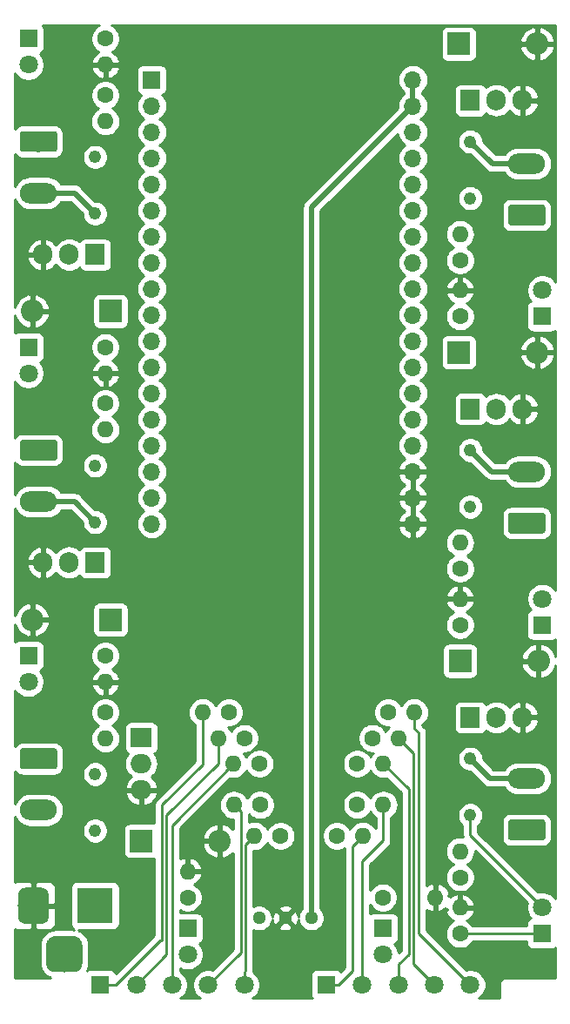
<source format=gbr>
G04 #@! TF.GenerationSoftware,KiCad,Pcbnew,(5.1.4)-1*
G04 #@! TF.CreationDate,2020-02-24T00:27:31+00:00*
G04 #@! TF.ProjectId,SPS-BellDriver,5350532d-4265-46c6-9c44-72697665722e,1*
G04 #@! TF.SameCoordinates,Original*
G04 #@! TF.FileFunction,Copper,L2,Bot*
G04 #@! TF.FilePolarity,Positive*
%FSLAX46Y46*%
G04 Gerber Fmt 4.6, Leading zero omitted, Abs format (unit mm)*
G04 Created by KiCad (PCBNEW (5.1.4)-1) date 2020-02-24 00:27:31*
%MOMM*%
%LPD*%
G04 APERTURE LIST*
%ADD10O,1.600000X1.600000*%
%ADD11C,1.600000*%
%ADD12O,1.700000X1.700000*%
%ADD13R,1.700000X1.700000*%
%ADD14O,2.200000X2.200000*%
%ADD15R,2.200000X2.200000*%
%ADD16C,1.800000*%
%ADD17R,1.800000X1.800000*%
%ADD18C,1.280000*%
%ADD19C,1.217000*%
%ADD20O,1.905000X2.000000*%
%ADD21R,1.905000X2.000000*%
%ADD22O,2.000000X1.905000*%
%ADD23R,2.000000X1.905000*%
%ADD24C,0.100000*%
%ADD25C,3.500000*%
%ADD26C,3.000000*%
%ADD27R,3.500000X3.500000*%
%ADD28O,3.600000X2.000000*%
%ADD29C,2.000000*%
%ADD30C,0.500000*%
%ADD31C,0.250000*%
%ADD32C,0.254000*%
G04 APERTURE END LIST*
D10*
X70580000Y-111000000D03*
D11*
X65500000Y-111000000D03*
D12*
X68400000Y-31500000D03*
X68400000Y-69600000D03*
X68400000Y-59440000D03*
X68400000Y-74680000D03*
X68400000Y-67060000D03*
X68400000Y-64520000D03*
X68400000Y-61980000D03*
X68400000Y-56900000D03*
X68400000Y-72140000D03*
X68400000Y-46740000D03*
X68400000Y-44200000D03*
X68400000Y-39120000D03*
X68400000Y-36580000D03*
X68400000Y-54360000D03*
X68400000Y-51820000D03*
X68400000Y-49280000D03*
X68400000Y-34040000D03*
X68400000Y-41660000D03*
X43000000Y-74680000D03*
X43000000Y-72140000D03*
X43000000Y-69600000D03*
X43000000Y-67060000D03*
X43000000Y-64520000D03*
X43000000Y-61980000D03*
X43000000Y-59440000D03*
X43000000Y-56900000D03*
X43000000Y-54360000D03*
X43000000Y-51820000D03*
X43000000Y-49280000D03*
X43000000Y-46740000D03*
X43000000Y-44200000D03*
X43000000Y-41660000D03*
X43000000Y-39120000D03*
X43000000Y-36580000D03*
X43000000Y-34040000D03*
D13*
X43000000Y-31500000D03*
D14*
X31380000Y-54000000D03*
D15*
X39000000Y-54000000D03*
D14*
X31380000Y-84000000D03*
D15*
X39000000Y-84000000D03*
D14*
X49620000Y-105500000D03*
D15*
X42000000Y-105500000D03*
D14*
X80500000Y-28000000D03*
D15*
X72880000Y-28000000D03*
D14*
X80500000Y-58000000D03*
D15*
X72880000Y-58000000D03*
D14*
X80620000Y-88000000D03*
D15*
X73000000Y-88000000D03*
D16*
X65500000Y-116540000D03*
D17*
X65500000Y-114000000D03*
D16*
X31000000Y-60040000D03*
D17*
X31000000Y-57500000D03*
D16*
X81000000Y-51960000D03*
D17*
X81000000Y-54500000D03*
D16*
X81000000Y-111960000D03*
D17*
X81000000Y-114500000D03*
D16*
X46500000Y-116540000D03*
D17*
X46500000Y-114000000D03*
D18*
X58540000Y-113000000D03*
X56000000Y-113000000D03*
X53460000Y-113000000D03*
D19*
X37500000Y-39000000D03*
X37500000Y-44500000D03*
X37500000Y-69000000D03*
X37500000Y-74500000D03*
X37500000Y-99000000D03*
X37500000Y-104500000D03*
X74000000Y-43000000D03*
X74000000Y-37500000D03*
X74000000Y-73000000D03*
X74000000Y-67500000D03*
X74000000Y-103000000D03*
X74000000Y-97500000D03*
D10*
X38500000Y-35540000D03*
D11*
X38500000Y-33000000D03*
D10*
X38500000Y-30040000D03*
D11*
X38500000Y-27500000D03*
D10*
X53000000Y-105000000D03*
D11*
X55540000Y-105000000D03*
D10*
X51000000Y-102000000D03*
D11*
X53540000Y-102000000D03*
D10*
X38500000Y-65500000D03*
D11*
X38500000Y-62960000D03*
D10*
X38500000Y-60040000D03*
D11*
X38500000Y-57500000D03*
D10*
X50960000Y-98000000D03*
D11*
X53500000Y-98000000D03*
D10*
X49460000Y-95500000D03*
D11*
X52000000Y-95500000D03*
D10*
X47960000Y-93000000D03*
D11*
X50500000Y-93000000D03*
D10*
X38500000Y-95540000D03*
D11*
X38500000Y-93000000D03*
D10*
X38500000Y-90040000D03*
D11*
X38500000Y-87500000D03*
D10*
X68540000Y-93000000D03*
D11*
X66000000Y-93000000D03*
D10*
X73000000Y-46500000D03*
D11*
X73000000Y-49040000D03*
D10*
X73000000Y-51960000D03*
D11*
X73000000Y-54500000D03*
D10*
X67040000Y-95500000D03*
D11*
X64500000Y-95500000D03*
D10*
X65540000Y-98000000D03*
D11*
X63000000Y-98000000D03*
D10*
X73000000Y-76500000D03*
D11*
X73000000Y-79040000D03*
D10*
X65540000Y-102000000D03*
D11*
X63000000Y-102000000D03*
D10*
X73000000Y-81960000D03*
D11*
X73000000Y-84500000D03*
D10*
X63540000Y-105000000D03*
D11*
X61000000Y-105000000D03*
X73000000Y-109040000D03*
D10*
X73000000Y-106500000D03*
X73000000Y-112000000D03*
D11*
X73000000Y-114540000D03*
D10*
X46500000Y-108460000D03*
D11*
X46500000Y-111000000D03*
D20*
X79080000Y-33500000D03*
X76540000Y-33500000D03*
D21*
X74000000Y-33500000D03*
D20*
X79080000Y-93500000D03*
X76540000Y-93500000D03*
D21*
X74000000Y-93500000D03*
D20*
X32420000Y-78420000D03*
X34960000Y-78420000D03*
D21*
X37500000Y-78420000D03*
D22*
X42000000Y-100540000D03*
X42000000Y-98000000D03*
D23*
X42000000Y-95460000D03*
D20*
X32420000Y-48500000D03*
X34960000Y-48500000D03*
D21*
X37500000Y-48500000D03*
D20*
X79080000Y-63500000D03*
X76540000Y-63500000D03*
D21*
X74000000Y-63500000D03*
D16*
X74000000Y-119500000D03*
X70500000Y-119500000D03*
X67000000Y-119500000D03*
X63500000Y-119500000D03*
D17*
X60000000Y-119500000D03*
D16*
X52000000Y-119500000D03*
X48500000Y-119500000D03*
X45000000Y-119500000D03*
X41500000Y-119500000D03*
D17*
X38000000Y-119500000D03*
D16*
X31000000Y-30040000D03*
D17*
X31000000Y-27500000D03*
D16*
X31000000Y-90040000D03*
D17*
X31000000Y-87500000D03*
D16*
X81000000Y-81960000D03*
D17*
X81000000Y-84500000D03*
D24*
G36*
X35460765Y-114754213D02*
G01*
X35545704Y-114766813D01*
X35628999Y-114787677D01*
X35709848Y-114816605D01*
X35787472Y-114853319D01*
X35861124Y-114897464D01*
X35930094Y-114948616D01*
X35993718Y-115006282D01*
X36051384Y-115069906D01*
X36102536Y-115138876D01*
X36146681Y-115212528D01*
X36183395Y-115290152D01*
X36212323Y-115371001D01*
X36233187Y-115454296D01*
X36245787Y-115539235D01*
X36250000Y-115625000D01*
X36250000Y-117375000D01*
X36245787Y-117460765D01*
X36233187Y-117545704D01*
X36212323Y-117628999D01*
X36183395Y-117709848D01*
X36146681Y-117787472D01*
X36102536Y-117861124D01*
X36051384Y-117930094D01*
X35993718Y-117993718D01*
X35930094Y-118051384D01*
X35861124Y-118102536D01*
X35787472Y-118146681D01*
X35709848Y-118183395D01*
X35628999Y-118212323D01*
X35545704Y-118233187D01*
X35460765Y-118245787D01*
X35375000Y-118250000D01*
X33625000Y-118250000D01*
X33539235Y-118245787D01*
X33454296Y-118233187D01*
X33371001Y-118212323D01*
X33290152Y-118183395D01*
X33212528Y-118146681D01*
X33138876Y-118102536D01*
X33069906Y-118051384D01*
X33006282Y-117993718D01*
X32948616Y-117930094D01*
X32897464Y-117861124D01*
X32853319Y-117787472D01*
X32816605Y-117709848D01*
X32787677Y-117628999D01*
X32766813Y-117545704D01*
X32754213Y-117460765D01*
X32750000Y-117375000D01*
X32750000Y-115625000D01*
X32754213Y-115539235D01*
X32766813Y-115454296D01*
X32787677Y-115371001D01*
X32816605Y-115290152D01*
X32853319Y-115212528D01*
X32897464Y-115138876D01*
X32948616Y-115069906D01*
X33006282Y-115006282D01*
X33069906Y-114948616D01*
X33138876Y-114897464D01*
X33212528Y-114853319D01*
X33290152Y-114816605D01*
X33371001Y-114787677D01*
X33454296Y-114766813D01*
X33539235Y-114754213D01*
X33625000Y-114750000D01*
X35375000Y-114750000D01*
X35460765Y-114754213D01*
X35460765Y-114754213D01*
G37*
D25*
X34500000Y-116500000D03*
D24*
G36*
X32323513Y-110053611D02*
G01*
X32396318Y-110064411D01*
X32467714Y-110082295D01*
X32537013Y-110107090D01*
X32603548Y-110138559D01*
X32666678Y-110176398D01*
X32725795Y-110220242D01*
X32780330Y-110269670D01*
X32829758Y-110324205D01*
X32873602Y-110383322D01*
X32911441Y-110446452D01*
X32942910Y-110512987D01*
X32967705Y-110582286D01*
X32985589Y-110653682D01*
X32996389Y-110726487D01*
X33000000Y-110800000D01*
X33000000Y-112800000D01*
X32996389Y-112873513D01*
X32985589Y-112946318D01*
X32967705Y-113017714D01*
X32942910Y-113087013D01*
X32911441Y-113153548D01*
X32873602Y-113216678D01*
X32829758Y-113275795D01*
X32780330Y-113330330D01*
X32725795Y-113379758D01*
X32666678Y-113423602D01*
X32603548Y-113461441D01*
X32537013Y-113492910D01*
X32467714Y-113517705D01*
X32396318Y-113535589D01*
X32323513Y-113546389D01*
X32250000Y-113550000D01*
X30750000Y-113550000D01*
X30676487Y-113546389D01*
X30603682Y-113535589D01*
X30532286Y-113517705D01*
X30462987Y-113492910D01*
X30396452Y-113461441D01*
X30333322Y-113423602D01*
X30274205Y-113379758D01*
X30219670Y-113330330D01*
X30170242Y-113275795D01*
X30126398Y-113216678D01*
X30088559Y-113153548D01*
X30057090Y-113087013D01*
X30032295Y-113017714D01*
X30014411Y-112946318D01*
X30003611Y-112873513D01*
X30000000Y-112800000D01*
X30000000Y-110800000D01*
X30003611Y-110726487D01*
X30014411Y-110653682D01*
X30032295Y-110582286D01*
X30057090Y-110512987D01*
X30088559Y-110446452D01*
X30126398Y-110383322D01*
X30170242Y-110324205D01*
X30219670Y-110269670D01*
X30274205Y-110220242D01*
X30333322Y-110176398D01*
X30396452Y-110138559D01*
X30462987Y-110107090D01*
X30532286Y-110082295D01*
X30603682Y-110064411D01*
X30676487Y-110053611D01*
X30750000Y-110050000D01*
X32250000Y-110050000D01*
X32323513Y-110053611D01*
X32323513Y-110053611D01*
G37*
D26*
X31500000Y-111800000D03*
D27*
X37500000Y-111800000D03*
D28*
X32000000Y-42500000D03*
D24*
G36*
X33574504Y-36501204D02*
G01*
X33598773Y-36504804D01*
X33622571Y-36510765D01*
X33645671Y-36519030D01*
X33667849Y-36529520D01*
X33688893Y-36542133D01*
X33708598Y-36556747D01*
X33726777Y-36573223D01*
X33743253Y-36591402D01*
X33757867Y-36611107D01*
X33770480Y-36632151D01*
X33780970Y-36654329D01*
X33789235Y-36677429D01*
X33795196Y-36701227D01*
X33798796Y-36725496D01*
X33800000Y-36750000D01*
X33800000Y-38250000D01*
X33798796Y-38274504D01*
X33795196Y-38298773D01*
X33789235Y-38322571D01*
X33780970Y-38345671D01*
X33770480Y-38367849D01*
X33757867Y-38388893D01*
X33743253Y-38408598D01*
X33726777Y-38426777D01*
X33708598Y-38443253D01*
X33688893Y-38457867D01*
X33667849Y-38470480D01*
X33645671Y-38480970D01*
X33622571Y-38489235D01*
X33598773Y-38495196D01*
X33574504Y-38498796D01*
X33550000Y-38500000D01*
X30450000Y-38500000D01*
X30425496Y-38498796D01*
X30401227Y-38495196D01*
X30377429Y-38489235D01*
X30354329Y-38480970D01*
X30332151Y-38470480D01*
X30311107Y-38457867D01*
X30291402Y-38443253D01*
X30273223Y-38426777D01*
X30256747Y-38408598D01*
X30242133Y-38388893D01*
X30229520Y-38367849D01*
X30219030Y-38345671D01*
X30210765Y-38322571D01*
X30204804Y-38298773D01*
X30201204Y-38274504D01*
X30200000Y-38250000D01*
X30200000Y-36750000D01*
X30201204Y-36725496D01*
X30204804Y-36701227D01*
X30210765Y-36677429D01*
X30219030Y-36654329D01*
X30229520Y-36632151D01*
X30242133Y-36611107D01*
X30256747Y-36591402D01*
X30273223Y-36573223D01*
X30291402Y-36556747D01*
X30311107Y-36542133D01*
X30332151Y-36529520D01*
X30354329Y-36519030D01*
X30377429Y-36510765D01*
X30401227Y-36504804D01*
X30425496Y-36501204D01*
X30450000Y-36500000D01*
X33550000Y-36500000D01*
X33574504Y-36501204D01*
X33574504Y-36501204D01*
G37*
D29*
X32000000Y-37500000D03*
D28*
X32000000Y-72500000D03*
D24*
G36*
X33574504Y-66501204D02*
G01*
X33598773Y-66504804D01*
X33622571Y-66510765D01*
X33645671Y-66519030D01*
X33667849Y-66529520D01*
X33688893Y-66542133D01*
X33708598Y-66556747D01*
X33726777Y-66573223D01*
X33743253Y-66591402D01*
X33757867Y-66611107D01*
X33770480Y-66632151D01*
X33780970Y-66654329D01*
X33789235Y-66677429D01*
X33795196Y-66701227D01*
X33798796Y-66725496D01*
X33800000Y-66750000D01*
X33800000Y-68250000D01*
X33798796Y-68274504D01*
X33795196Y-68298773D01*
X33789235Y-68322571D01*
X33780970Y-68345671D01*
X33770480Y-68367849D01*
X33757867Y-68388893D01*
X33743253Y-68408598D01*
X33726777Y-68426777D01*
X33708598Y-68443253D01*
X33688893Y-68457867D01*
X33667849Y-68470480D01*
X33645671Y-68480970D01*
X33622571Y-68489235D01*
X33598773Y-68495196D01*
X33574504Y-68498796D01*
X33550000Y-68500000D01*
X30450000Y-68500000D01*
X30425496Y-68498796D01*
X30401227Y-68495196D01*
X30377429Y-68489235D01*
X30354329Y-68480970D01*
X30332151Y-68470480D01*
X30311107Y-68457867D01*
X30291402Y-68443253D01*
X30273223Y-68426777D01*
X30256747Y-68408598D01*
X30242133Y-68388893D01*
X30229520Y-68367849D01*
X30219030Y-68345671D01*
X30210765Y-68322571D01*
X30204804Y-68298773D01*
X30201204Y-68274504D01*
X30200000Y-68250000D01*
X30200000Y-66750000D01*
X30201204Y-66725496D01*
X30204804Y-66701227D01*
X30210765Y-66677429D01*
X30219030Y-66654329D01*
X30229520Y-66632151D01*
X30242133Y-66611107D01*
X30256747Y-66591402D01*
X30273223Y-66573223D01*
X30291402Y-66556747D01*
X30311107Y-66542133D01*
X30332151Y-66529520D01*
X30354329Y-66519030D01*
X30377429Y-66510765D01*
X30401227Y-66504804D01*
X30425496Y-66501204D01*
X30450000Y-66500000D01*
X33550000Y-66500000D01*
X33574504Y-66501204D01*
X33574504Y-66501204D01*
G37*
D29*
X32000000Y-67500000D03*
D28*
X32000000Y-102500000D03*
D24*
G36*
X33574504Y-96501204D02*
G01*
X33598773Y-96504804D01*
X33622571Y-96510765D01*
X33645671Y-96519030D01*
X33667849Y-96529520D01*
X33688893Y-96542133D01*
X33708598Y-96556747D01*
X33726777Y-96573223D01*
X33743253Y-96591402D01*
X33757867Y-96611107D01*
X33770480Y-96632151D01*
X33780970Y-96654329D01*
X33789235Y-96677429D01*
X33795196Y-96701227D01*
X33798796Y-96725496D01*
X33800000Y-96750000D01*
X33800000Y-98250000D01*
X33798796Y-98274504D01*
X33795196Y-98298773D01*
X33789235Y-98322571D01*
X33780970Y-98345671D01*
X33770480Y-98367849D01*
X33757867Y-98388893D01*
X33743253Y-98408598D01*
X33726777Y-98426777D01*
X33708598Y-98443253D01*
X33688893Y-98457867D01*
X33667849Y-98470480D01*
X33645671Y-98480970D01*
X33622571Y-98489235D01*
X33598773Y-98495196D01*
X33574504Y-98498796D01*
X33550000Y-98500000D01*
X30450000Y-98500000D01*
X30425496Y-98498796D01*
X30401227Y-98495196D01*
X30377429Y-98489235D01*
X30354329Y-98480970D01*
X30332151Y-98470480D01*
X30311107Y-98457867D01*
X30291402Y-98443253D01*
X30273223Y-98426777D01*
X30256747Y-98408598D01*
X30242133Y-98388893D01*
X30229520Y-98367849D01*
X30219030Y-98345671D01*
X30210765Y-98322571D01*
X30204804Y-98298773D01*
X30201204Y-98274504D01*
X30200000Y-98250000D01*
X30200000Y-96750000D01*
X30201204Y-96725496D01*
X30204804Y-96701227D01*
X30210765Y-96677429D01*
X30219030Y-96654329D01*
X30229520Y-96632151D01*
X30242133Y-96611107D01*
X30256747Y-96591402D01*
X30273223Y-96573223D01*
X30291402Y-96556747D01*
X30311107Y-96542133D01*
X30332151Y-96529520D01*
X30354329Y-96519030D01*
X30377429Y-96510765D01*
X30401227Y-96504804D01*
X30425496Y-96501204D01*
X30450000Y-96500000D01*
X33550000Y-96500000D01*
X33574504Y-96501204D01*
X33574504Y-96501204D01*
G37*
D29*
X32000000Y-97500000D03*
D28*
X79500000Y-39648000D03*
D24*
G36*
X81074504Y-43649204D02*
G01*
X81098773Y-43652804D01*
X81122571Y-43658765D01*
X81145671Y-43667030D01*
X81167849Y-43677520D01*
X81188893Y-43690133D01*
X81208598Y-43704747D01*
X81226777Y-43721223D01*
X81243253Y-43739402D01*
X81257867Y-43759107D01*
X81270480Y-43780151D01*
X81280970Y-43802329D01*
X81289235Y-43825429D01*
X81295196Y-43849227D01*
X81298796Y-43873496D01*
X81300000Y-43898000D01*
X81300000Y-45398000D01*
X81298796Y-45422504D01*
X81295196Y-45446773D01*
X81289235Y-45470571D01*
X81280970Y-45493671D01*
X81270480Y-45515849D01*
X81257867Y-45536893D01*
X81243253Y-45556598D01*
X81226777Y-45574777D01*
X81208598Y-45591253D01*
X81188893Y-45605867D01*
X81167849Y-45618480D01*
X81145671Y-45628970D01*
X81122571Y-45637235D01*
X81098773Y-45643196D01*
X81074504Y-45646796D01*
X81050000Y-45648000D01*
X77950000Y-45648000D01*
X77925496Y-45646796D01*
X77901227Y-45643196D01*
X77877429Y-45637235D01*
X77854329Y-45628970D01*
X77832151Y-45618480D01*
X77811107Y-45605867D01*
X77791402Y-45591253D01*
X77773223Y-45574777D01*
X77756747Y-45556598D01*
X77742133Y-45536893D01*
X77729520Y-45515849D01*
X77719030Y-45493671D01*
X77710765Y-45470571D01*
X77704804Y-45446773D01*
X77701204Y-45422504D01*
X77700000Y-45398000D01*
X77700000Y-43898000D01*
X77701204Y-43873496D01*
X77704804Y-43849227D01*
X77710765Y-43825429D01*
X77719030Y-43802329D01*
X77729520Y-43780151D01*
X77742133Y-43759107D01*
X77756747Y-43739402D01*
X77773223Y-43721223D01*
X77791402Y-43704747D01*
X77811107Y-43690133D01*
X77832151Y-43677520D01*
X77854329Y-43667030D01*
X77877429Y-43658765D01*
X77901227Y-43652804D01*
X77925496Y-43649204D01*
X77950000Y-43648000D01*
X81050000Y-43648000D01*
X81074504Y-43649204D01*
X81074504Y-43649204D01*
G37*
D29*
X79500000Y-44648000D03*
D28*
X79500000Y-69596000D03*
D24*
G36*
X81074504Y-73597204D02*
G01*
X81098773Y-73600804D01*
X81122571Y-73606765D01*
X81145671Y-73615030D01*
X81167849Y-73625520D01*
X81188893Y-73638133D01*
X81208598Y-73652747D01*
X81226777Y-73669223D01*
X81243253Y-73687402D01*
X81257867Y-73707107D01*
X81270480Y-73728151D01*
X81280970Y-73750329D01*
X81289235Y-73773429D01*
X81295196Y-73797227D01*
X81298796Y-73821496D01*
X81300000Y-73846000D01*
X81300000Y-75346000D01*
X81298796Y-75370504D01*
X81295196Y-75394773D01*
X81289235Y-75418571D01*
X81280970Y-75441671D01*
X81270480Y-75463849D01*
X81257867Y-75484893D01*
X81243253Y-75504598D01*
X81226777Y-75522777D01*
X81208598Y-75539253D01*
X81188893Y-75553867D01*
X81167849Y-75566480D01*
X81145671Y-75576970D01*
X81122571Y-75585235D01*
X81098773Y-75591196D01*
X81074504Y-75594796D01*
X81050000Y-75596000D01*
X77950000Y-75596000D01*
X77925496Y-75594796D01*
X77901227Y-75591196D01*
X77877429Y-75585235D01*
X77854329Y-75576970D01*
X77832151Y-75566480D01*
X77811107Y-75553867D01*
X77791402Y-75539253D01*
X77773223Y-75522777D01*
X77756747Y-75504598D01*
X77742133Y-75484893D01*
X77729520Y-75463849D01*
X77719030Y-75441671D01*
X77710765Y-75418571D01*
X77704804Y-75394773D01*
X77701204Y-75370504D01*
X77700000Y-75346000D01*
X77700000Y-73846000D01*
X77701204Y-73821496D01*
X77704804Y-73797227D01*
X77710765Y-73773429D01*
X77719030Y-73750329D01*
X77729520Y-73728151D01*
X77742133Y-73707107D01*
X77756747Y-73687402D01*
X77773223Y-73669223D01*
X77791402Y-73652747D01*
X77811107Y-73638133D01*
X77832151Y-73625520D01*
X77854329Y-73615030D01*
X77877429Y-73606765D01*
X77901227Y-73600804D01*
X77925496Y-73597204D01*
X77950000Y-73596000D01*
X81050000Y-73596000D01*
X81074504Y-73597204D01*
X81074504Y-73597204D01*
G37*
D29*
X79500000Y-74596000D03*
D28*
X79500000Y-99425000D03*
D24*
G36*
X81074504Y-103426204D02*
G01*
X81098773Y-103429804D01*
X81122571Y-103435765D01*
X81145671Y-103444030D01*
X81167849Y-103454520D01*
X81188893Y-103467133D01*
X81208598Y-103481747D01*
X81226777Y-103498223D01*
X81243253Y-103516402D01*
X81257867Y-103536107D01*
X81270480Y-103557151D01*
X81280970Y-103579329D01*
X81289235Y-103602429D01*
X81295196Y-103626227D01*
X81298796Y-103650496D01*
X81300000Y-103675000D01*
X81300000Y-105175000D01*
X81298796Y-105199504D01*
X81295196Y-105223773D01*
X81289235Y-105247571D01*
X81280970Y-105270671D01*
X81270480Y-105292849D01*
X81257867Y-105313893D01*
X81243253Y-105333598D01*
X81226777Y-105351777D01*
X81208598Y-105368253D01*
X81188893Y-105382867D01*
X81167849Y-105395480D01*
X81145671Y-105405970D01*
X81122571Y-105414235D01*
X81098773Y-105420196D01*
X81074504Y-105423796D01*
X81050000Y-105425000D01*
X77950000Y-105425000D01*
X77925496Y-105423796D01*
X77901227Y-105420196D01*
X77877429Y-105414235D01*
X77854329Y-105405970D01*
X77832151Y-105395480D01*
X77811107Y-105382867D01*
X77791402Y-105368253D01*
X77773223Y-105351777D01*
X77756747Y-105333598D01*
X77742133Y-105313893D01*
X77729520Y-105292849D01*
X77719030Y-105270671D01*
X77710765Y-105247571D01*
X77704804Y-105223773D01*
X77701204Y-105199504D01*
X77700000Y-105175000D01*
X77700000Y-103675000D01*
X77701204Y-103650496D01*
X77704804Y-103626227D01*
X77710765Y-103602429D01*
X77719030Y-103579329D01*
X77729520Y-103557151D01*
X77742133Y-103536107D01*
X77756747Y-103516402D01*
X77773223Y-103498223D01*
X77791402Y-103481747D01*
X77811107Y-103467133D01*
X77832151Y-103454520D01*
X77854329Y-103444030D01*
X77877429Y-103435765D01*
X77901227Y-103429804D01*
X77925496Y-103426204D01*
X77950000Y-103425000D01*
X81050000Y-103425000D01*
X81074504Y-103426204D01*
X81074504Y-103426204D01*
G37*
D29*
X79500000Y-104425000D03*
D30*
X58540000Y-43900000D02*
X68400000Y-34040000D01*
X58540000Y-113000000D02*
X58540000Y-43900000D01*
X68400000Y-34040000D02*
X68400000Y-31500000D01*
X75925000Y-99425000D02*
X74000000Y-97500000D01*
X79500000Y-99425000D02*
X75925000Y-99425000D01*
X76096000Y-69596000D02*
X74000000Y-67500000D01*
X79500000Y-69596000D02*
X76096000Y-69596000D01*
X76148000Y-39648000D02*
X74000000Y-37500000D01*
X79500000Y-39648000D02*
X76148000Y-39648000D01*
X35500000Y-72500000D02*
X37500000Y-74500000D01*
X32000000Y-72500000D02*
X35500000Y-72500000D01*
X32000000Y-42500000D02*
X35500000Y-42500000D01*
X35500000Y-42500000D02*
X37500000Y-44500000D01*
D31*
X74000000Y-104960000D02*
X81000000Y-111960000D01*
X74000000Y-103000000D02*
X74000000Y-104960000D01*
X81000000Y-114500000D02*
X73040000Y-114500000D01*
X68540000Y-94540000D02*
X69000000Y-95000000D01*
X68540000Y-93000000D02*
X68540000Y-94540000D01*
X69000000Y-95000000D02*
X69000000Y-114500000D01*
X69000000Y-114500000D02*
X74000000Y-119500000D01*
X68500000Y-117500000D02*
X70500000Y-119500000D01*
X67040000Y-95500000D02*
X68500000Y-96960000D01*
X68500000Y-96960000D02*
X68500000Y-117500000D01*
X67000000Y-117500000D02*
X67000000Y-119500000D01*
X68000000Y-116500000D02*
X67000000Y-117500000D01*
X65540000Y-98000000D02*
X68000000Y-100460000D01*
X68000000Y-100460000D02*
X68000000Y-116500000D01*
X63500000Y-107500000D02*
X63500000Y-119500000D01*
X65540000Y-105460000D02*
X63500000Y-107500000D01*
X65540000Y-102000000D02*
X65540000Y-105460000D01*
X61150000Y-119500000D02*
X60000000Y-119500000D01*
X62540000Y-118110000D02*
X61150000Y-119500000D01*
X63540000Y-105000000D02*
X62540000Y-106000000D01*
X62540000Y-106000000D02*
X62540000Y-118110000D01*
X52000000Y-118227208D02*
X52000000Y-119500000D01*
X52110011Y-118117197D02*
X52000000Y-118227208D01*
X53000000Y-105000000D02*
X52110011Y-105889989D01*
X52110011Y-105889989D02*
X52110011Y-118117197D01*
X51660001Y-116339999D02*
X48500000Y-119500000D01*
X51000000Y-102000000D02*
X51660001Y-102660001D01*
X51660001Y-102660001D02*
X51660001Y-116339999D01*
X45000000Y-106460000D02*
X45000000Y-119500000D01*
X50960000Y-98000000D02*
X45000000Y-103960000D01*
X45000000Y-103960000D02*
X45000000Y-106460000D01*
X49460000Y-98000000D02*
X49460000Y-95500000D01*
X44450010Y-103009990D02*
X49460000Y-98000000D01*
X41500000Y-119500000D02*
X44450010Y-116549990D01*
X44450010Y-116549990D02*
X44450010Y-103009990D01*
X47960000Y-95500000D02*
X47960000Y-98040000D01*
X47960000Y-98040000D02*
X44000000Y-102000000D01*
X44000000Y-102000000D02*
X44000000Y-115186998D01*
X44000000Y-115186998D02*
X43813002Y-115186998D01*
X39500000Y-119500000D02*
X38000000Y-119500000D01*
X43813002Y-115186998D02*
X39500000Y-119500000D01*
X47960000Y-95500000D02*
X47960000Y-93000000D01*
D32*
G36*
X37820273Y-26228320D02*
G01*
X37585241Y-26385363D01*
X37385363Y-26585241D01*
X37228320Y-26820273D01*
X37120147Y-27081426D01*
X37065000Y-27358665D01*
X37065000Y-27641335D01*
X37120147Y-27918574D01*
X37228320Y-28179727D01*
X37385363Y-28414759D01*
X37585241Y-28614637D01*
X37820273Y-28771680D01*
X37831565Y-28776357D01*
X37762580Y-28808963D01*
X37536586Y-28976481D01*
X37347615Y-29184869D01*
X37202930Y-29426119D01*
X37108091Y-29690960D01*
X37229376Y-29913000D01*
X38373000Y-29913000D01*
X38373000Y-29893000D01*
X38627000Y-29893000D01*
X38627000Y-29913000D01*
X39770624Y-29913000D01*
X39891909Y-29690960D01*
X39797070Y-29426119D01*
X39652385Y-29184869D01*
X39463414Y-28976481D01*
X39237420Y-28808963D01*
X39168435Y-28776357D01*
X39179727Y-28771680D01*
X39414759Y-28614637D01*
X39614637Y-28414759D01*
X39771680Y-28179727D01*
X39879853Y-27918574D01*
X39935000Y-27641335D01*
X39935000Y-27358665D01*
X39879853Y-27081426D01*
X39804704Y-26900000D01*
X71141928Y-26900000D01*
X71141928Y-29100000D01*
X71154188Y-29224482D01*
X71190498Y-29344180D01*
X71249463Y-29454494D01*
X71328815Y-29551185D01*
X71425506Y-29630537D01*
X71535820Y-29689502D01*
X71655518Y-29725812D01*
X71780000Y-29738072D01*
X73980000Y-29738072D01*
X74104482Y-29725812D01*
X74224180Y-29689502D01*
X74334494Y-29630537D01*
X74431185Y-29551185D01*
X74510537Y-29454494D01*
X74569502Y-29344180D01*
X74605812Y-29224482D01*
X74618072Y-29100000D01*
X74618072Y-28396122D01*
X78810825Y-28396122D01*
X78875425Y-28609094D01*
X79025469Y-28914329D01*
X79232178Y-29184427D01*
X79487609Y-29409008D01*
X79781946Y-29579442D01*
X80103877Y-29689179D01*
X80373000Y-29571600D01*
X80373000Y-28127000D01*
X80627000Y-28127000D01*
X80627000Y-29571600D01*
X80896123Y-29689179D01*
X81218054Y-29579442D01*
X81512391Y-29409008D01*
X81767822Y-29184427D01*
X81974531Y-28914329D01*
X82124575Y-28609094D01*
X82189175Y-28396122D01*
X82071125Y-28127000D01*
X80627000Y-28127000D01*
X80373000Y-28127000D01*
X78928875Y-28127000D01*
X78810825Y-28396122D01*
X74618072Y-28396122D01*
X74618072Y-27603878D01*
X78810825Y-27603878D01*
X78928875Y-27873000D01*
X80373000Y-27873000D01*
X80373000Y-26428400D01*
X80627000Y-26428400D01*
X80627000Y-27873000D01*
X82071125Y-27873000D01*
X82189175Y-27603878D01*
X82124575Y-27390906D01*
X81974531Y-27085671D01*
X81767822Y-26815573D01*
X81512391Y-26590992D01*
X81218054Y-26420558D01*
X80896123Y-26310821D01*
X80627000Y-26428400D01*
X80373000Y-26428400D01*
X80103877Y-26310821D01*
X79781946Y-26420558D01*
X79487609Y-26590992D01*
X79232178Y-26815573D01*
X79025469Y-27085671D01*
X78875425Y-27390906D01*
X78810825Y-27603878D01*
X74618072Y-27603878D01*
X74618072Y-26900000D01*
X74605812Y-26775518D01*
X74569502Y-26655820D01*
X74510537Y-26545506D01*
X74431185Y-26448815D01*
X74334494Y-26369463D01*
X74224180Y-26310498D01*
X74104482Y-26274188D01*
X73980000Y-26261928D01*
X71780000Y-26261928D01*
X71655518Y-26274188D01*
X71535820Y-26310498D01*
X71425506Y-26369463D01*
X71328815Y-26448815D01*
X71249463Y-26545506D01*
X71190498Y-26655820D01*
X71154188Y-26775518D01*
X71141928Y-26900000D01*
X39804704Y-26900000D01*
X39771680Y-26820273D01*
X39614637Y-26585241D01*
X39414759Y-26385363D01*
X39179727Y-26228320D01*
X39099285Y-26195000D01*
X82305001Y-26195000D01*
X82305001Y-51150145D01*
X82192312Y-50981495D01*
X81978505Y-50767688D01*
X81727095Y-50599701D01*
X81447743Y-50483989D01*
X81151184Y-50425000D01*
X80848816Y-50425000D01*
X80552257Y-50483989D01*
X80272905Y-50599701D01*
X80021495Y-50767688D01*
X79807688Y-50981495D01*
X79639701Y-51232905D01*
X79523989Y-51512257D01*
X79465000Y-51808816D01*
X79465000Y-52111184D01*
X79523989Y-52407743D01*
X79639701Y-52687095D01*
X79807688Y-52938505D01*
X79874127Y-53004944D01*
X79855820Y-53010498D01*
X79745506Y-53069463D01*
X79648815Y-53148815D01*
X79569463Y-53245506D01*
X79510498Y-53355820D01*
X79474188Y-53475518D01*
X79461928Y-53600000D01*
X79461928Y-55400000D01*
X79474188Y-55524482D01*
X79510498Y-55644180D01*
X79569463Y-55754494D01*
X79648815Y-55851185D01*
X79745506Y-55930537D01*
X79855820Y-55989502D01*
X79975518Y-56025812D01*
X80100000Y-56038072D01*
X81900000Y-56038072D01*
X82024482Y-56025812D01*
X82144180Y-55989502D01*
X82254494Y-55930537D01*
X82305001Y-55889087D01*
X82305000Y-81150145D01*
X82192312Y-80981495D01*
X81978505Y-80767688D01*
X81727095Y-80599701D01*
X81447743Y-80483989D01*
X81151184Y-80425000D01*
X80848816Y-80425000D01*
X80552257Y-80483989D01*
X80272905Y-80599701D01*
X80021495Y-80767688D01*
X79807688Y-80981495D01*
X79639701Y-81232905D01*
X79523989Y-81512257D01*
X79465000Y-81808816D01*
X79465000Y-82111184D01*
X79523989Y-82407743D01*
X79639701Y-82687095D01*
X79807688Y-82938505D01*
X79874127Y-83004944D01*
X79855820Y-83010498D01*
X79745506Y-83069463D01*
X79648815Y-83148815D01*
X79569463Y-83245506D01*
X79510498Y-83355820D01*
X79474188Y-83475518D01*
X79461928Y-83600000D01*
X79461928Y-85400000D01*
X79474188Y-85524482D01*
X79510498Y-85644180D01*
X79569463Y-85754494D01*
X79648815Y-85851185D01*
X79745506Y-85930537D01*
X79855820Y-85989502D01*
X79975518Y-86025812D01*
X80100000Y-86038072D01*
X81900000Y-86038072D01*
X82024482Y-86025812D01*
X82144180Y-85989502D01*
X82254494Y-85930537D01*
X82305000Y-85889088D01*
X82305000Y-87590115D01*
X82244575Y-87390906D01*
X82094531Y-87085671D01*
X81887822Y-86815573D01*
X81632391Y-86590992D01*
X81338054Y-86420558D01*
X81016123Y-86310821D01*
X80747000Y-86428400D01*
X80747000Y-87873000D01*
X80767000Y-87873000D01*
X80767000Y-88127000D01*
X80747000Y-88127000D01*
X80747000Y-89571600D01*
X81016123Y-89689179D01*
X81338054Y-89579442D01*
X81632391Y-89409008D01*
X81887822Y-89184427D01*
X82094531Y-88914329D01*
X82244575Y-88609094D01*
X82305000Y-88409885D01*
X82305000Y-111150144D01*
X82192312Y-110981495D01*
X81978505Y-110767688D01*
X81727095Y-110599701D01*
X81447743Y-110483989D01*
X81151184Y-110425000D01*
X80848816Y-110425000D01*
X80591070Y-110476269D01*
X74760000Y-104645199D01*
X74760000Y-103987729D01*
X74792685Y-103965890D01*
X74965890Y-103792685D01*
X75044524Y-103675000D01*
X77061928Y-103675000D01*
X77061928Y-105175000D01*
X77078992Y-105348254D01*
X77129528Y-105514850D01*
X77211595Y-105668386D01*
X77322038Y-105802962D01*
X77456614Y-105913405D01*
X77610150Y-105995472D01*
X77776746Y-106046008D01*
X77950000Y-106063072D01*
X81050000Y-106063072D01*
X81223254Y-106046008D01*
X81389850Y-105995472D01*
X81543386Y-105913405D01*
X81677962Y-105802962D01*
X81788405Y-105668386D01*
X81870472Y-105514850D01*
X81921008Y-105348254D01*
X81938072Y-105175000D01*
X81938072Y-103675000D01*
X81921008Y-103501746D01*
X81870472Y-103335150D01*
X81788405Y-103181614D01*
X81677962Y-103047038D01*
X81543386Y-102936595D01*
X81389850Y-102854528D01*
X81223254Y-102803992D01*
X81050000Y-102786928D01*
X77950000Y-102786928D01*
X77776746Y-102803992D01*
X77610150Y-102854528D01*
X77456614Y-102936595D01*
X77322038Y-103047038D01*
X77211595Y-103181614D01*
X77129528Y-103335150D01*
X77078992Y-103501746D01*
X77061928Y-103675000D01*
X75044524Y-103675000D01*
X75101976Y-103589018D01*
X75195713Y-103362716D01*
X75243500Y-103122474D01*
X75243500Y-102877526D01*
X75195713Y-102637284D01*
X75101976Y-102410982D01*
X74965890Y-102207315D01*
X74792685Y-102034110D01*
X74589018Y-101898024D01*
X74362716Y-101804287D01*
X74122474Y-101756500D01*
X73877526Y-101756500D01*
X73637284Y-101804287D01*
X73410982Y-101898024D01*
X73207315Y-102034110D01*
X73034110Y-102207315D01*
X72898024Y-102410982D01*
X72804287Y-102637284D01*
X72756500Y-102877526D01*
X72756500Y-103122474D01*
X72804287Y-103362716D01*
X72898024Y-103589018D01*
X73034110Y-103792685D01*
X73207315Y-103965890D01*
X73240001Y-103987730D01*
X73240001Y-104922668D01*
X73236324Y-104960000D01*
X73248392Y-105082522D01*
X73070492Y-105065000D01*
X72929508Y-105065000D01*
X72718691Y-105085764D01*
X72448192Y-105167818D01*
X72198899Y-105301068D01*
X71980392Y-105480392D01*
X71801068Y-105698899D01*
X71667818Y-105948192D01*
X71585764Y-106218691D01*
X71558057Y-106500000D01*
X71585764Y-106781309D01*
X71667818Y-107051808D01*
X71801068Y-107301101D01*
X71980392Y-107519608D01*
X72198899Y-107698932D01*
X72325029Y-107766350D01*
X72320273Y-107768320D01*
X72085241Y-107925363D01*
X71885363Y-108125241D01*
X71728320Y-108360273D01*
X71620147Y-108621426D01*
X71565000Y-108898665D01*
X71565000Y-109181335D01*
X71620147Y-109458574D01*
X71728320Y-109719727D01*
X71885363Y-109954759D01*
X72085241Y-110154637D01*
X72320273Y-110311680D01*
X72581426Y-110419853D01*
X72858665Y-110475000D01*
X73141335Y-110475000D01*
X73418574Y-110419853D01*
X73679727Y-110311680D01*
X73914759Y-110154637D01*
X74114637Y-109954759D01*
X74271680Y-109719727D01*
X74379853Y-109458574D01*
X74435000Y-109181335D01*
X74435000Y-108898665D01*
X74379853Y-108621426D01*
X74271680Y-108360273D01*
X74114637Y-108125241D01*
X73914759Y-107925363D01*
X73679727Y-107768320D01*
X73674971Y-107766350D01*
X73801101Y-107698932D01*
X74019608Y-107519608D01*
X74198932Y-107301101D01*
X74332182Y-107051808D01*
X74414236Y-106781309D01*
X74441943Y-106500000D01*
X74439402Y-106474203D01*
X79516269Y-111551070D01*
X79465000Y-111808816D01*
X79465000Y-112111184D01*
X79523989Y-112407743D01*
X79639701Y-112687095D01*
X79807688Y-112938505D01*
X79874127Y-113004944D01*
X79855820Y-113010498D01*
X79745506Y-113069463D01*
X79648815Y-113148815D01*
X79569463Y-113245506D01*
X79510498Y-113355820D01*
X79474188Y-113475518D01*
X79461928Y-113600000D01*
X79461928Y-113740000D01*
X74191316Y-113740000D01*
X74114637Y-113625241D01*
X73914759Y-113425363D01*
X73679727Y-113268320D01*
X73668435Y-113263643D01*
X73737420Y-113231037D01*
X73963414Y-113063519D01*
X74152385Y-112855131D01*
X74297070Y-112613881D01*
X74391909Y-112349040D01*
X74270624Y-112127000D01*
X73127000Y-112127000D01*
X73127000Y-112147000D01*
X72873000Y-112147000D01*
X72873000Y-112127000D01*
X72853000Y-112127000D01*
X72853000Y-111873000D01*
X72873000Y-111873000D01*
X72873000Y-110730085D01*
X73127000Y-110730085D01*
X73127000Y-111873000D01*
X74270624Y-111873000D01*
X74391909Y-111650960D01*
X74297070Y-111386119D01*
X74152385Y-111144869D01*
X73963414Y-110936481D01*
X73737420Y-110768963D01*
X73483087Y-110648754D01*
X73349039Y-110608096D01*
X73127000Y-110730085D01*
X72873000Y-110730085D01*
X72650961Y-110608096D01*
X72516913Y-110648754D01*
X72262580Y-110768963D01*
X72036586Y-110936481D01*
X72015000Y-110960285D01*
X72015000Y-110872998D01*
X71849916Y-110872998D01*
X71971904Y-110650961D01*
X71931246Y-110516913D01*
X71811037Y-110262580D01*
X71643519Y-110036586D01*
X71435131Y-109847615D01*
X71193881Y-109702930D01*
X70929040Y-109608091D01*
X70707000Y-109729376D01*
X70707000Y-110873000D01*
X70727000Y-110873000D01*
X70727000Y-111127000D01*
X70707000Y-111127000D01*
X70707000Y-112270624D01*
X70929040Y-112391909D01*
X71193881Y-112297070D01*
X71435131Y-112152385D01*
X71565000Y-112034617D01*
X71565000Y-112127002D01*
X71729375Y-112127002D01*
X71608091Y-112349040D01*
X71702930Y-112613881D01*
X71847615Y-112855131D01*
X72036586Y-113063519D01*
X72262580Y-113231037D01*
X72331565Y-113263643D01*
X72320273Y-113268320D01*
X72085241Y-113425363D01*
X71885363Y-113625241D01*
X71728320Y-113860273D01*
X71620147Y-114121426D01*
X71565000Y-114398665D01*
X71565000Y-114681335D01*
X71620147Y-114958574D01*
X71728320Y-115219727D01*
X71885363Y-115454759D01*
X72085241Y-115654637D01*
X72320273Y-115811680D01*
X72581426Y-115919853D01*
X72858665Y-115975000D01*
X73141335Y-115975000D01*
X73418574Y-115919853D01*
X73679727Y-115811680D01*
X73914759Y-115654637D01*
X74114637Y-115454759D01*
X74244771Y-115260000D01*
X79461928Y-115260000D01*
X79461928Y-115400000D01*
X79474188Y-115524482D01*
X79510498Y-115644180D01*
X79569463Y-115754494D01*
X79648815Y-115851185D01*
X79745506Y-115930537D01*
X79855820Y-115989502D01*
X79975518Y-116025812D01*
X80100000Y-116038072D01*
X81900000Y-116038072D01*
X82024482Y-116025812D01*
X82144180Y-115989502D01*
X82254494Y-115930537D01*
X82305000Y-115889088D01*
X82305000Y-118805000D01*
X77534135Y-118805000D01*
X77500000Y-118801638D01*
X77465866Y-118805000D01*
X77465865Y-118805000D01*
X77363756Y-118815057D01*
X77232748Y-118854798D01*
X77112011Y-118919333D01*
X77006183Y-119006183D01*
X76919333Y-119112011D01*
X76854798Y-119232748D01*
X76815057Y-119363756D01*
X76801638Y-119500000D01*
X76805001Y-119534144D01*
X76805000Y-120805000D01*
X74809856Y-120805000D01*
X74978505Y-120692312D01*
X75192312Y-120478505D01*
X75360299Y-120227095D01*
X75476011Y-119947743D01*
X75535000Y-119651184D01*
X75535000Y-119348816D01*
X75476011Y-119052257D01*
X75360299Y-118772905D01*
X75192312Y-118521495D01*
X74978505Y-118307688D01*
X74727095Y-118139701D01*
X74447743Y-118023989D01*
X74151184Y-117965000D01*
X73848816Y-117965000D01*
X73591070Y-118016269D01*
X69760000Y-114185199D01*
X69760000Y-112173454D01*
X69966119Y-112297070D01*
X70230960Y-112391909D01*
X70453000Y-112270624D01*
X70453000Y-111127000D01*
X70433000Y-111127000D01*
X70433000Y-110873000D01*
X70453000Y-110873000D01*
X70453000Y-109729376D01*
X70230960Y-109608091D01*
X69966119Y-109702930D01*
X69760000Y-109826546D01*
X69760000Y-97377526D01*
X72756500Y-97377526D01*
X72756500Y-97622474D01*
X72804287Y-97862716D01*
X72898024Y-98089018D01*
X73034110Y-98292685D01*
X73207315Y-98465890D01*
X73410982Y-98601976D01*
X73637284Y-98695713D01*
X73877526Y-98743500D01*
X73991922Y-98743500D01*
X75268470Y-100020049D01*
X75296183Y-100053817D01*
X75329951Y-100081530D01*
X75329953Y-100081532D01*
X75354864Y-100101976D01*
X75430941Y-100164411D01*
X75584687Y-100246589D01*
X75751510Y-100297195D01*
X75881523Y-100310000D01*
X75881533Y-100310000D01*
X75924999Y-100314281D01*
X75968465Y-100310000D01*
X77319135Y-100310000D01*
X77333969Y-100337752D01*
X77538286Y-100586714D01*
X77787248Y-100791031D01*
X78071285Y-100942852D01*
X78379484Y-101036343D01*
X78619678Y-101060000D01*
X80380322Y-101060000D01*
X80620516Y-101036343D01*
X80928715Y-100942852D01*
X81212752Y-100791031D01*
X81461714Y-100586714D01*
X81666031Y-100337752D01*
X81817852Y-100053715D01*
X81911343Y-99745516D01*
X81942911Y-99425000D01*
X81911343Y-99104484D01*
X81817852Y-98796285D01*
X81666031Y-98512248D01*
X81461714Y-98263286D01*
X81212752Y-98058969D01*
X80928715Y-97907148D01*
X80620516Y-97813657D01*
X80380322Y-97790000D01*
X78619678Y-97790000D01*
X78379484Y-97813657D01*
X78071285Y-97907148D01*
X77787248Y-98058969D01*
X77538286Y-98263286D01*
X77333969Y-98512248D01*
X77319135Y-98540000D01*
X76291579Y-98540000D01*
X75243500Y-97491922D01*
X75243500Y-97377526D01*
X75195713Y-97137284D01*
X75101976Y-96910982D01*
X74965890Y-96707315D01*
X74792685Y-96534110D01*
X74589018Y-96398024D01*
X74362716Y-96304287D01*
X74122474Y-96256500D01*
X73877526Y-96256500D01*
X73637284Y-96304287D01*
X73410982Y-96398024D01*
X73207315Y-96534110D01*
X73034110Y-96707315D01*
X72898024Y-96910982D01*
X72804287Y-97137284D01*
X72756500Y-97377526D01*
X69760000Y-97377526D01*
X69760000Y-95037322D01*
X69763676Y-94999999D01*
X69760000Y-94962676D01*
X69760000Y-94962667D01*
X69749003Y-94851014D01*
X69705546Y-94707753D01*
X69634974Y-94575724D01*
X69540001Y-94459999D01*
X69510998Y-94436197D01*
X69300000Y-94225199D01*
X69300000Y-94220901D01*
X69341101Y-94198932D01*
X69559608Y-94019608D01*
X69738932Y-93801101D01*
X69872182Y-93551808D01*
X69954236Y-93281309D01*
X69981943Y-93000000D01*
X69954236Y-92718691D01*
X69887898Y-92500000D01*
X72409428Y-92500000D01*
X72409428Y-94500000D01*
X72421688Y-94624482D01*
X72457998Y-94744180D01*
X72516963Y-94854494D01*
X72596315Y-94951185D01*
X72693006Y-95030537D01*
X72803320Y-95089502D01*
X72923018Y-95125812D01*
X73047500Y-95138072D01*
X74952500Y-95138072D01*
X75076982Y-95125812D01*
X75196680Y-95089502D01*
X75306994Y-95030537D01*
X75403685Y-94951185D01*
X75483037Y-94854494D01*
X75527905Y-94770553D01*
X75653766Y-94873845D01*
X75929552Y-95021255D01*
X76228797Y-95112030D01*
X76540000Y-95142681D01*
X76851204Y-95112030D01*
X77150449Y-95021255D01*
X77426235Y-94873845D01*
X77667963Y-94675463D01*
X77815162Y-94496100D01*
X77970563Y-94681315D01*
X78213077Y-94875969D01*
X78488906Y-95019571D01*
X78707020Y-95090563D01*
X78953000Y-94970594D01*
X78953000Y-93627000D01*
X79207000Y-93627000D01*
X79207000Y-94970594D01*
X79452980Y-95090563D01*
X79671094Y-95019571D01*
X79946923Y-94875969D01*
X80189437Y-94681315D01*
X80389316Y-94443089D01*
X80538879Y-94170446D01*
X80632378Y-93873863D01*
X80505570Y-93627000D01*
X79207000Y-93627000D01*
X78953000Y-93627000D01*
X78933000Y-93627000D01*
X78933000Y-93373000D01*
X78953000Y-93373000D01*
X78953000Y-92029406D01*
X79207000Y-92029406D01*
X79207000Y-93373000D01*
X80505570Y-93373000D01*
X80632378Y-93126137D01*
X80538879Y-92829554D01*
X80389316Y-92556911D01*
X80189437Y-92318685D01*
X79946923Y-92124031D01*
X79671094Y-91980429D01*
X79452980Y-91909437D01*
X79207000Y-92029406D01*
X78953000Y-92029406D01*
X78707020Y-91909437D01*
X78488906Y-91980429D01*
X78213077Y-92124031D01*
X77970563Y-92318685D01*
X77815163Y-92503899D01*
X77667963Y-92324537D01*
X77426234Y-92126155D01*
X77150448Y-91978745D01*
X76851203Y-91887970D01*
X76540000Y-91857319D01*
X76228796Y-91887970D01*
X75929551Y-91978745D01*
X75653765Y-92126155D01*
X75527905Y-92229446D01*
X75483037Y-92145506D01*
X75403685Y-92048815D01*
X75306994Y-91969463D01*
X75196680Y-91910498D01*
X75076982Y-91874188D01*
X74952500Y-91861928D01*
X73047500Y-91861928D01*
X72923018Y-91874188D01*
X72803320Y-91910498D01*
X72693006Y-91969463D01*
X72596315Y-92048815D01*
X72516963Y-92145506D01*
X72457998Y-92255820D01*
X72421688Y-92375518D01*
X72409428Y-92500000D01*
X69887898Y-92500000D01*
X69872182Y-92448192D01*
X69738932Y-92198899D01*
X69559608Y-91980392D01*
X69341101Y-91801068D01*
X69091808Y-91667818D01*
X68821309Y-91585764D01*
X68610492Y-91565000D01*
X68469508Y-91565000D01*
X68258691Y-91585764D01*
X67988192Y-91667818D01*
X67738899Y-91801068D01*
X67520392Y-91980392D01*
X67341068Y-92198899D01*
X67273650Y-92325029D01*
X67271680Y-92320273D01*
X67114637Y-92085241D01*
X66914759Y-91885363D01*
X66679727Y-91728320D01*
X66418574Y-91620147D01*
X66141335Y-91565000D01*
X65858665Y-91565000D01*
X65581426Y-91620147D01*
X65320273Y-91728320D01*
X65085241Y-91885363D01*
X64885363Y-92085241D01*
X64728320Y-92320273D01*
X64620147Y-92581426D01*
X64565000Y-92858665D01*
X64565000Y-93141335D01*
X64620147Y-93418574D01*
X64728320Y-93679727D01*
X64885363Y-93914759D01*
X65085241Y-94114637D01*
X65320273Y-94271680D01*
X65581426Y-94379853D01*
X65858665Y-94435000D01*
X66075702Y-94435000D01*
X66020392Y-94480392D01*
X65841068Y-94698899D01*
X65773650Y-94825029D01*
X65771680Y-94820273D01*
X65614637Y-94585241D01*
X65414759Y-94385363D01*
X65179727Y-94228320D01*
X64918574Y-94120147D01*
X64641335Y-94065000D01*
X64358665Y-94065000D01*
X64081426Y-94120147D01*
X63820273Y-94228320D01*
X63585241Y-94385363D01*
X63385363Y-94585241D01*
X63228320Y-94820273D01*
X63120147Y-95081426D01*
X63065000Y-95358665D01*
X63065000Y-95641335D01*
X63120147Y-95918574D01*
X63228320Y-96179727D01*
X63385363Y-96414759D01*
X63585241Y-96614637D01*
X63820273Y-96771680D01*
X64081426Y-96879853D01*
X64358665Y-96935000D01*
X64575702Y-96935000D01*
X64520392Y-96980392D01*
X64341068Y-97198899D01*
X64273650Y-97325029D01*
X64271680Y-97320273D01*
X64114637Y-97085241D01*
X63914759Y-96885363D01*
X63679727Y-96728320D01*
X63418574Y-96620147D01*
X63141335Y-96565000D01*
X62858665Y-96565000D01*
X62581426Y-96620147D01*
X62320273Y-96728320D01*
X62085241Y-96885363D01*
X61885363Y-97085241D01*
X61728320Y-97320273D01*
X61620147Y-97581426D01*
X61565000Y-97858665D01*
X61565000Y-98141335D01*
X61620147Y-98418574D01*
X61728320Y-98679727D01*
X61885363Y-98914759D01*
X62085241Y-99114637D01*
X62320273Y-99271680D01*
X62581426Y-99379853D01*
X62858665Y-99435000D01*
X63141335Y-99435000D01*
X63418574Y-99379853D01*
X63679727Y-99271680D01*
X63914759Y-99114637D01*
X64114637Y-98914759D01*
X64271680Y-98679727D01*
X64273650Y-98674971D01*
X64341068Y-98801101D01*
X64520392Y-99019608D01*
X64738899Y-99198932D01*
X64988192Y-99332182D01*
X65258691Y-99414236D01*
X65469508Y-99435000D01*
X65610492Y-99435000D01*
X65821309Y-99414236D01*
X65865906Y-99400708D01*
X67240000Y-100774802D01*
X67240001Y-116185197D01*
X67035000Y-116390198D01*
X67035000Y-116388816D01*
X66976011Y-116092257D01*
X66860299Y-115812905D01*
X66692312Y-115561495D01*
X66625873Y-115495056D01*
X66644180Y-115489502D01*
X66754494Y-115430537D01*
X66851185Y-115351185D01*
X66930537Y-115254494D01*
X66989502Y-115144180D01*
X67025812Y-115024482D01*
X67038072Y-114900000D01*
X67038072Y-113100000D01*
X67025812Y-112975518D01*
X66989502Y-112855820D01*
X66930537Y-112745506D01*
X66851185Y-112648815D01*
X66754494Y-112569463D01*
X66644180Y-112510498D01*
X66524482Y-112474188D01*
X66400000Y-112461928D01*
X64600000Y-112461928D01*
X64475518Y-112474188D01*
X64355820Y-112510498D01*
X64260000Y-112561716D01*
X64260000Y-111727140D01*
X64385363Y-111914759D01*
X64585241Y-112114637D01*
X64820273Y-112271680D01*
X65081426Y-112379853D01*
X65358665Y-112435000D01*
X65641335Y-112435000D01*
X65918574Y-112379853D01*
X66179727Y-112271680D01*
X66414759Y-112114637D01*
X66614637Y-111914759D01*
X66771680Y-111679727D01*
X66879853Y-111418574D01*
X66935000Y-111141335D01*
X66935000Y-110858665D01*
X66879853Y-110581426D01*
X66771680Y-110320273D01*
X66614637Y-110085241D01*
X66414759Y-109885363D01*
X66179727Y-109728320D01*
X65918574Y-109620147D01*
X65641335Y-109565000D01*
X65358665Y-109565000D01*
X65081426Y-109620147D01*
X64820273Y-109728320D01*
X64585241Y-109885363D01*
X64385363Y-110085241D01*
X64260000Y-110272860D01*
X64260000Y-107814801D01*
X66051003Y-106023799D01*
X66080001Y-106000001D01*
X66174974Y-105884276D01*
X66245546Y-105752247D01*
X66289003Y-105608986D01*
X66300000Y-105497333D01*
X66300000Y-105497325D01*
X66303676Y-105460000D01*
X66300000Y-105422675D01*
X66300000Y-103220901D01*
X66341101Y-103198932D01*
X66559608Y-103019608D01*
X66738932Y-102801101D01*
X66872182Y-102551808D01*
X66954236Y-102281309D01*
X66981943Y-102000000D01*
X66954236Y-101718691D01*
X66872182Y-101448192D01*
X66738932Y-101198899D01*
X66559608Y-100980392D01*
X66341101Y-100801068D01*
X66091808Y-100667818D01*
X65821309Y-100585764D01*
X65610492Y-100565000D01*
X65469508Y-100565000D01*
X65258691Y-100585764D01*
X64988192Y-100667818D01*
X64738899Y-100801068D01*
X64520392Y-100980392D01*
X64341068Y-101198899D01*
X64273650Y-101325029D01*
X64271680Y-101320273D01*
X64114637Y-101085241D01*
X63914759Y-100885363D01*
X63679727Y-100728320D01*
X63418574Y-100620147D01*
X63141335Y-100565000D01*
X62858665Y-100565000D01*
X62581426Y-100620147D01*
X62320273Y-100728320D01*
X62085241Y-100885363D01*
X61885363Y-101085241D01*
X61728320Y-101320273D01*
X61620147Y-101581426D01*
X61565000Y-101858665D01*
X61565000Y-102141335D01*
X61620147Y-102418574D01*
X61728320Y-102679727D01*
X61885363Y-102914759D01*
X62085241Y-103114637D01*
X62320273Y-103271680D01*
X62581426Y-103379853D01*
X62858665Y-103435000D01*
X63141335Y-103435000D01*
X63418574Y-103379853D01*
X63679727Y-103271680D01*
X63914759Y-103114637D01*
X64114637Y-102914759D01*
X64271680Y-102679727D01*
X64273650Y-102674971D01*
X64341068Y-102801101D01*
X64520392Y-103019608D01*
X64738899Y-103198932D01*
X64780000Y-103220901D01*
X64780001Y-104275733D01*
X64738932Y-104198899D01*
X64559608Y-103980392D01*
X64341101Y-103801068D01*
X64091808Y-103667818D01*
X63821309Y-103585764D01*
X63610492Y-103565000D01*
X63469508Y-103565000D01*
X63258691Y-103585764D01*
X62988192Y-103667818D01*
X62738899Y-103801068D01*
X62520392Y-103980392D01*
X62341068Y-104198899D01*
X62273650Y-104325029D01*
X62271680Y-104320273D01*
X62114637Y-104085241D01*
X61914759Y-103885363D01*
X61679727Y-103728320D01*
X61418574Y-103620147D01*
X61141335Y-103565000D01*
X60858665Y-103565000D01*
X60581426Y-103620147D01*
X60320273Y-103728320D01*
X60085241Y-103885363D01*
X59885363Y-104085241D01*
X59728320Y-104320273D01*
X59620147Y-104581426D01*
X59565000Y-104858665D01*
X59565000Y-105141335D01*
X59620147Y-105418574D01*
X59728320Y-105679727D01*
X59885363Y-105914759D01*
X60085241Y-106114637D01*
X60320273Y-106271680D01*
X60581426Y-106379853D01*
X60858665Y-106435000D01*
X61141335Y-106435000D01*
X61418574Y-106379853D01*
X61679727Y-106271680D01*
X61780000Y-106204680D01*
X61780001Y-117795197D01*
X61385081Y-118190117D01*
X61351185Y-118148815D01*
X61254494Y-118069463D01*
X61144180Y-118010498D01*
X61024482Y-117974188D01*
X60900000Y-117961928D01*
X59100000Y-117961928D01*
X58975518Y-117974188D01*
X58855820Y-118010498D01*
X58745506Y-118069463D01*
X58648815Y-118148815D01*
X58569463Y-118245506D01*
X58510498Y-118355820D01*
X58474188Y-118475518D01*
X58461928Y-118600000D01*
X58461928Y-120400000D01*
X58474188Y-120524482D01*
X58510498Y-120644180D01*
X58569463Y-120754494D01*
X58610912Y-120805000D01*
X52809856Y-120805000D01*
X52978505Y-120692312D01*
X53192312Y-120478505D01*
X53360299Y-120227095D01*
X53476011Y-119947743D01*
X53535000Y-119651184D01*
X53535000Y-119348816D01*
X53476011Y-119052257D01*
X53360299Y-118772905D01*
X53192312Y-118521495D01*
X52978505Y-118307688D01*
X52862557Y-118230214D01*
X52870011Y-118154530D01*
X52870011Y-118154520D01*
X52873687Y-118117198D01*
X52870011Y-118079875D01*
X52870011Y-114135668D01*
X53088096Y-114226002D01*
X53334423Y-114275000D01*
X53585577Y-114275000D01*
X53831904Y-114226002D01*
X54063939Y-114129890D01*
X54272765Y-113990357D01*
X54384746Y-113878376D01*
X55301229Y-113878376D01*
X55353402Y-114106031D01*
X55581601Y-114210924D01*
X55825881Y-114269282D01*
X56076851Y-114278862D01*
X56324868Y-114239296D01*
X56560401Y-114152105D01*
X56646598Y-114106031D01*
X56698771Y-113878376D01*
X56000000Y-113179605D01*
X55301229Y-113878376D01*
X54384746Y-113878376D01*
X54450357Y-113812765D01*
X54589890Y-113603939D01*
X54686002Y-113371904D01*
X54731621Y-113142564D01*
X54760704Y-113324868D01*
X54847895Y-113560401D01*
X54893969Y-113646598D01*
X55121624Y-113698771D01*
X55820395Y-113000000D01*
X56179605Y-113000000D01*
X56878376Y-113698771D01*
X57106031Y-113646598D01*
X57210924Y-113418399D01*
X57269282Y-113174119D01*
X57270147Y-113151453D01*
X57313998Y-113371904D01*
X57410110Y-113603939D01*
X57549643Y-113812765D01*
X57727235Y-113990357D01*
X57936061Y-114129890D01*
X58168096Y-114226002D01*
X58414423Y-114275000D01*
X58665577Y-114275000D01*
X58911904Y-114226002D01*
X59143939Y-114129890D01*
X59352765Y-113990357D01*
X59530357Y-113812765D01*
X59669890Y-113603939D01*
X59766002Y-113371904D01*
X59815000Y-113125577D01*
X59815000Y-112874423D01*
X59766002Y-112628096D01*
X59669890Y-112396061D01*
X59530357Y-112187235D01*
X59425000Y-112081878D01*
X59425000Y-86900000D01*
X71261928Y-86900000D01*
X71261928Y-89100000D01*
X71274188Y-89224482D01*
X71310498Y-89344180D01*
X71369463Y-89454494D01*
X71448815Y-89551185D01*
X71545506Y-89630537D01*
X71655820Y-89689502D01*
X71775518Y-89725812D01*
X71900000Y-89738072D01*
X74100000Y-89738072D01*
X74224482Y-89725812D01*
X74344180Y-89689502D01*
X74454494Y-89630537D01*
X74551185Y-89551185D01*
X74630537Y-89454494D01*
X74689502Y-89344180D01*
X74725812Y-89224482D01*
X74738072Y-89100000D01*
X74738072Y-88396122D01*
X78930825Y-88396122D01*
X78995425Y-88609094D01*
X79145469Y-88914329D01*
X79352178Y-89184427D01*
X79607609Y-89409008D01*
X79901946Y-89579442D01*
X80223877Y-89689179D01*
X80493000Y-89571600D01*
X80493000Y-88127000D01*
X79048875Y-88127000D01*
X78930825Y-88396122D01*
X74738072Y-88396122D01*
X74738072Y-87603878D01*
X78930825Y-87603878D01*
X79048875Y-87873000D01*
X80493000Y-87873000D01*
X80493000Y-86428400D01*
X80223877Y-86310821D01*
X79901946Y-86420558D01*
X79607609Y-86590992D01*
X79352178Y-86815573D01*
X79145469Y-87085671D01*
X78995425Y-87390906D01*
X78930825Y-87603878D01*
X74738072Y-87603878D01*
X74738072Y-86900000D01*
X74725812Y-86775518D01*
X74689502Y-86655820D01*
X74630537Y-86545506D01*
X74551185Y-86448815D01*
X74454494Y-86369463D01*
X74344180Y-86310498D01*
X74224482Y-86274188D01*
X74100000Y-86261928D01*
X71900000Y-86261928D01*
X71775518Y-86274188D01*
X71655820Y-86310498D01*
X71545506Y-86369463D01*
X71448815Y-86448815D01*
X71369463Y-86545506D01*
X71310498Y-86655820D01*
X71274188Y-86775518D01*
X71261928Y-86900000D01*
X59425000Y-86900000D01*
X59425000Y-84358665D01*
X71565000Y-84358665D01*
X71565000Y-84641335D01*
X71620147Y-84918574D01*
X71728320Y-85179727D01*
X71885363Y-85414759D01*
X72085241Y-85614637D01*
X72320273Y-85771680D01*
X72581426Y-85879853D01*
X72858665Y-85935000D01*
X73141335Y-85935000D01*
X73418574Y-85879853D01*
X73679727Y-85771680D01*
X73914759Y-85614637D01*
X74114637Y-85414759D01*
X74271680Y-85179727D01*
X74379853Y-84918574D01*
X74435000Y-84641335D01*
X74435000Y-84358665D01*
X74379853Y-84081426D01*
X74271680Y-83820273D01*
X74114637Y-83585241D01*
X73914759Y-83385363D01*
X73679727Y-83228320D01*
X73668435Y-83223643D01*
X73737420Y-83191037D01*
X73963414Y-83023519D01*
X74152385Y-82815131D01*
X74297070Y-82573881D01*
X74391909Y-82309040D01*
X74270624Y-82087000D01*
X73127000Y-82087000D01*
X73127000Y-82107000D01*
X72873000Y-82107000D01*
X72873000Y-82087000D01*
X71729376Y-82087000D01*
X71608091Y-82309040D01*
X71702930Y-82573881D01*
X71847615Y-82815131D01*
X72036586Y-83023519D01*
X72262580Y-83191037D01*
X72331565Y-83223643D01*
X72320273Y-83228320D01*
X72085241Y-83385363D01*
X71885363Y-83585241D01*
X71728320Y-83820273D01*
X71620147Y-84081426D01*
X71565000Y-84358665D01*
X59425000Y-84358665D01*
X59425000Y-81610960D01*
X71608091Y-81610960D01*
X71729376Y-81833000D01*
X72873000Y-81833000D01*
X72873000Y-80690085D01*
X73127000Y-80690085D01*
X73127000Y-81833000D01*
X74270624Y-81833000D01*
X74391909Y-81610960D01*
X74297070Y-81346119D01*
X74152385Y-81104869D01*
X73963414Y-80896481D01*
X73737420Y-80728963D01*
X73483087Y-80608754D01*
X73349039Y-80568096D01*
X73127000Y-80690085D01*
X72873000Y-80690085D01*
X72650961Y-80568096D01*
X72516913Y-80608754D01*
X72262580Y-80728963D01*
X72036586Y-80896481D01*
X71847615Y-81104869D01*
X71702930Y-81346119D01*
X71608091Y-81610960D01*
X59425000Y-81610960D01*
X59425000Y-76500000D01*
X71558057Y-76500000D01*
X71585764Y-76781309D01*
X71667818Y-77051808D01*
X71801068Y-77301101D01*
X71980392Y-77519608D01*
X72198899Y-77698932D01*
X72325029Y-77766350D01*
X72320273Y-77768320D01*
X72085241Y-77925363D01*
X71885363Y-78125241D01*
X71728320Y-78360273D01*
X71620147Y-78621426D01*
X71565000Y-78898665D01*
X71565000Y-79181335D01*
X71620147Y-79458574D01*
X71728320Y-79719727D01*
X71885363Y-79954759D01*
X72085241Y-80154637D01*
X72320273Y-80311680D01*
X72581426Y-80419853D01*
X72858665Y-80475000D01*
X73141335Y-80475000D01*
X73418574Y-80419853D01*
X73679727Y-80311680D01*
X73914759Y-80154637D01*
X74114637Y-79954759D01*
X74271680Y-79719727D01*
X74379853Y-79458574D01*
X74435000Y-79181335D01*
X74435000Y-78898665D01*
X74379853Y-78621426D01*
X74271680Y-78360273D01*
X74114637Y-78125241D01*
X73914759Y-77925363D01*
X73679727Y-77768320D01*
X73674971Y-77766350D01*
X73801101Y-77698932D01*
X74019608Y-77519608D01*
X74198932Y-77301101D01*
X74332182Y-77051808D01*
X74414236Y-76781309D01*
X74441943Y-76500000D01*
X74414236Y-76218691D01*
X74332182Y-75948192D01*
X74198932Y-75698899D01*
X74019608Y-75480392D01*
X73801101Y-75301068D01*
X73551808Y-75167818D01*
X73281309Y-75085764D01*
X73070492Y-75065000D01*
X72929508Y-75065000D01*
X72718691Y-75085764D01*
X72448192Y-75167818D01*
X72198899Y-75301068D01*
X71980392Y-75480392D01*
X71801068Y-75698899D01*
X71667818Y-75948192D01*
X71585764Y-76218691D01*
X71558057Y-76500000D01*
X59425000Y-76500000D01*
X59425000Y-75036890D01*
X66958524Y-75036890D01*
X67003175Y-75184099D01*
X67128359Y-75446920D01*
X67302412Y-75680269D01*
X67518645Y-75875178D01*
X67768748Y-76024157D01*
X68043109Y-76121481D01*
X68273000Y-76000814D01*
X68273000Y-74807000D01*
X68527000Y-74807000D01*
X68527000Y-76000814D01*
X68756891Y-76121481D01*
X69031252Y-76024157D01*
X69281355Y-75875178D01*
X69497588Y-75680269D01*
X69671641Y-75446920D01*
X69796825Y-75184099D01*
X69841476Y-75036890D01*
X69720155Y-74807000D01*
X68527000Y-74807000D01*
X68273000Y-74807000D01*
X67079845Y-74807000D01*
X66958524Y-75036890D01*
X59425000Y-75036890D01*
X59425000Y-72496890D01*
X66958524Y-72496890D01*
X67003175Y-72644099D01*
X67128359Y-72906920D01*
X67302412Y-73140269D01*
X67518645Y-73335178D01*
X67644255Y-73410000D01*
X67518645Y-73484822D01*
X67302412Y-73679731D01*
X67128359Y-73913080D01*
X67003175Y-74175901D01*
X66958524Y-74323110D01*
X67079845Y-74553000D01*
X68273000Y-74553000D01*
X68273000Y-72267000D01*
X68527000Y-72267000D01*
X68527000Y-74553000D01*
X69720155Y-74553000D01*
X69841476Y-74323110D01*
X69796825Y-74175901D01*
X69671641Y-73913080D01*
X69497588Y-73679731D01*
X69281355Y-73484822D01*
X69155745Y-73410000D01*
X69281355Y-73335178D01*
X69497588Y-73140269D01*
X69671641Y-72906920D01*
X69685641Y-72877526D01*
X72756500Y-72877526D01*
X72756500Y-73122474D01*
X72804287Y-73362716D01*
X72898024Y-73589018D01*
X73034110Y-73792685D01*
X73207315Y-73965890D01*
X73410982Y-74101976D01*
X73637284Y-74195713D01*
X73877526Y-74243500D01*
X74122474Y-74243500D01*
X74362716Y-74195713D01*
X74589018Y-74101976D01*
X74792685Y-73965890D01*
X74912575Y-73846000D01*
X77061928Y-73846000D01*
X77061928Y-75346000D01*
X77078992Y-75519254D01*
X77129528Y-75685850D01*
X77211595Y-75839386D01*
X77322038Y-75973962D01*
X77456614Y-76084405D01*
X77610150Y-76166472D01*
X77776746Y-76217008D01*
X77950000Y-76234072D01*
X81050000Y-76234072D01*
X81223254Y-76217008D01*
X81389850Y-76166472D01*
X81543386Y-76084405D01*
X81677962Y-75973962D01*
X81788405Y-75839386D01*
X81870472Y-75685850D01*
X81921008Y-75519254D01*
X81938072Y-75346000D01*
X81938072Y-73846000D01*
X81921008Y-73672746D01*
X81870472Y-73506150D01*
X81788405Y-73352614D01*
X81677962Y-73218038D01*
X81543386Y-73107595D01*
X81389850Y-73025528D01*
X81223254Y-72974992D01*
X81050000Y-72957928D01*
X77950000Y-72957928D01*
X77776746Y-72974992D01*
X77610150Y-73025528D01*
X77456614Y-73107595D01*
X77322038Y-73218038D01*
X77211595Y-73352614D01*
X77129528Y-73506150D01*
X77078992Y-73672746D01*
X77061928Y-73846000D01*
X74912575Y-73846000D01*
X74965890Y-73792685D01*
X75101976Y-73589018D01*
X75195713Y-73362716D01*
X75243500Y-73122474D01*
X75243500Y-72877526D01*
X75195713Y-72637284D01*
X75101976Y-72410982D01*
X74965890Y-72207315D01*
X74792685Y-72034110D01*
X74589018Y-71898024D01*
X74362716Y-71804287D01*
X74122474Y-71756500D01*
X73877526Y-71756500D01*
X73637284Y-71804287D01*
X73410982Y-71898024D01*
X73207315Y-72034110D01*
X73034110Y-72207315D01*
X72898024Y-72410982D01*
X72804287Y-72637284D01*
X72756500Y-72877526D01*
X69685641Y-72877526D01*
X69796825Y-72644099D01*
X69841476Y-72496890D01*
X69720155Y-72267000D01*
X68527000Y-72267000D01*
X68273000Y-72267000D01*
X67079845Y-72267000D01*
X66958524Y-72496890D01*
X59425000Y-72496890D01*
X59425000Y-69956890D01*
X66958524Y-69956890D01*
X67003175Y-70104099D01*
X67128359Y-70366920D01*
X67302412Y-70600269D01*
X67518645Y-70795178D01*
X67644255Y-70870000D01*
X67518645Y-70944822D01*
X67302412Y-71139731D01*
X67128359Y-71373080D01*
X67003175Y-71635901D01*
X66958524Y-71783110D01*
X67079845Y-72013000D01*
X68273000Y-72013000D01*
X68273000Y-69727000D01*
X68527000Y-69727000D01*
X68527000Y-72013000D01*
X69720155Y-72013000D01*
X69841476Y-71783110D01*
X69796825Y-71635901D01*
X69671641Y-71373080D01*
X69497588Y-71139731D01*
X69281355Y-70944822D01*
X69155745Y-70870000D01*
X69281355Y-70795178D01*
X69497588Y-70600269D01*
X69671641Y-70366920D01*
X69796825Y-70104099D01*
X69841476Y-69956890D01*
X69720155Y-69727000D01*
X68527000Y-69727000D01*
X68273000Y-69727000D01*
X67079845Y-69727000D01*
X66958524Y-69956890D01*
X59425000Y-69956890D01*
X59425000Y-44266578D01*
X66926085Y-36765494D01*
X66936487Y-36871111D01*
X67021401Y-37151034D01*
X67159294Y-37409014D01*
X67344866Y-37635134D01*
X67570986Y-37820706D01*
X67625791Y-37850000D01*
X67570986Y-37879294D01*
X67344866Y-38064866D01*
X67159294Y-38290986D01*
X67021401Y-38548966D01*
X66936487Y-38828889D01*
X66907815Y-39120000D01*
X66936487Y-39411111D01*
X67021401Y-39691034D01*
X67159294Y-39949014D01*
X67344866Y-40175134D01*
X67570986Y-40360706D01*
X67625791Y-40390000D01*
X67570986Y-40419294D01*
X67344866Y-40604866D01*
X67159294Y-40830986D01*
X67021401Y-41088966D01*
X66936487Y-41368889D01*
X66907815Y-41660000D01*
X66936487Y-41951111D01*
X67021401Y-42231034D01*
X67159294Y-42489014D01*
X67344866Y-42715134D01*
X67570986Y-42900706D01*
X67625791Y-42930000D01*
X67570986Y-42959294D01*
X67344866Y-43144866D01*
X67159294Y-43370986D01*
X67021401Y-43628966D01*
X66936487Y-43908889D01*
X66907815Y-44200000D01*
X66936487Y-44491111D01*
X67021401Y-44771034D01*
X67159294Y-45029014D01*
X67344866Y-45255134D01*
X67570986Y-45440706D01*
X67625791Y-45470000D01*
X67570986Y-45499294D01*
X67344866Y-45684866D01*
X67159294Y-45910986D01*
X67021401Y-46168966D01*
X66936487Y-46448889D01*
X66907815Y-46740000D01*
X66936487Y-47031111D01*
X67021401Y-47311034D01*
X67159294Y-47569014D01*
X67344866Y-47795134D01*
X67570986Y-47980706D01*
X67625791Y-48010000D01*
X67570986Y-48039294D01*
X67344866Y-48224866D01*
X67159294Y-48450986D01*
X67021401Y-48708966D01*
X66936487Y-48988889D01*
X66907815Y-49280000D01*
X66936487Y-49571111D01*
X67021401Y-49851034D01*
X67159294Y-50109014D01*
X67344866Y-50335134D01*
X67570986Y-50520706D01*
X67625791Y-50550000D01*
X67570986Y-50579294D01*
X67344866Y-50764866D01*
X67159294Y-50990986D01*
X67021401Y-51248966D01*
X66936487Y-51528889D01*
X66907815Y-51820000D01*
X66936487Y-52111111D01*
X67021401Y-52391034D01*
X67159294Y-52649014D01*
X67344866Y-52875134D01*
X67570986Y-53060706D01*
X67625791Y-53090000D01*
X67570986Y-53119294D01*
X67344866Y-53304866D01*
X67159294Y-53530986D01*
X67021401Y-53788966D01*
X66936487Y-54068889D01*
X66907815Y-54360000D01*
X66936487Y-54651111D01*
X67021401Y-54931034D01*
X67159294Y-55189014D01*
X67344866Y-55415134D01*
X67570986Y-55600706D01*
X67625791Y-55630000D01*
X67570986Y-55659294D01*
X67344866Y-55844866D01*
X67159294Y-56070986D01*
X67021401Y-56328966D01*
X66936487Y-56608889D01*
X66907815Y-56900000D01*
X66936487Y-57191111D01*
X67021401Y-57471034D01*
X67159294Y-57729014D01*
X67344866Y-57955134D01*
X67570986Y-58140706D01*
X67625791Y-58170000D01*
X67570986Y-58199294D01*
X67344866Y-58384866D01*
X67159294Y-58610986D01*
X67021401Y-58868966D01*
X66936487Y-59148889D01*
X66907815Y-59440000D01*
X66936487Y-59731111D01*
X67021401Y-60011034D01*
X67159294Y-60269014D01*
X67344866Y-60495134D01*
X67570986Y-60680706D01*
X67625791Y-60710000D01*
X67570986Y-60739294D01*
X67344866Y-60924866D01*
X67159294Y-61150986D01*
X67021401Y-61408966D01*
X66936487Y-61688889D01*
X66907815Y-61980000D01*
X66936487Y-62271111D01*
X67021401Y-62551034D01*
X67159294Y-62809014D01*
X67344866Y-63035134D01*
X67570986Y-63220706D01*
X67625791Y-63250000D01*
X67570986Y-63279294D01*
X67344866Y-63464866D01*
X67159294Y-63690986D01*
X67021401Y-63948966D01*
X66936487Y-64228889D01*
X66907815Y-64520000D01*
X66936487Y-64811111D01*
X67021401Y-65091034D01*
X67159294Y-65349014D01*
X67344866Y-65575134D01*
X67570986Y-65760706D01*
X67625791Y-65790000D01*
X67570986Y-65819294D01*
X67344866Y-66004866D01*
X67159294Y-66230986D01*
X67021401Y-66488966D01*
X66936487Y-66768889D01*
X66907815Y-67060000D01*
X66936487Y-67351111D01*
X67021401Y-67631034D01*
X67159294Y-67889014D01*
X67344866Y-68115134D01*
X67570986Y-68300706D01*
X67635523Y-68335201D01*
X67518645Y-68404822D01*
X67302412Y-68599731D01*
X67128359Y-68833080D01*
X67003175Y-69095901D01*
X66958524Y-69243110D01*
X67079845Y-69473000D01*
X68273000Y-69473000D01*
X68273000Y-69453000D01*
X68527000Y-69453000D01*
X68527000Y-69473000D01*
X69720155Y-69473000D01*
X69841476Y-69243110D01*
X69796825Y-69095901D01*
X69671641Y-68833080D01*
X69497588Y-68599731D01*
X69281355Y-68404822D01*
X69164477Y-68335201D01*
X69229014Y-68300706D01*
X69455134Y-68115134D01*
X69640706Y-67889014D01*
X69778599Y-67631034D01*
X69855500Y-67377526D01*
X72756500Y-67377526D01*
X72756500Y-67622474D01*
X72804287Y-67862716D01*
X72898024Y-68089018D01*
X73034110Y-68292685D01*
X73207315Y-68465890D01*
X73410982Y-68601976D01*
X73637284Y-68695713D01*
X73877526Y-68743500D01*
X73991922Y-68743500D01*
X75439470Y-70191049D01*
X75467183Y-70224817D01*
X75500951Y-70252530D01*
X75500953Y-70252532D01*
X75601941Y-70335411D01*
X75755686Y-70417589D01*
X75922510Y-70468195D01*
X76052523Y-70481000D01*
X76052531Y-70481000D01*
X76096000Y-70485281D01*
X76139469Y-70481000D01*
X77319135Y-70481000D01*
X77333969Y-70508752D01*
X77538286Y-70757714D01*
X77787248Y-70962031D01*
X78071285Y-71113852D01*
X78379484Y-71207343D01*
X78619678Y-71231000D01*
X80380322Y-71231000D01*
X80620516Y-71207343D01*
X80928715Y-71113852D01*
X81212752Y-70962031D01*
X81461714Y-70757714D01*
X81666031Y-70508752D01*
X81817852Y-70224715D01*
X81911343Y-69916516D01*
X81942911Y-69596000D01*
X81911343Y-69275484D01*
X81817852Y-68967285D01*
X81666031Y-68683248D01*
X81461714Y-68434286D01*
X81212752Y-68229969D01*
X80928715Y-68078148D01*
X80620516Y-67984657D01*
X80380322Y-67961000D01*
X78619678Y-67961000D01*
X78379484Y-67984657D01*
X78071285Y-68078148D01*
X77787248Y-68229969D01*
X77538286Y-68434286D01*
X77333969Y-68683248D01*
X77319135Y-68711000D01*
X76462579Y-68711000D01*
X75243500Y-67491922D01*
X75243500Y-67377526D01*
X75195713Y-67137284D01*
X75101976Y-66910982D01*
X74965890Y-66707315D01*
X74792685Y-66534110D01*
X74589018Y-66398024D01*
X74362716Y-66304287D01*
X74122474Y-66256500D01*
X73877526Y-66256500D01*
X73637284Y-66304287D01*
X73410982Y-66398024D01*
X73207315Y-66534110D01*
X73034110Y-66707315D01*
X72898024Y-66910982D01*
X72804287Y-67137284D01*
X72756500Y-67377526D01*
X69855500Y-67377526D01*
X69863513Y-67351111D01*
X69892185Y-67060000D01*
X69863513Y-66768889D01*
X69778599Y-66488966D01*
X69640706Y-66230986D01*
X69455134Y-66004866D01*
X69229014Y-65819294D01*
X69174209Y-65790000D01*
X69229014Y-65760706D01*
X69455134Y-65575134D01*
X69640706Y-65349014D01*
X69778599Y-65091034D01*
X69863513Y-64811111D01*
X69892185Y-64520000D01*
X69863513Y-64228889D01*
X69778599Y-63948966D01*
X69640706Y-63690986D01*
X69455134Y-63464866D01*
X69229014Y-63279294D01*
X69174209Y-63250000D01*
X69229014Y-63220706D01*
X69455134Y-63035134D01*
X69640706Y-62809014D01*
X69778599Y-62551034D01*
X69794080Y-62500000D01*
X72409428Y-62500000D01*
X72409428Y-64500000D01*
X72421688Y-64624482D01*
X72457998Y-64744180D01*
X72516963Y-64854494D01*
X72596315Y-64951185D01*
X72693006Y-65030537D01*
X72803320Y-65089502D01*
X72923018Y-65125812D01*
X73047500Y-65138072D01*
X74952500Y-65138072D01*
X75076982Y-65125812D01*
X75196680Y-65089502D01*
X75306994Y-65030537D01*
X75403685Y-64951185D01*
X75483037Y-64854494D01*
X75527905Y-64770553D01*
X75653766Y-64873845D01*
X75929552Y-65021255D01*
X76228797Y-65112030D01*
X76540000Y-65142681D01*
X76851204Y-65112030D01*
X77150449Y-65021255D01*
X77426235Y-64873845D01*
X77667963Y-64675463D01*
X77815162Y-64496100D01*
X77970563Y-64681315D01*
X78213077Y-64875969D01*
X78488906Y-65019571D01*
X78707020Y-65090563D01*
X78953000Y-64970594D01*
X78953000Y-63627000D01*
X79207000Y-63627000D01*
X79207000Y-64970594D01*
X79452980Y-65090563D01*
X79671094Y-65019571D01*
X79946923Y-64875969D01*
X80189437Y-64681315D01*
X80389316Y-64443089D01*
X80538879Y-64170446D01*
X80632378Y-63873863D01*
X80505570Y-63627000D01*
X79207000Y-63627000D01*
X78953000Y-63627000D01*
X78933000Y-63627000D01*
X78933000Y-63373000D01*
X78953000Y-63373000D01*
X78953000Y-62029406D01*
X79207000Y-62029406D01*
X79207000Y-63373000D01*
X80505570Y-63373000D01*
X80632378Y-63126137D01*
X80538879Y-62829554D01*
X80389316Y-62556911D01*
X80189437Y-62318685D01*
X79946923Y-62124031D01*
X79671094Y-61980429D01*
X79452980Y-61909437D01*
X79207000Y-62029406D01*
X78953000Y-62029406D01*
X78707020Y-61909437D01*
X78488906Y-61980429D01*
X78213077Y-62124031D01*
X77970563Y-62318685D01*
X77815163Y-62503899D01*
X77667963Y-62324537D01*
X77426234Y-62126155D01*
X77150448Y-61978745D01*
X76851203Y-61887970D01*
X76540000Y-61857319D01*
X76228796Y-61887970D01*
X75929551Y-61978745D01*
X75653765Y-62126155D01*
X75527905Y-62229446D01*
X75483037Y-62145506D01*
X75403685Y-62048815D01*
X75306994Y-61969463D01*
X75196680Y-61910498D01*
X75076982Y-61874188D01*
X74952500Y-61861928D01*
X73047500Y-61861928D01*
X72923018Y-61874188D01*
X72803320Y-61910498D01*
X72693006Y-61969463D01*
X72596315Y-62048815D01*
X72516963Y-62145506D01*
X72457998Y-62255820D01*
X72421688Y-62375518D01*
X72409428Y-62500000D01*
X69794080Y-62500000D01*
X69863513Y-62271111D01*
X69892185Y-61980000D01*
X69863513Y-61688889D01*
X69778599Y-61408966D01*
X69640706Y-61150986D01*
X69455134Y-60924866D01*
X69229014Y-60739294D01*
X69174209Y-60710000D01*
X69229014Y-60680706D01*
X69455134Y-60495134D01*
X69640706Y-60269014D01*
X69778599Y-60011034D01*
X69863513Y-59731111D01*
X69892185Y-59440000D01*
X69863513Y-59148889D01*
X69778599Y-58868966D01*
X69640706Y-58610986D01*
X69455134Y-58384866D01*
X69229014Y-58199294D01*
X69174209Y-58170000D01*
X69229014Y-58140706D01*
X69455134Y-57955134D01*
X69640706Y-57729014D01*
X69778599Y-57471034D01*
X69863513Y-57191111D01*
X69892185Y-56900000D01*
X71141928Y-56900000D01*
X71141928Y-59100000D01*
X71154188Y-59224482D01*
X71190498Y-59344180D01*
X71249463Y-59454494D01*
X71328815Y-59551185D01*
X71425506Y-59630537D01*
X71535820Y-59689502D01*
X71655518Y-59725812D01*
X71780000Y-59738072D01*
X73980000Y-59738072D01*
X74104482Y-59725812D01*
X74224180Y-59689502D01*
X74334494Y-59630537D01*
X74431185Y-59551185D01*
X74510537Y-59454494D01*
X74569502Y-59344180D01*
X74605812Y-59224482D01*
X74618072Y-59100000D01*
X74618072Y-58396122D01*
X78810825Y-58396122D01*
X78875425Y-58609094D01*
X79025469Y-58914329D01*
X79232178Y-59184427D01*
X79487609Y-59409008D01*
X79781946Y-59579442D01*
X80103877Y-59689179D01*
X80373000Y-59571600D01*
X80373000Y-58127000D01*
X80627000Y-58127000D01*
X80627000Y-59571600D01*
X80896123Y-59689179D01*
X81218054Y-59579442D01*
X81512391Y-59409008D01*
X81767822Y-59184427D01*
X81974531Y-58914329D01*
X82124575Y-58609094D01*
X82189175Y-58396122D01*
X82071125Y-58127000D01*
X80627000Y-58127000D01*
X80373000Y-58127000D01*
X78928875Y-58127000D01*
X78810825Y-58396122D01*
X74618072Y-58396122D01*
X74618072Y-57603878D01*
X78810825Y-57603878D01*
X78928875Y-57873000D01*
X80373000Y-57873000D01*
X80373000Y-56428400D01*
X80627000Y-56428400D01*
X80627000Y-57873000D01*
X82071125Y-57873000D01*
X82189175Y-57603878D01*
X82124575Y-57390906D01*
X81974531Y-57085671D01*
X81767822Y-56815573D01*
X81512391Y-56590992D01*
X81218054Y-56420558D01*
X80896123Y-56310821D01*
X80627000Y-56428400D01*
X80373000Y-56428400D01*
X80103877Y-56310821D01*
X79781946Y-56420558D01*
X79487609Y-56590992D01*
X79232178Y-56815573D01*
X79025469Y-57085671D01*
X78875425Y-57390906D01*
X78810825Y-57603878D01*
X74618072Y-57603878D01*
X74618072Y-56900000D01*
X74605812Y-56775518D01*
X74569502Y-56655820D01*
X74510537Y-56545506D01*
X74431185Y-56448815D01*
X74334494Y-56369463D01*
X74224180Y-56310498D01*
X74104482Y-56274188D01*
X73980000Y-56261928D01*
X71780000Y-56261928D01*
X71655518Y-56274188D01*
X71535820Y-56310498D01*
X71425506Y-56369463D01*
X71328815Y-56448815D01*
X71249463Y-56545506D01*
X71190498Y-56655820D01*
X71154188Y-56775518D01*
X71141928Y-56900000D01*
X69892185Y-56900000D01*
X69863513Y-56608889D01*
X69778599Y-56328966D01*
X69640706Y-56070986D01*
X69455134Y-55844866D01*
X69229014Y-55659294D01*
X69174209Y-55630000D01*
X69229014Y-55600706D01*
X69455134Y-55415134D01*
X69640706Y-55189014D01*
X69778599Y-54931034D01*
X69863513Y-54651111D01*
X69892185Y-54360000D01*
X69892054Y-54358665D01*
X71565000Y-54358665D01*
X71565000Y-54641335D01*
X71620147Y-54918574D01*
X71728320Y-55179727D01*
X71885363Y-55414759D01*
X72085241Y-55614637D01*
X72320273Y-55771680D01*
X72581426Y-55879853D01*
X72858665Y-55935000D01*
X73141335Y-55935000D01*
X73418574Y-55879853D01*
X73679727Y-55771680D01*
X73914759Y-55614637D01*
X74114637Y-55414759D01*
X74271680Y-55179727D01*
X74379853Y-54918574D01*
X74435000Y-54641335D01*
X74435000Y-54358665D01*
X74379853Y-54081426D01*
X74271680Y-53820273D01*
X74114637Y-53585241D01*
X73914759Y-53385363D01*
X73679727Y-53228320D01*
X73668435Y-53223643D01*
X73737420Y-53191037D01*
X73963414Y-53023519D01*
X74152385Y-52815131D01*
X74297070Y-52573881D01*
X74391909Y-52309040D01*
X74270624Y-52087000D01*
X73127000Y-52087000D01*
X73127000Y-52107000D01*
X72873000Y-52107000D01*
X72873000Y-52087000D01*
X71729376Y-52087000D01*
X71608091Y-52309040D01*
X71702930Y-52573881D01*
X71847615Y-52815131D01*
X72036586Y-53023519D01*
X72262580Y-53191037D01*
X72331565Y-53223643D01*
X72320273Y-53228320D01*
X72085241Y-53385363D01*
X71885363Y-53585241D01*
X71728320Y-53820273D01*
X71620147Y-54081426D01*
X71565000Y-54358665D01*
X69892054Y-54358665D01*
X69863513Y-54068889D01*
X69778599Y-53788966D01*
X69640706Y-53530986D01*
X69455134Y-53304866D01*
X69229014Y-53119294D01*
X69174209Y-53090000D01*
X69229014Y-53060706D01*
X69455134Y-52875134D01*
X69640706Y-52649014D01*
X69778599Y-52391034D01*
X69863513Y-52111111D01*
X69892185Y-51820000D01*
X69871597Y-51610960D01*
X71608091Y-51610960D01*
X71729376Y-51833000D01*
X72873000Y-51833000D01*
X72873000Y-50690085D01*
X73127000Y-50690085D01*
X73127000Y-51833000D01*
X74270624Y-51833000D01*
X74391909Y-51610960D01*
X74297070Y-51346119D01*
X74152385Y-51104869D01*
X73963414Y-50896481D01*
X73737420Y-50728963D01*
X73483087Y-50608754D01*
X73349039Y-50568096D01*
X73127000Y-50690085D01*
X72873000Y-50690085D01*
X72650961Y-50568096D01*
X72516913Y-50608754D01*
X72262580Y-50728963D01*
X72036586Y-50896481D01*
X71847615Y-51104869D01*
X71702930Y-51346119D01*
X71608091Y-51610960D01*
X69871597Y-51610960D01*
X69863513Y-51528889D01*
X69778599Y-51248966D01*
X69640706Y-50990986D01*
X69455134Y-50764866D01*
X69229014Y-50579294D01*
X69174209Y-50550000D01*
X69229014Y-50520706D01*
X69455134Y-50335134D01*
X69640706Y-50109014D01*
X69778599Y-49851034D01*
X69863513Y-49571111D01*
X69892185Y-49280000D01*
X69863513Y-48988889D01*
X69778599Y-48708966D01*
X69640706Y-48450986D01*
X69455134Y-48224866D01*
X69229014Y-48039294D01*
X69174209Y-48010000D01*
X69229014Y-47980706D01*
X69455134Y-47795134D01*
X69640706Y-47569014D01*
X69778599Y-47311034D01*
X69863513Y-47031111D01*
X69892185Y-46740000D01*
X69868548Y-46500000D01*
X71558057Y-46500000D01*
X71585764Y-46781309D01*
X71667818Y-47051808D01*
X71801068Y-47301101D01*
X71980392Y-47519608D01*
X72198899Y-47698932D01*
X72325029Y-47766350D01*
X72320273Y-47768320D01*
X72085241Y-47925363D01*
X71885363Y-48125241D01*
X71728320Y-48360273D01*
X71620147Y-48621426D01*
X71565000Y-48898665D01*
X71565000Y-49181335D01*
X71620147Y-49458574D01*
X71728320Y-49719727D01*
X71885363Y-49954759D01*
X72085241Y-50154637D01*
X72320273Y-50311680D01*
X72581426Y-50419853D01*
X72858665Y-50475000D01*
X73141335Y-50475000D01*
X73418574Y-50419853D01*
X73679727Y-50311680D01*
X73914759Y-50154637D01*
X74114637Y-49954759D01*
X74271680Y-49719727D01*
X74379853Y-49458574D01*
X74435000Y-49181335D01*
X74435000Y-48898665D01*
X74379853Y-48621426D01*
X74271680Y-48360273D01*
X74114637Y-48125241D01*
X73914759Y-47925363D01*
X73679727Y-47768320D01*
X73674971Y-47766350D01*
X73801101Y-47698932D01*
X74019608Y-47519608D01*
X74198932Y-47301101D01*
X74332182Y-47051808D01*
X74414236Y-46781309D01*
X74441943Y-46500000D01*
X74414236Y-46218691D01*
X74332182Y-45948192D01*
X74198932Y-45698899D01*
X74019608Y-45480392D01*
X73801101Y-45301068D01*
X73551808Y-45167818D01*
X73281309Y-45085764D01*
X73070492Y-45065000D01*
X72929508Y-45065000D01*
X72718691Y-45085764D01*
X72448192Y-45167818D01*
X72198899Y-45301068D01*
X71980392Y-45480392D01*
X71801068Y-45698899D01*
X71667818Y-45948192D01*
X71585764Y-46218691D01*
X71558057Y-46500000D01*
X69868548Y-46500000D01*
X69863513Y-46448889D01*
X69778599Y-46168966D01*
X69640706Y-45910986D01*
X69455134Y-45684866D01*
X69229014Y-45499294D01*
X69174209Y-45470000D01*
X69229014Y-45440706D01*
X69455134Y-45255134D01*
X69640706Y-45029014D01*
X69778599Y-44771034D01*
X69863513Y-44491111D01*
X69892185Y-44200000D01*
X69863513Y-43908889D01*
X69778599Y-43628966D01*
X69640706Y-43370986D01*
X69455134Y-43144866D01*
X69229014Y-42959294D01*
X69174209Y-42930000D01*
X69229014Y-42900706D01*
X69257258Y-42877526D01*
X72756500Y-42877526D01*
X72756500Y-43122474D01*
X72804287Y-43362716D01*
X72898024Y-43589018D01*
X73034110Y-43792685D01*
X73207315Y-43965890D01*
X73410982Y-44101976D01*
X73637284Y-44195713D01*
X73877526Y-44243500D01*
X74122474Y-44243500D01*
X74362716Y-44195713D01*
X74589018Y-44101976D01*
X74792685Y-43965890D01*
X74860575Y-43898000D01*
X77061928Y-43898000D01*
X77061928Y-45398000D01*
X77078992Y-45571254D01*
X77129528Y-45737850D01*
X77211595Y-45891386D01*
X77322038Y-46025962D01*
X77456614Y-46136405D01*
X77610150Y-46218472D01*
X77776746Y-46269008D01*
X77950000Y-46286072D01*
X81050000Y-46286072D01*
X81223254Y-46269008D01*
X81389850Y-46218472D01*
X81543386Y-46136405D01*
X81677962Y-46025962D01*
X81788405Y-45891386D01*
X81870472Y-45737850D01*
X81921008Y-45571254D01*
X81938072Y-45398000D01*
X81938072Y-43898000D01*
X81921008Y-43724746D01*
X81870472Y-43558150D01*
X81788405Y-43404614D01*
X81677962Y-43270038D01*
X81543386Y-43159595D01*
X81389850Y-43077528D01*
X81223254Y-43026992D01*
X81050000Y-43009928D01*
X77950000Y-43009928D01*
X77776746Y-43026992D01*
X77610150Y-43077528D01*
X77456614Y-43159595D01*
X77322038Y-43270038D01*
X77211595Y-43404614D01*
X77129528Y-43558150D01*
X77078992Y-43724746D01*
X77061928Y-43898000D01*
X74860575Y-43898000D01*
X74965890Y-43792685D01*
X75101976Y-43589018D01*
X75195713Y-43362716D01*
X75243500Y-43122474D01*
X75243500Y-42877526D01*
X75195713Y-42637284D01*
X75101976Y-42410982D01*
X74965890Y-42207315D01*
X74792685Y-42034110D01*
X74589018Y-41898024D01*
X74362716Y-41804287D01*
X74122474Y-41756500D01*
X73877526Y-41756500D01*
X73637284Y-41804287D01*
X73410982Y-41898024D01*
X73207315Y-42034110D01*
X73034110Y-42207315D01*
X72898024Y-42410982D01*
X72804287Y-42637284D01*
X72756500Y-42877526D01*
X69257258Y-42877526D01*
X69455134Y-42715134D01*
X69640706Y-42489014D01*
X69778599Y-42231034D01*
X69863513Y-41951111D01*
X69892185Y-41660000D01*
X69863513Y-41368889D01*
X69778599Y-41088966D01*
X69640706Y-40830986D01*
X69455134Y-40604866D01*
X69229014Y-40419294D01*
X69174209Y-40390000D01*
X69229014Y-40360706D01*
X69455134Y-40175134D01*
X69640706Y-39949014D01*
X69778599Y-39691034D01*
X69863513Y-39411111D01*
X69892185Y-39120000D01*
X69863513Y-38828889D01*
X69778599Y-38548966D01*
X69640706Y-38290986D01*
X69455134Y-38064866D01*
X69229014Y-37879294D01*
X69174209Y-37850000D01*
X69229014Y-37820706D01*
X69455134Y-37635134D01*
X69640706Y-37409014D01*
X69657536Y-37377526D01*
X72756500Y-37377526D01*
X72756500Y-37622474D01*
X72804287Y-37862716D01*
X72898024Y-38089018D01*
X73034110Y-38292685D01*
X73207315Y-38465890D01*
X73410982Y-38601976D01*
X73637284Y-38695713D01*
X73877526Y-38743500D01*
X73991922Y-38743500D01*
X75491470Y-40243049D01*
X75519183Y-40276817D01*
X75552951Y-40304530D01*
X75552953Y-40304532D01*
X75621401Y-40360706D01*
X75653941Y-40387411D01*
X75807687Y-40469589D01*
X75974510Y-40520195D01*
X76104523Y-40533000D01*
X76104531Y-40533000D01*
X76148000Y-40537281D01*
X76191469Y-40533000D01*
X77319135Y-40533000D01*
X77333969Y-40560752D01*
X77538286Y-40809714D01*
X77787248Y-41014031D01*
X78071285Y-41165852D01*
X78379484Y-41259343D01*
X78619678Y-41283000D01*
X80380322Y-41283000D01*
X80620516Y-41259343D01*
X80928715Y-41165852D01*
X81212752Y-41014031D01*
X81461714Y-40809714D01*
X81666031Y-40560752D01*
X81817852Y-40276715D01*
X81911343Y-39968516D01*
X81942911Y-39648000D01*
X81911343Y-39327484D01*
X81817852Y-39019285D01*
X81666031Y-38735248D01*
X81461714Y-38486286D01*
X81212752Y-38281969D01*
X80928715Y-38130148D01*
X80620516Y-38036657D01*
X80380322Y-38013000D01*
X78619678Y-38013000D01*
X78379484Y-38036657D01*
X78071285Y-38130148D01*
X77787248Y-38281969D01*
X77538286Y-38486286D01*
X77333969Y-38735248D01*
X77319135Y-38763000D01*
X76514579Y-38763000D01*
X75243500Y-37491922D01*
X75243500Y-37377526D01*
X75195713Y-37137284D01*
X75101976Y-36910982D01*
X74965890Y-36707315D01*
X74792685Y-36534110D01*
X74589018Y-36398024D01*
X74362716Y-36304287D01*
X74122474Y-36256500D01*
X73877526Y-36256500D01*
X73637284Y-36304287D01*
X73410982Y-36398024D01*
X73207315Y-36534110D01*
X73034110Y-36707315D01*
X72898024Y-36910982D01*
X72804287Y-37137284D01*
X72756500Y-37377526D01*
X69657536Y-37377526D01*
X69778599Y-37151034D01*
X69863513Y-36871111D01*
X69892185Y-36580000D01*
X69863513Y-36288889D01*
X69778599Y-36008966D01*
X69640706Y-35750986D01*
X69455134Y-35524866D01*
X69229014Y-35339294D01*
X69174209Y-35310000D01*
X69229014Y-35280706D01*
X69455134Y-35095134D01*
X69640706Y-34869014D01*
X69778599Y-34611034D01*
X69863513Y-34331111D01*
X69892185Y-34040000D01*
X69863513Y-33748889D01*
X69778599Y-33468966D01*
X69640706Y-33210986D01*
X69455134Y-32984866D01*
X69285000Y-32845241D01*
X69285000Y-32694759D01*
X69455134Y-32555134D01*
X69500381Y-32500000D01*
X72409428Y-32500000D01*
X72409428Y-34500000D01*
X72421688Y-34624482D01*
X72457998Y-34744180D01*
X72516963Y-34854494D01*
X72596315Y-34951185D01*
X72693006Y-35030537D01*
X72803320Y-35089502D01*
X72923018Y-35125812D01*
X73047500Y-35138072D01*
X74952500Y-35138072D01*
X75076982Y-35125812D01*
X75196680Y-35089502D01*
X75306994Y-35030537D01*
X75403685Y-34951185D01*
X75483037Y-34854494D01*
X75527905Y-34770553D01*
X75653766Y-34873845D01*
X75929552Y-35021255D01*
X76228797Y-35112030D01*
X76540000Y-35142681D01*
X76851204Y-35112030D01*
X77150449Y-35021255D01*
X77426235Y-34873845D01*
X77667963Y-34675463D01*
X77815162Y-34496100D01*
X77970563Y-34681315D01*
X78213077Y-34875969D01*
X78488906Y-35019571D01*
X78707020Y-35090563D01*
X78953000Y-34970594D01*
X78953000Y-33627000D01*
X79207000Y-33627000D01*
X79207000Y-34970594D01*
X79452980Y-35090563D01*
X79671094Y-35019571D01*
X79946923Y-34875969D01*
X80189437Y-34681315D01*
X80389316Y-34443089D01*
X80538879Y-34170446D01*
X80632378Y-33873863D01*
X80505570Y-33627000D01*
X79207000Y-33627000D01*
X78953000Y-33627000D01*
X78933000Y-33627000D01*
X78933000Y-33373000D01*
X78953000Y-33373000D01*
X78953000Y-32029406D01*
X79207000Y-32029406D01*
X79207000Y-33373000D01*
X80505570Y-33373000D01*
X80632378Y-33126137D01*
X80538879Y-32829554D01*
X80389316Y-32556911D01*
X80189437Y-32318685D01*
X79946923Y-32124031D01*
X79671094Y-31980429D01*
X79452980Y-31909437D01*
X79207000Y-32029406D01*
X78953000Y-32029406D01*
X78707020Y-31909437D01*
X78488906Y-31980429D01*
X78213077Y-32124031D01*
X77970563Y-32318685D01*
X77815163Y-32503899D01*
X77667963Y-32324537D01*
X77426234Y-32126155D01*
X77150448Y-31978745D01*
X76851203Y-31887970D01*
X76540000Y-31857319D01*
X76228796Y-31887970D01*
X75929551Y-31978745D01*
X75653765Y-32126155D01*
X75527905Y-32229446D01*
X75483037Y-32145506D01*
X75403685Y-32048815D01*
X75306994Y-31969463D01*
X75196680Y-31910498D01*
X75076982Y-31874188D01*
X74952500Y-31861928D01*
X73047500Y-31861928D01*
X72923018Y-31874188D01*
X72803320Y-31910498D01*
X72693006Y-31969463D01*
X72596315Y-32048815D01*
X72516963Y-32145506D01*
X72457998Y-32255820D01*
X72421688Y-32375518D01*
X72409428Y-32500000D01*
X69500381Y-32500000D01*
X69640706Y-32329014D01*
X69778599Y-32071034D01*
X69863513Y-31791111D01*
X69892185Y-31500000D01*
X69863513Y-31208889D01*
X69778599Y-30928966D01*
X69640706Y-30670986D01*
X69455134Y-30444866D01*
X69229014Y-30259294D01*
X68971034Y-30121401D01*
X68691111Y-30036487D01*
X68472950Y-30015000D01*
X68327050Y-30015000D01*
X68108889Y-30036487D01*
X67828966Y-30121401D01*
X67570986Y-30259294D01*
X67344866Y-30444866D01*
X67159294Y-30670986D01*
X67021401Y-30928966D01*
X66936487Y-31208889D01*
X66907815Y-31500000D01*
X66936487Y-31791111D01*
X67021401Y-32071034D01*
X67159294Y-32329014D01*
X67344866Y-32555134D01*
X67515001Y-32694760D01*
X67515000Y-32845240D01*
X67344866Y-32984866D01*
X67159294Y-33210986D01*
X67021401Y-33468966D01*
X66936487Y-33748889D01*
X66907815Y-34040000D01*
X66929388Y-34259033D01*
X57944952Y-43243470D01*
X57911184Y-43271183D01*
X57883471Y-43304951D01*
X57883468Y-43304954D01*
X57800590Y-43405941D01*
X57718412Y-43559687D01*
X57667805Y-43726510D01*
X57650719Y-43900000D01*
X57655001Y-43943479D01*
X57655000Y-112081878D01*
X57549643Y-112187235D01*
X57410110Y-112396061D01*
X57313998Y-112628096D01*
X57268379Y-112857436D01*
X57239296Y-112675132D01*
X57152105Y-112439599D01*
X57106031Y-112353402D01*
X56878376Y-112301229D01*
X56179605Y-113000000D01*
X55820395Y-113000000D01*
X55121624Y-112301229D01*
X54893969Y-112353402D01*
X54789076Y-112581601D01*
X54730718Y-112825881D01*
X54729853Y-112848547D01*
X54686002Y-112628096D01*
X54589890Y-112396061D01*
X54450357Y-112187235D01*
X54384746Y-112121624D01*
X55301229Y-112121624D01*
X56000000Y-112820395D01*
X56698771Y-112121624D01*
X56646598Y-111893969D01*
X56418399Y-111789076D01*
X56174119Y-111730718D01*
X55923149Y-111721138D01*
X55675132Y-111760704D01*
X55439599Y-111847895D01*
X55353402Y-111893969D01*
X55301229Y-112121624D01*
X54384746Y-112121624D01*
X54272765Y-112009643D01*
X54063939Y-111870110D01*
X53831904Y-111773998D01*
X53585577Y-111725000D01*
X53334423Y-111725000D01*
X53088096Y-111773998D01*
X52870011Y-111864332D01*
X52870011Y-106429140D01*
X52929508Y-106435000D01*
X53070492Y-106435000D01*
X53281309Y-106414236D01*
X53551808Y-106332182D01*
X53801101Y-106198932D01*
X54019608Y-106019608D01*
X54198932Y-105801101D01*
X54266350Y-105674971D01*
X54268320Y-105679727D01*
X54425363Y-105914759D01*
X54625241Y-106114637D01*
X54860273Y-106271680D01*
X55121426Y-106379853D01*
X55398665Y-106435000D01*
X55681335Y-106435000D01*
X55958574Y-106379853D01*
X56219727Y-106271680D01*
X56454759Y-106114637D01*
X56654637Y-105914759D01*
X56811680Y-105679727D01*
X56919853Y-105418574D01*
X56975000Y-105141335D01*
X56975000Y-104858665D01*
X56919853Y-104581426D01*
X56811680Y-104320273D01*
X56654637Y-104085241D01*
X56454759Y-103885363D01*
X56219727Y-103728320D01*
X55958574Y-103620147D01*
X55681335Y-103565000D01*
X55398665Y-103565000D01*
X55121426Y-103620147D01*
X54860273Y-103728320D01*
X54625241Y-103885363D01*
X54425363Y-104085241D01*
X54268320Y-104320273D01*
X54266350Y-104325029D01*
X54198932Y-104198899D01*
X54019608Y-103980392D01*
X53801101Y-103801068D01*
X53551808Y-103667818D01*
X53281309Y-103585764D01*
X53070492Y-103565000D01*
X52929508Y-103565000D01*
X52718691Y-103585764D01*
X52448192Y-103667818D01*
X52420001Y-103682886D01*
X52420001Y-102906734D01*
X52425363Y-102914759D01*
X52625241Y-103114637D01*
X52860273Y-103271680D01*
X53121426Y-103379853D01*
X53398665Y-103435000D01*
X53681335Y-103435000D01*
X53958574Y-103379853D01*
X54219727Y-103271680D01*
X54454759Y-103114637D01*
X54654637Y-102914759D01*
X54811680Y-102679727D01*
X54919853Y-102418574D01*
X54975000Y-102141335D01*
X54975000Y-101858665D01*
X54919853Y-101581426D01*
X54811680Y-101320273D01*
X54654637Y-101085241D01*
X54454759Y-100885363D01*
X54219727Y-100728320D01*
X53958574Y-100620147D01*
X53681335Y-100565000D01*
X53398665Y-100565000D01*
X53121426Y-100620147D01*
X52860273Y-100728320D01*
X52625241Y-100885363D01*
X52425363Y-101085241D01*
X52268320Y-101320273D01*
X52266350Y-101325029D01*
X52198932Y-101198899D01*
X52019608Y-100980392D01*
X51801101Y-100801068D01*
X51551808Y-100667818D01*
X51281309Y-100585764D01*
X51070492Y-100565000D01*
X50929508Y-100565000D01*
X50718691Y-100585764D01*
X50448192Y-100667818D01*
X50198899Y-100801068D01*
X49980392Y-100980392D01*
X49801068Y-101198899D01*
X49667818Y-101448192D01*
X49585764Y-101718691D01*
X49558057Y-102000000D01*
X49585764Y-102281309D01*
X49667818Y-102551808D01*
X49801068Y-102801101D01*
X49980392Y-103019608D01*
X50198899Y-103198932D01*
X50448192Y-103332182D01*
X50718691Y-103414236D01*
X50900001Y-103432094D01*
X50900001Y-104331487D01*
X50887822Y-104315573D01*
X50632391Y-104090992D01*
X50338054Y-103920558D01*
X50016123Y-103810821D01*
X49747000Y-103928400D01*
X49747000Y-105373000D01*
X49767000Y-105373000D01*
X49767000Y-105627000D01*
X49747000Y-105627000D01*
X49747000Y-107071600D01*
X50016123Y-107189179D01*
X50338054Y-107079442D01*
X50632391Y-106909008D01*
X50887822Y-106684427D01*
X50900001Y-106668513D01*
X50900002Y-116025196D01*
X48908930Y-118016269D01*
X48651184Y-117965000D01*
X48348816Y-117965000D01*
X48052257Y-118023989D01*
X47772905Y-118139701D01*
X47521495Y-118307688D01*
X47307688Y-118521495D01*
X47139701Y-118772905D01*
X47023989Y-119052257D01*
X46965000Y-119348816D01*
X46965000Y-119651184D01*
X47023989Y-119947743D01*
X47139701Y-120227095D01*
X47307688Y-120478505D01*
X47521495Y-120692312D01*
X47690144Y-120805000D01*
X45809856Y-120805000D01*
X45978505Y-120692312D01*
X46192312Y-120478505D01*
X46360299Y-120227095D01*
X46476011Y-119947743D01*
X46535000Y-119651184D01*
X46535000Y-119348816D01*
X46476011Y-119052257D01*
X46360299Y-118772905D01*
X46192312Y-118521495D01*
X45978505Y-118307688D01*
X45760000Y-118161687D01*
X45760000Y-117891676D01*
X45772905Y-117900299D01*
X46052257Y-118016011D01*
X46348816Y-118075000D01*
X46651184Y-118075000D01*
X46947743Y-118016011D01*
X47227095Y-117900299D01*
X47478505Y-117732312D01*
X47692312Y-117518505D01*
X47860299Y-117267095D01*
X47976011Y-116987743D01*
X48035000Y-116691184D01*
X48035000Y-116388816D01*
X47976011Y-116092257D01*
X47860299Y-115812905D01*
X47692312Y-115561495D01*
X47625873Y-115495056D01*
X47644180Y-115489502D01*
X47754494Y-115430537D01*
X47851185Y-115351185D01*
X47930537Y-115254494D01*
X47989502Y-115144180D01*
X48025812Y-115024482D01*
X48038072Y-114900000D01*
X48038072Y-113100000D01*
X48025812Y-112975518D01*
X47989502Y-112855820D01*
X47930537Y-112745506D01*
X47851185Y-112648815D01*
X47754494Y-112569463D01*
X47644180Y-112510498D01*
X47524482Y-112474188D01*
X47400000Y-112461928D01*
X45760000Y-112461928D01*
X45760000Y-112231407D01*
X45820273Y-112271680D01*
X46081426Y-112379853D01*
X46358665Y-112435000D01*
X46641335Y-112435000D01*
X46918574Y-112379853D01*
X47179727Y-112271680D01*
X47414759Y-112114637D01*
X47614637Y-111914759D01*
X47771680Y-111679727D01*
X47879853Y-111418574D01*
X47935000Y-111141335D01*
X47935000Y-110858665D01*
X47879853Y-110581426D01*
X47771680Y-110320273D01*
X47614637Y-110085241D01*
X47414759Y-109885363D01*
X47179727Y-109728320D01*
X47168435Y-109723643D01*
X47237420Y-109691037D01*
X47463414Y-109523519D01*
X47652385Y-109315131D01*
X47797070Y-109073881D01*
X47891909Y-108809040D01*
X47770624Y-108587000D01*
X46627000Y-108587000D01*
X46627000Y-108607000D01*
X46373000Y-108607000D01*
X46373000Y-108587000D01*
X46353000Y-108587000D01*
X46353000Y-108333000D01*
X46373000Y-108333000D01*
X46373000Y-107190085D01*
X46627000Y-107190085D01*
X46627000Y-108333000D01*
X47770624Y-108333000D01*
X47891909Y-108110960D01*
X47797070Y-107846119D01*
X47652385Y-107604869D01*
X47463414Y-107396481D01*
X47237420Y-107228963D01*
X46983087Y-107108754D01*
X46849039Y-107068096D01*
X46627000Y-107190085D01*
X46373000Y-107190085D01*
X46150961Y-107068096D01*
X46016913Y-107108754D01*
X45762580Y-107228963D01*
X45760000Y-107230875D01*
X45760000Y-105896122D01*
X47930825Y-105896122D01*
X47995425Y-106109094D01*
X48145469Y-106414329D01*
X48352178Y-106684427D01*
X48607609Y-106909008D01*
X48901946Y-107079442D01*
X49223877Y-107189179D01*
X49493000Y-107071600D01*
X49493000Y-105627000D01*
X48048875Y-105627000D01*
X47930825Y-105896122D01*
X45760000Y-105896122D01*
X45760000Y-105103878D01*
X47930825Y-105103878D01*
X48048875Y-105373000D01*
X49493000Y-105373000D01*
X49493000Y-103928400D01*
X49223877Y-103810821D01*
X48901946Y-103920558D01*
X48607609Y-104090992D01*
X48352178Y-104315573D01*
X48145469Y-104585671D01*
X47995425Y-104890906D01*
X47930825Y-105103878D01*
X45760000Y-105103878D01*
X45760000Y-104274801D01*
X50634094Y-99400708D01*
X50678691Y-99414236D01*
X50889508Y-99435000D01*
X51030492Y-99435000D01*
X51241309Y-99414236D01*
X51511808Y-99332182D01*
X51761101Y-99198932D01*
X51979608Y-99019608D01*
X52158932Y-98801101D01*
X52226350Y-98674971D01*
X52228320Y-98679727D01*
X52385363Y-98914759D01*
X52585241Y-99114637D01*
X52820273Y-99271680D01*
X53081426Y-99379853D01*
X53358665Y-99435000D01*
X53641335Y-99435000D01*
X53918574Y-99379853D01*
X54179727Y-99271680D01*
X54414759Y-99114637D01*
X54614637Y-98914759D01*
X54771680Y-98679727D01*
X54879853Y-98418574D01*
X54935000Y-98141335D01*
X54935000Y-97858665D01*
X54879853Y-97581426D01*
X54771680Y-97320273D01*
X54614637Y-97085241D01*
X54414759Y-96885363D01*
X54179727Y-96728320D01*
X53918574Y-96620147D01*
X53641335Y-96565000D01*
X53358665Y-96565000D01*
X53081426Y-96620147D01*
X52820273Y-96728320D01*
X52585241Y-96885363D01*
X52385363Y-97085241D01*
X52228320Y-97320273D01*
X52226350Y-97325029D01*
X52158932Y-97198899D01*
X51979608Y-96980392D01*
X51924298Y-96935000D01*
X52141335Y-96935000D01*
X52418574Y-96879853D01*
X52679727Y-96771680D01*
X52914759Y-96614637D01*
X53114637Y-96414759D01*
X53271680Y-96179727D01*
X53379853Y-95918574D01*
X53435000Y-95641335D01*
X53435000Y-95358665D01*
X53379853Y-95081426D01*
X53271680Y-94820273D01*
X53114637Y-94585241D01*
X52914759Y-94385363D01*
X52679727Y-94228320D01*
X52418574Y-94120147D01*
X52141335Y-94065000D01*
X51858665Y-94065000D01*
X51581426Y-94120147D01*
X51320273Y-94228320D01*
X51085241Y-94385363D01*
X50885363Y-94585241D01*
X50728320Y-94820273D01*
X50726350Y-94825029D01*
X50658932Y-94698899D01*
X50479608Y-94480392D01*
X50424298Y-94435000D01*
X50641335Y-94435000D01*
X50918574Y-94379853D01*
X51179727Y-94271680D01*
X51414759Y-94114637D01*
X51614637Y-93914759D01*
X51771680Y-93679727D01*
X51879853Y-93418574D01*
X51935000Y-93141335D01*
X51935000Y-92858665D01*
X51879853Y-92581426D01*
X51771680Y-92320273D01*
X51614637Y-92085241D01*
X51414759Y-91885363D01*
X51179727Y-91728320D01*
X50918574Y-91620147D01*
X50641335Y-91565000D01*
X50358665Y-91565000D01*
X50081426Y-91620147D01*
X49820273Y-91728320D01*
X49585241Y-91885363D01*
X49385363Y-92085241D01*
X49228320Y-92320273D01*
X49226350Y-92325029D01*
X49158932Y-92198899D01*
X48979608Y-91980392D01*
X48761101Y-91801068D01*
X48511808Y-91667818D01*
X48241309Y-91585764D01*
X48030492Y-91565000D01*
X47889508Y-91565000D01*
X47678691Y-91585764D01*
X47408192Y-91667818D01*
X47158899Y-91801068D01*
X46940392Y-91980392D01*
X46761068Y-92198899D01*
X46627818Y-92448192D01*
X46545764Y-92718691D01*
X46518057Y-93000000D01*
X46545764Y-93281309D01*
X46627818Y-93551808D01*
X46761068Y-93801101D01*
X46940392Y-94019608D01*
X47158899Y-94198932D01*
X47200001Y-94220901D01*
X47200000Y-95462667D01*
X47200000Y-95462668D01*
X47200001Y-97725197D01*
X43489003Y-101436196D01*
X43459999Y-101459999D01*
X43404871Y-101527174D01*
X43365026Y-101575724D01*
X43294455Y-101707753D01*
X43294454Y-101707754D01*
X43250997Y-101851015D01*
X43240000Y-101962668D01*
X43240000Y-101962678D01*
X43236324Y-102000000D01*
X43240000Y-102037322D01*
X43240000Y-103778895D01*
X43224482Y-103774188D01*
X43100000Y-103761928D01*
X40900000Y-103761928D01*
X40775518Y-103774188D01*
X40655820Y-103810498D01*
X40545506Y-103869463D01*
X40448815Y-103948815D01*
X40369463Y-104045506D01*
X40310498Y-104155820D01*
X40274188Y-104275518D01*
X40261928Y-104400000D01*
X40261928Y-106600000D01*
X40274188Y-106724482D01*
X40310498Y-106844180D01*
X40369463Y-106954494D01*
X40448815Y-107051185D01*
X40545506Y-107130537D01*
X40655820Y-107189502D01*
X40775518Y-107225812D01*
X40900000Y-107238072D01*
X43100000Y-107238072D01*
X43224482Y-107225812D01*
X43240000Y-107221105D01*
X43240001Y-114685197D01*
X39508093Y-118417106D01*
X39489502Y-118355820D01*
X39430537Y-118245506D01*
X39351185Y-118148815D01*
X39254494Y-118069463D01*
X39144180Y-118010498D01*
X39024482Y-117974188D01*
X38900000Y-117961928D01*
X37100000Y-117961928D01*
X36975518Y-117974188D01*
X36855820Y-118010498D01*
X36745506Y-118069463D01*
X36684382Y-118119626D01*
X36772896Y-117954028D01*
X36858999Y-117670186D01*
X36888072Y-117375000D01*
X36888072Y-115625000D01*
X36858999Y-115329814D01*
X36772896Y-115045972D01*
X36633073Y-114784382D01*
X36444903Y-114555097D01*
X36215618Y-114366927D01*
X35954028Y-114227104D01*
X35825357Y-114188072D01*
X39250000Y-114188072D01*
X39374482Y-114175812D01*
X39494180Y-114139502D01*
X39604494Y-114080537D01*
X39701185Y-114001185D01*
X39780537Y-113904494D01*
X39839502Y-113794180D01*
X39875812Y-113674482D01*
X39888072Y-113550000D01*
X39888072Y-110050000D01*
X39875812Y-109925518D01*
X39839502Y-109805820D01*
X39780537Y-109695506D01*
X39701185Y-109598815D01*
X39604494Y-109519463D01*
X39494180Y-109460498D01*
X39374482Y-109424188D01*
X39250000Y-109411928D01*
X35750000Y-109411928D01*
X35625518Y-109424188D01*
X35505820Y-109460498D01*
X35395506Y-109519463D01*
X35298815Y-109598815D01*
X35219463Y-109695506D01*
X35160498Y-109805820D01*
X35124188Y-109925518D01*
X35111928Y-110050000D01*
X35111928Y-113550000D01*
X35124188Y-113674482D01*
X35160498Y-113794180D01*
X35219463Y-113904494D01*
X35298815Y-114001185D01*
X35395506Y-114080537D01*
X35472131Y-114121494D01*
X35375000Y-114111928D01*
X33625000Y-114111928D01*
X33329814Y-114141001D01*
X33045972Y-114227104D01*
X32784382Y-114366927D01*
X32555097Y-114555097D01*
X32366927Y-114784382D01*
X32227104Y-115045972D01*
X32141001Y-115329814D01*
X32111928Y-115625000D01*
X32111928Y-117375000D01*
X32141001Y-117670186D01*
X32227104Y-117954028D01*
X32366927Y-118215618D01*
X32555097Y-118444903D01*
X32784382Y-118633073D01*
X33045972Y-118772896D01*
X33151804Y-118805000D01*
X29695000Y-118805000D01*
X29695000Y-114106993D01*
X29755820Y-114139502D01*
X29875518Y-114175812D01*
X30000000Y-114188072D01*
X31214250Y-114185000D01*
X31373000Y-114026250D01*
X31373000Y-111927000D01*
X31627000Y-111927000D01*
X31627000Y-114026250D01*
X31785750Y-114185000D01*
X33000000Y-114188072D01*
X33124482Y-114175812D01*
X33244180Y-114139502D01*
X33354494Y-114080537D01*
X33451185Y-114001185D01*
X33530537Y-113904494D01*
X33589502Y-113794180D01*
X33625812Y-113674482D01*
X33638072Y-113550000D01*
X33635000Y-112085750D01*
X33476250Y-111927000D01*
X31627000Y-111927000D01*
X31373000Y-111927000D01*
X31353000Y-111927000D01*
X31353000Y-111673000D01*
X31373000Y-111673000D01*
X31373000Y-109573750D01*
X31627000Y-109573750D01*
X31627000Y-111673000D01*
X33476250Y-111673000D01*
X33635000Y-111514250D01*
X33638072Y-110050000D01*
X33625812Y-109925518D01*
X33589502Y-109805820D01*
X33530537Y-109695506D01*
X33451185Y-109598815D01*
X33354494Y-109519463D01*
X33244180Y-109460498D01*
X33124482Y-109424188D01*
X33000000Y-109411928D01*
X31785750Y-109415000D01*
X31627000Y-109573750D01*
X31373000Y-109573750D01*
X31214250Y-109415000D01*
X30000000Y-109411928D01*
X29875518Y-109424188D01*
X29755820Y-109460498D01*
X29695000Y-109493007D01*
X29695000Y-104377526D01*
X36256500Y-104377526D01*
X36256500Y-104622474D01*
X36304287Y-104862716D01*
X36398024Y-105089018D01*
X36534110Y-105292685D01*
X36707315Y-105465890D01*
X36910982Y-105601976D01*
X37137284Y-105695713D01*
X37377526Y-105743500D01*
X37622474Y-105743500D01*
X37862716Y-105695713D01*
X38089018Y-105601976D01*
X38292685Y-105465890D01*
X38465890Y-105292685D01*
X38601976Y-105089018D01*
X38695713Y-104862716D01*
X38743500Y-104622474D01*
X38743500Y-104377526D01*
X38695713Y-104137284D01*
X38601976Y-103910982D01*
X38465890Y-103707315D01*
X38292685Y-103534110D01*
X38089018Y-103398024D01*
X37862716Y-103304287D01*
X37622474Y-103256500D01*
X37377526Y-103256500D01*
X37137284Y-103304287D01*
X36910982Y-103398024D01*
X36707315Y-103534110D01*
X36534110Y-103707315D01*
X36398024Y-103910982D01*
X36304287Y-104137284D01*
X36256500Y-104377526D01*
X29695000Y-104377526D01*
X29695000Y-103152759D01*
X29833969Y-103412752D01*
X30038286Y-103661714D01*
X30287248Y-103866031D01*
X30571285Y-104017852D01*
X30879484Y-104111343D01*
X31119678Y-104135000D01*
X32880322Y-104135000D01*
X33120516Y-104111343D01*
X33428715Y-104017852D01*
X33712752Y-103866031D01*
X33961714Y-103661714D01*
X34166031Y-103412752D01*
X34317852Y-103128715D01*
X34411343Y-102820516D01*
X34442911Y-102500000D01*
X34411343Y-102179484D01*
X34317852Y-101871285D01*
X34166031Y-101587248D01*
X33961714Y-101338286D01*
X33712752Y-101133969D01*
X33428715Y-100982148D01*
X33200699Y-100912980D01*
X40409437Y-100912980D01*
X40480429Y-101131094D01*
X40624031Y-101406923D01*
X40818685Y-101649437D01*
X41056911Y-101849316D01*
X41329554Y-101998879D01*
X41626137Y-102092378D01*
X41873000Y-101965570D01*
X41873000Y-100667000D01*
X42127000Y-100667000D01*
X42127000Y-101965570D01*
X42373863Y-102092378D01*
X42670446Y-101998879D01*
X42943089Y-101849316D01*
X43181315Y-101649437D01*
X43375969Y-101406923D01*
X43519571Y-101131094D01*
X43590563Y-100912980D01*
X43470594Y-100667000D01*
X42127000Y-100667000D01*
X41873000Y-100667000D01*
X40529406Y-100667000D01*
X40409437Y-100912980D01*
X33200699Y-100912980D01*
X33120516Y-100888657D01*
X32880322Y-100865000D01*
X31119678Y-100865000D01*
X30879484Y-100888657D01*
X30571285Y-100982148D01*
X30287248Y-101133969D01*
X30038286Y-101338286D01*
X29833969Y-101587248D01*
X29695000Y-101847241D01*
X29695000Y-98712339D01*
X29711595Y-98743386D01*
X29822038Y-98877962D01*
X29956614Y-98988405D01*
X30110150Y-99070472D01*
X30276746Y-99121008D01*
X30450000Y-99138072D01*
X33550000Y-99138072D01*
X33723254Y-99121008D01*
X33889850Y-99070472D01*
X34043386Y-98988405D01*
X34177962Y-98877962D01*
X34178319Y-98877526D01*
X36256500Y-98877526D01*
X36256500Y-99122474D01*
X36304287Y-99362716D01*
X36398024Y-99589018D01*
X36534110Y-99792685D01*
X36707315Y-99965890D01*
X36910982Y-100101976D01*
X37137284Y-100195713D01*
X37377526Y-100243500D01*
X37622474Y-100243500D01*
X37862716Y-100195713D01*
X38089018Y-100101976D01*
X38292685Y-99965890D01*
X38465890Y-99792685D01*
X38601976Y-99589018D01*
X38695713Y-99362716D01*
X38743500Y-99122474D01*
X38743500Y-98877526D01*
X38695713Y-98637284D01*
X38601976Y-98410982D01*
X38465890Y-98207315D01*
X38292685Y-98034110D01*
X38241636Y-98000000D01*
X40357319Y-98000000D01*
X40387970Y-98311204D01*
X40478745Y-98610449D01*
X40626155Y-98886235D01*
X40824537Y-99127963D01*
X41003899Y-99275163D01*
X40818685Y-99430563D01*
X40624031Y-99673077D01*
X40480429Y-99948906D01*
X40409437Y-100167020D01*
X40529406Y-100413000D01*
X41873000Y-100413000D01*
X41873000Y-100393000D01*
X42127000Y-100393000D01*
X42127000Y-100413000D01*
X43470594Y-100413000D01*
X43590563Y-100167020D01*
X43519571Y-99948906D01*
X43375969Y-99673077D01*
X43181315Y-99430563D01*
X42996101Y-99275163D01*
X43175463Y-99127963D01*
X43373845Y-98886235D01*
X43521255Y-98610449D01*
X43612030Y-98311204D01*
X43642681Y-98000000D01*
X43612030Y-97688796D01*
X43521255Y-97389551D01*
X43373845Y-97113765D01*
X43270554Y-96987905D01*
X43354494Y-96943037D01*
X43451185Y-96863685D01*
X43530537Y-96766994D01*
X43589502Y-96656680D01*
X43625812Y-96536982D01*
X43638072Y-96412500D01*
X43638072Y-94507500D01*
X43625812Y-94383018D01*
X43589502Y-94263320D01*
X43530537Y-94153006D01*
X43451185Y-94056315D01*
X43354494Y-93976963D01*
X43244180Y-93917998D01*
X43124482Y-93881688D01*
X43000000Y-93869428D01*
X41000000Y-93869428D01*
X40875518Y-93881688D01*
X40755820Y-93917998D01*
X40645506Y-93976963D01*
X40548815Y-94056315D01*
X40469463Y-94153006D01*
X40410498Y-94263320D01*
X40374188Y-94383018D01*
X40361928Y-94507500D01*
X40361928Y-96412500D01*
X40374188Y-96536982D01*
X40410498Y-96656680D01*
X40469463Y-96766994D01*
X40548815Y-96863685D01*
X40645506Y-96943037D01*
X40729446Y-96987905D01*
X40626155Y-97113765D01*
X40478745Y-97389551D01*
X40387970Y-97688796D01*
X40357319Y-98000000D01*
X38241636Y-98000000D01*
X38089018Y-97898024D01*
X37862716Y-97804287D01*
X37622474Y-97756500D01*
X37377526Y-97756500D01*
X37137284Y-97804287D01*
X36910982Y-97898024D01*
X36707315Y-98034110D01*
X36534110Y-98207315D01*
X36398024Y-98410982D01*
X36304287Y-98637284D01*
X36256500Y-98877526D01*
X34178319Y-98877526D01*
X34288405Y-98743386D01*
X34370472Y-98589850D01*
X34421008Y-98423254D01*
X34438072Y-98250000D01*
X34438072Y-96750000D01*
X34421008Y-96576746D01*
X34370472Y-96410150D01*
X34288405Y-96256614D01*
X34177962Y-96122038D01*
X34043386Y-96011595D01*
X33889850Y-95929528D01*
X33723254Y-95878992D01*
X33550000Y-95861928D01*
X30450000Y-95861928D01*
X30276746Y-95878992D01*
X30110150Y-95929528D01*
X29956614Y-96011595D01*
X29822038Y-96122038D01*
X29711595Y-96256614D01*
X29695000Y-96287661D01*
X29695000Y-95540000D01*
X37058057Y-95540000D01*
X37085764Y-95821309D01*
X37167818Y-96091808D01*
X37301068Y-96341101D01*
X37480392Y-96559608D01*
X37698899Y-96738932D01*
X37948192Y-96872182D01*
X38218691Y-96954236D01*
X38429508Y-96975000D01*
X38570492Y-96975000D01*
X38781309Y-96954236D01*
X39051808Y-96872182D01*
X39301101Y-96738932D01*
X39519608Y-96559608D01*
X39698932Y-96341101D01*
X39832182Y-96091808D01*
X39914236Y-95821309D01*
X39941943Y-95540000D01*
X39914236Y-95258691D01*
X39832182Y-94988192D01*
X39698932Y-94738899D01*
X39519608Y-94520392D01*
X39301101Y-94341068D01*
X39174971Y-94273650D01*
X39179727Y-94271680D01*
X39414759Y-94114637D01*
X39614637Y-93914759D01*
X39771680Y-93679727D01*
X39879853Y-93418574D01*
X39935000Y-93141335D01*
X39935000Y-92858665D01*
X39879853Y-92581426D01*
X39771680Y-92320273D01*
X39614637Y-92085241D01*
X39414759Y-91885363D01*
X39179727Y-91728320D01*
X38918574Y-91620147D01*
X38641335Y-91565000D01*
X38358665Y-91565000D01*
X38081426Y-91620147D01*
X37820273Y-91728320D01*
X37585241Y-91885363D01*
X37385363Y-92085241D01*
X37228320Y-92320273D01*
X37120147Y-92581426D01*
X37065000Y-92858665D01*
X37065000Y-93141335D01*
X37120147Y-93418574D01*
X37228320Y-93679727D01*
X37385363Y-93914759D01*
X37585241Y-94114637D01*
X37820273Y-94271680D01*
X37825029Y-94273650D01*
X37698899Y-94341068D01*
X37480392Y-94520392D01*
X37301068Y-94738899D01*
X37167818Y-94988192D01*
X37085764Y-95258691D01*
X37058057Y-95540000D01*
X29695000Y-95540000D01*
X29695000Y-90849856D01*
X29807688Y-91018505D01*
X30021495Y-91232312D01*
X30272905Y-91400299D01*
X30552257Y-91516011D01*
X30848816Y-91575000D01*
X31151184Y-91575000D01*
X31447743Y-91516011D01*
X31727095Y-91400299D01*
X31978505Y-91232312D01*
X32192312Y-91018505D01*
X32360299Y-90767095D01*
X32476011Y-90487743D01*
X32495644Y-90389040D01*
X37108091Y-90389040D01*
X37202930Y-90653881D01*
X37347615Y-90895131D01*
X37536586Y-91103519D01*
X37762580Y-91271037D01*
X38016913Y-91391246D01*
X38150961Y-91431904D01*
X38373000Y-91309915D01*
X38373000Y-90167000D01*
X38627000Y-90167000D01*
X38627000Y-91309915D01*
X38849039Y-91431904D01*
X38983087Y-91391246D01*
X39237420Y-91271037D01*
X39463414Y-91103519D01*
X39652385Y-90895131D01*
X39797070Y-90653881D01*
X39891909Y-90389040D01*
X39770624Y-90167000D01*
X38627000Y-90167000D01*
X38373000Y-90167000D01*
X37229376Y-90167000D01*
X37108091Y-90389040D01*
X32495644Y-90389040D01*
X32535000Y-90191184D01*
X32535000Y-89888816D01*
X32476011Y-89592257D01*
X32360299Y-89312905D01*
X32192312Y-89061495D01*
X32125873Y-88995056D01*
X32144180Y-88989502D01*
X32254494Y-88930537D01*
X32351185Y-88851185D01*
X32430537Y-88754494D01*
X32489502Y-88644180D01*
X32525812Y-88524482D01*
X32538072Y-88400000D01*
X32538072Y-87358665D01*
X37065000Y-87358665D01*
X37065000Y-87641335D01*
X37120147Y-87918574D01*
X37228320Y-88179727D01*
X37385363Y-88414759D01*
X37585241Y-88614637D01*
X37820273Y-88771680D01*
X37831565Y-88776357D01*
X37762580Y-88808963D01*
X37536586Y-88976481D01*
X37347615Y-89184869D01*
X37202930Y-89426119D01*
X37108091Y-89690960D01*
X37229376Y-89913000D01*
X38373000Y-89913000D01*
X38373000Y-89893000D01*
X38627000Y-89893000D01*
X38627000Y-89913000D01*
X39770624Y-89913000D01*
X39891909Y-89690960D01*
X39797070Y-89426119D01*
X39652385Y-89184869D01*
X39463414Y-88976481D01*
X39237420Y-88808963D01*
X39168435Y-88776357D01*
X39179727Y-88771680D01*
X39414759Y-88614637D01*
X39614637Y-88414759D01*
X39771680Y-88179727D01*
X39879853Y-87918574D01*
X39935000Y-87641335D01*
X39935000Y-87358665D01*
X39879853Y-87081426D01*
X39771680Y-86820273D01*
X39614637Y-86585241D01*
X39414759Y-86385363D01*
X39179727Y-86228320D01*
X38918574Y-86120147D01*
X38641335Y-86065000D01*
X38358665Y-86065000D01*
X38081426Y-86120147D01*
X37820273Y-86228320D01*
X37585241Y-86385363D01*
X37385363Y-86585241D01*
X37228320Y-86820273D01*
X37120147Y-87081426D01*
X37065000Y-87358665D01*
X32538072Y-87358665D01*
X32538072Y-86600000D01*
X32525812Y-86475518D01*
X32489502Y-86355820D01*
X32430537Y-86245506D01*
X32351185Y-86148815D01*
X32254494Y-86069463D01*
X32144180Y-86010498D01*
X32024482Y-85974188D01*
X31900000Y-85961928D01*
X30100000Y-85961928D01*
X29975518Y-85974188D01*
X29855820Y-86010498D01*
X29745506Y-86069463D01*
X29695000Y-86110912D01*
X29695000Y-84409886D01*
X29755425Y-84609094D01*
X29905469Y-84914329D01*
X30112178Y-85184427D01*
X30367609Y-85409008D01*
X30661946Y-85579442D01*
X30983877Y-85689179D01*
X31253000Y-85571600D01*
X31253000Y-84127000D01*
X31507000Y-84127000D01*
X31507000Y-85571600D01*
X31776123Y-85689179D01*
X32098054Y-85579442D01*
X32392391Y-85409008D01*
X32647822Y-85184427D01*
X32854531Y-84914329D01*
X33004575Y-84609094D01*
X33069175Y-84396122D01*
X32951125Y-84127000D01*
X31507000Y-84127000D01*
X31253000Y-84127000D01*
X31233000Y-84127000D01*
X31233000Y-83873000D01*
X31253000Y-83873000D01*
X31253000Y-82428400D01*
X31507000Y-82428400D01*
X31507000Y-83873000D01*
X32951125Y-83873000D01*
X33069175Y-83603878D01*
X33004575Y-83390906D01*
X32854531Y-83085671D01*
X32712435Y-82900000D01*
X37261928Y-82900000D01*
X37261928Y-85100000D01*
X37274188Y-85224482D01*
X37310498Y-85344180D01*
X37369463Y-85454494D01*
X37448815Y-85551185D01*
X37545506Y-85630537D01*
X37655820Y-85689502D01*
X37775518Y-85725812D01*
X37900000Y-85738072D01*
X40100000Y-85738072D01*
X40224482Y-85725812D01*
X40344180Y-85689502D01*
X40454494Y-85630537D01*
X40551185Y-85551185D01*
X40630537Y-85454494D01*
X40689502Y-85344180D01*
X40725812Y-85224482D01*
X40738072Y-85100000D01*
X40738072Y-82900000D01*
X40725812Y-82775518D01*
X40689502Y-82655820D01*
X40630537Y-82545506D01*
X40551185Y-82448815D01*
X40454494Y-82369463D01*
X40344180Y-82310498D01*
X40224482Y-82274188D01*
X40100000Y-82261928D01*
X37900000Y-82261928D01*
X37775518Y-82274188D01*
X37655820Y-82310498D01*
X37545506Y-82369463D01*
X37448815Y-82448815D01*
X37369463Y-82545506D01*
X37310498Y-82655820D01*
X37274188Y-82775518D01*
X37261928Y-82900000D01*
X32712435Y-82900000D01*
X32647822Y-82815573D01*
X32392391Y-82590992D01*
X32098054Y-82420558D01*
X31776123Y-82310821D01*
X31507000Y-82428400D01*
X31253000Y-82428400D01*
X30983877Y-82310821D01*
X30661946Y-82420558D01*
X30367609Y-82590992D01*
X30112178Y-82815573D01*
X29905469Y-83085671D01*
X29755425Y-83390906D01*
X29695000Y-83590114D01*
X29695000Y-78793863D01*
X30867622Y-78793863D01*
X30961121Y-79090446D01*
X31110684Y-79363089D01*
X31310563Y-79601315D01*
X31553077Y-79795969D01*
X31828906Y-79939571D01*
X32047020Y-80010563D01*
X32293000Y-79890594D01*
X32293000Y-78547000D01*
X30994430Y-78547000D01*
X30867622Y-78793863D01*
X29695000Y-78793863D01*
X29695000Y-78046137D01*
X30867622Y-78046137D01*
X30994430Y-78293000D01*
X32293000Y-78293000D01*
X32293000Y-76949406D01*
X32547000Y-76949406D01*
X32547000Y-78293000D01*
X32567000Y-78293000D01*
X32567000Y-78547000D01*
X32547000Y-78547000D01*
X32547000Y-79890594D01*
X32792980Y-80010563D01*
X33011094Y-79939571D01*
X33286923Y-79795969D01*
X33529437Y-79601315D01*
X33684838Y-79416100D01*
X33832037Y-79595463D01*
X34073765Y-79793845D01*
X34349551Y-79941255D01*
X34648796Y-80032030D01*
X34960000Y-80062681D01*
X35271203Y-80032030D01*
X35570448Y-79941255D01*
X35846234Y-79793845D01*
X35972095Y-79690553D01*
X36016963Y-79774494D01*
X36096315Y-79871185D01*
X36193006Y-79950537D01*
X36303320Y-80009502D01*
X36423018Y-80045812D01*
X36547500Y-80058072D01*
X38452500Y-80058072D01*
X38576982Y-80045812D01*
X38696680Y-80009502D01*
X38806994Y-79950537D01*
X38903685Y-79871185D01*
X38983037Y-79774494D01*
X39042002Y-79664180D01*
X39078312Y-79544482D01*
X39090572Y-79420000D01*
X39090572Y-77420000D01*
X39078312Y-77295518D01*
X39042002Y-77175820D01*
X38983037Y-77065506D01*
X38903685Y-76968815D01*
X38806994Y-76889463D01*
X38696680Y-76830498D01*
X38576982Y-76794188D01*
X38452500Y-76781928D01*
X36547500Y-76781928D01*
X36423018Y-76794188D01*
X36303320Y-76830498D01*
X36193006Y-76889463D01*
X36096315Y-76968815D01*
X36016963Y-77065506D01*
X35972095Y-77149446D01*
X35846235Y-77046155D01*
X35570449Y-76898745D01*
X35271204Y-76807970D01*
X34960000Y-76777319D01*
X34648797Y-76807970D01*
X34349552Y-76898745D01*
X34073766Y-77046155D01*
X33832037Y-77244537D01*
X33684837Y-77423899D01*
X33529437Y-77238685D01*
X33286923Y-77044031D01*
X33011094Y-76900429D01*
X32792980Y-76829437D01*
X32547000Y-76949406D01*
X32293000Y-76949406D01*
X32047020Y-76829437D01*
X31828906Y-76900429D01*
X31553077Y-77044031D01*
X31310563Y-77238685D01*
X31110684Y-77476911D01*
X30961121Y-77749554D01*
X30867622Y-78046137D01*
X29695000Y-78046137D01*
X29695000Y-73152759D01*
X29833969Y-73412752D01*
X30038286Y-73661714D01*
X30287248Y-73866031D01*
X30571285Y-74017852D01*
X30879484Y-74111343D01*
X31119678Y-74135000D01*
X32880322Y-74135000D01*
X33120516Y-74111343D01*
X33428715Y-74017852D01*
X33712752Y-73866031D01*
X33961714Y-73661714D01*
X34166031Y-73412752D01*
X34180865Y-73385000D01*
X35133422Y-73385000D01*
X36256500Y-74508079D01*
X36256500Y-74622474D01*
X36304287Y-74862716D01*
X36398024Y-75089018D01*
X36534110Y-75292685D01*
X36707315Y-75465890D01*
X36910982Y-75601976D01*
X37137284Y-75695713D01*
X37377526Y-75743500D01*
X37622474Y-75743500D01*
X37862716Y-75695713D01*
X38089018Y-75601976D01*
X38292685Y-75465890D01*
X38465890Y-75292685D01*
X38601976Y-75089018D01*
X38695713Y-74862716D01*
X38743500Y-74622474D01*
X38743500Y-74377526D01*
X38695713Y-74137284D01*
X38601976Y-73910982D01*
X38465890Y-73707315D01*
X38292685Y-73534110D01*
X38089018Y-73398024D01*
X37862716Y-73304287D01*
X37622474Y-73256500D01*
X37508079Y-73256500D01*
X36156534Y-71904956D01*
X36128817Y-71871183D01*
X35994059Y-71760589D01*
X35840313Y-71678411D01*
X35673490Y-71627805D01*
X35543477Y-71615000D01*
X35543469Y-71615000D01*
X35500000Y-71610719D01*
X35456531Y-71615000D01*
X34180865Y-71615000D01*
X34166031Y-71587248D01*
X33961714Y-71338286D01*
X33712752Y-71133969D01*
X33428715Y-70982148D01*
X33120516Y-70888657D01*
X32880322Y-70865000D01*
X31119678Y-70865000D01*
X30879484Y-70888657D01*
X30571285Y-70982148D01*
X30287248Y-71133969D01*
X30038286Y-71338286D01*
X29833969Y-71587248D01*
X29695000Y-71847241D01*
X29695000Y-68712339D01*
X29711595Y-68743386D01*
X29822038Y-68877962D01*
X29956614Y-68988405D01*
X30110150Y-69070472D01*
X30276746Y-69121008D01*
X30450000Y-69138072D01*
X33550000Y-69138072D01*
X33723254Y-69121008D01*
X33889850Y-69070472D01*
X34043386Y-68988405D01*
X34177962Y-68877962D01*
X34178319Y-68877526D01*
X36256500Y-68877526D01*
X36256500Y-69122474D01*
X36304287Y-69362716D01*
X36398024Y-69589018D01*
X36534110Y-69792685D01*
X36707315Y-69965890D01*
X36910982Y-70101976D01*
X37137284Y-70195713D01*
X37377526Y-70243500D01*
X37622474Y-70243500D01*
X37862716Y-70195713D01*
X38089018Y-70101976D01*
X38292685Y-69965890D01*
X38465890Y-69792685D01*
X38601976Y-69589018D01*
X38695713Y-69362716D01*
X38743500Y-69122474D01*
X38743500Y-68877526D01*
X38695713Y-68637284D01*
X38601976Y-68410982D01*
X38465890Y-68207315D01*
X38292685Y-68034110D01*
X38089018Y-67898024D01*
X37862716Y-67804287D01*
X37622474Y-67756500D01*
X37377526Y-67756500D01*
X37137284Y-67804287D01*
X36910982Y-67898024D01*
X36707315Y-68034110D01*
X36534110Y-68207315D01*
X36398024Y-68410982D01*
X36304287Y-68637284D01*
X36256500Y-68877526D01*
X34178319Y-68877526D01*
X34288405Y-68743386D01*
X34370472Y-68589850D01*
X34421008Y-68423254D01*
X34438072Y-68250000D01*
X34438072Y-66750000D01*
X34421008Y-66576746D01*
X34370472Y-66410150D01*
X34288405Y-66256614D01*
X34177962Y-66122038D01*
X34043386Y-66011595D01*
X33889850Y-65929528D01*
X33723254Y-65878992D01*
X33550000Y-65861928D01*
X30450000Y-65861928D01*
X30276746Y-65878992D01*
X30110150Y-65929528D01*
X29956614Y-66011595D01*
X29822038Y-66122038D01*
X29711595Y-66256614D01*
X29695000Y-66287661D01*
X29695000Y-65500000D01*
X37058057Y-65500000D01*
X37085764Y-65781309D01*
X37167818Y-66051808D01*
X37301068Y-66301101D01*
X37480392Y-66519608D01*
X37698899Y-66698932D01*
X37948192Y-66832182D01*
X38218691Y-66914236D01*
X38429508Y-66935000D01*
X38570492Y-66935000D01*
X38781309Y-66914236D01*
X39051808Y-66832182D01*
X39301101Y-66698932D01*
X39519608Y-66519608D01*
X39698932Y-66301101D01*
X39832182Y-66051808D01*
X39914236Y-65781309D01*
X39941943Y-65500000D01*
X39914236Y-65218691D01*
X39832182Y-64948192D01*
X39698932Y-64698899D01*
X39519608Y-64480392D01*
X39301101Y-64301068D01*
X39174971Y-64233650D01*
X39179727Y-64231680D01*
X39414759Y-64074637D01*
X39614637Y-63874759D01*
X39771680Y-63639727D01*
X39879853Y-63378574D01*
X39935000Y-63101335D01*
X39935000Y-62818665D01*
X39879853Y-62541426D01*
X39771680Y-62280273D01*
X39614637Y-62045241D01*
X39414759Y-61845363D01*
X39179727Y-61688320D01*
X38918574Y-61580147D01*
X38641335Y-61525000D01*
X38358665Y-61525000D01*
X38081426Y-61580147D01*
X37820273Y-61688320D01*
X37585241Y-61845363D01*
X37385363Y-62045241D01*
X37228320Y-62280273D01*
X37120147Y-62541426D01*
X37065000Y-62818665D01*
X37065000Y-63101335D01*
X37120147Y-63378574D01*
X37228320Y-63639727D01*
X37385363Y-63874759D01*
X37585241Y-64074637D01*
X37820273Y-64231680D01*
X37825029Y-64233650D01*
X37698899Y-64301068D01*
X37480392Y-64480392D01*
X37301068Y-64698899D01*
X37167818Y-64948192D01*
X37085764Y-65218691D01*
X37058057Y-65500000D01*
X29695000Y-65500000D01*
X29695000Y-60849856D01*
X29807688Y-61018505D01*
X30021495Y-61232312D01*
X30272905Y-61400299D01*
X30552257Y-61516011D01*
X30848816Y-61575000D01*
X31151184Y-61575000D01*
X31447743Y-61516011D01*
X31727095Y-61400299D01*
X31978505Y-61232312D01*
X32192312Y-61018505D01*
X32360299Y-60767095D01*
X32476011Y-60487743D01*
X32495644Y-60389040D01*
X37108091Y-60389040D01*
X37202930Y-60653881D01*
X37347615Y-60895131D01*
X37536586Y-61103519D01*
X37762580Y-61271037D01*
X38016913Y-61391246D01*
X38150961Y-61431904D01*
X38373000Y-61309915D01*
X38373000Y-60167000D01*
X38627000Y-60167000D01*
X38627000Y-61309915D01*
X38849039Y-61431904D01*
X38983087Y-61391246D01*
X39237420Y-61271037D01*
X39463414Y-61103519D01*
X39652385Y-60895131D01*
X39797070Y-60653881D01*
X39891909Y-60389040D01*
X39770624Y-60167000D01*
X38627000Y-60167000D01*
X38373000Y-60167000D01*
X37229376Y-60167000D01*
X37108091Y-60389040D01*
X32495644Y-60389040D01*
X32535000Y-60191184D01*
X32535000Y-59888816D01*
X32476011Y-59592257D01*
X32360299Y-59312905D01*
X32192312Y-59061495D01*
X32125873Y-58995056D01*
X32144180Y-58989502D01*
X32254494Y-58930537D01*
X32351185Y-58851185D01*
X32430537Y-58754494D01*
X32489502Y-58644180D01*
X32525812Y-58524482D01*
X32538072Y-58400000D01*
X32538072Y-57358665D01*
X37065000Y-57358665D01*
X37065000Y-57641335D01*
X37120147Y-57918574D01*
X37228320Y-58179727D01*
X37385363Y-58414759D01*
X37585241Y-58614637D01*
X37820273Y-58771680D01*
X37831565Y-58776357D01*
X37762580Y-58808963D01*
X37536586Y-58976481D01*
X37347615Y-59184869D01*
X37202930Y-59426119D01*
X37108091Y-59690960D01*
X37229376Y-59913000D01*
X38373000Y-59913000D01*
X38373000Y-59893000D01*
X38627000Y-59893000D01*
X38627000Y-59913000D01*
X39770624Y-59913000D01*
X39891909Y-59690960D01*
X39797070Y-59426119D01*
X39652385Y-59184869D01*
X39463414Y-58976481D01*
X39237420Y-58808963D01*
X39168435Y-58776357D01*
X39179727Y-58771680D01*
X39414759Y-58614637D01*
X39614637Y-58414759D01*
X39771680Y-58179727D01*
X39879853Y-57918574D01*
X39935000Y-57641335D01*
X39935000Y-57358665D01*
X39879853Y-57081426D01*
X39771680Y-56820273D01*
X39614637Y-56585241D01*
X39414759Y-56385363D01*
X39179727Y-56228320D01*
X38918574Y-56120147D01*
X38641335Y-56065000D01*
X38358665Y-56065000D01*
X38081426Y-56120147D01*
X37820273Y-56228320D01*
X37585241Y-56385363D01*
X37385363Y-56585241D01*
X37228320Y-56820273D01*
X37120147Y-57081426D01*
X37065000Y-57358665D01*
X32538072Y-57358665D01*
X32538072Y-56600000D01*
X32525812Y-56475518D01*
X32489502Y-56355820D01*
X32430537Y-56245506D01*
X32351185Y-56148815D01*
X32254494Y-56069463D01*
X32144180Y-56010498D01*
X32024482Y-55974188D01*
X31900000Y-55961928D01*
X30100000Y-55961928D01*
X29975518Y-55974188D01*
X29855820Y-56010498D01*
X29745506Y-56069463D01*
X29695000Y-56110912D01*
X29695000Y-54409886D01*
X29755425Y-54609094D01*
X29905469Y-54914329D01*
X30112178Y-55184427D01*
X30367609Y-55409008D01*
X30661946Y-55579442D01*
X30983877Y-55689179D01*
X31253000Y-55571600D01*
X31253000Y-54127000D01*
X31507000Y-54127000D01*
X31507000Y-55571600D01*
X31776123Y-55689179D01*
X32098054Y-55579442D01*
X32392391Y-55409008D01*
X32647822Y-55184427D01*
X32854531Y-54914329D01*
X33004575Y-54609094D01*
X33069175Y-54396122D01*
X32951125Y-54127000D01*
X31507000Y-54127000D01*
X31253000Y-54127000D01*
X31233000Y-54127000D01*
X31233000Y-53873000D01*
X31253000Y-53873000D01*
X31253000Y-52428400D01*
X31507000Y-52428400D01*
X31507000Y-53873000D01*
X32951125Y-53873000D01*
X33069175Y-53603878D01*
X33004575Y-53390906D01*
X32854531Y-53085671D01*
X32712435Y-52900000D01*
X37261928Y-52900000D01*
X37261928Y-55100000D01*
X37274188Y-55224482D01*
X37310498Y-55344180D01*
X37369463Y-55454494D01*
X37448815Y-55551185D01*
X37545506Y-55630537D01*
X37655820Y-55689502D01*
X37775518Y-55725812D01*
X37900000Y-55738072D01*
X40100000Y-55738072D01*
X40224482Y-55725812D01*
X40344180Y-55689502D01*
X40454494Y-55630537D01*
X40551185Y-55551185D01*
X40630537Y-55454494D01*
X40689502Y-55344180D01*
X40725812Y-55224482D01*
X40738072Y-55100000D01*
X40738072Y-52900000D01*
X40725812Y-52775518D01*
X40689502Y-52655820D01*
X40630537Y-52545506D01*
X40551185Y-52448815D01*
X40454494Y-52369463D01*
X40344180Y-52310498D01*
X40224482Y-52274188D01*
X40100000Y-52261928D01*
X37900000Y-52261928D01*
X37775518Y-52274188D01*
X37655820Y-52310498D01*
X37545506Y-52369463D01*
X37448815Y-52448815D01*
X37369463Y-52545506D01*
X37310498Y-52655820D01*
X37274188Y-52775518D01*
X37261928Y-52900000D01*
X32712435Y-52900000D01*
X32647822Y-52815573D01*
X32392391Y-52590992D01*
X32098054Y-52420558D01*
X31776123Y-52310821D01*
X31507000Y-52428400D01*
X31253000Y-52428400D01*
X30983877Y-52310821D01*
X30661946Y-52420558D01*
X30367609Y-52590992D01*
X30112178Y-52815573D01*
X29905469Y-53085671D01*
X29755425Y-53390906D01*
X29695000Y-53590114D01*
X29695000Y-48873863D01*
X30867622Y-48873863D01*
X30961121Y-49170446D01*
X31110684Y-49443089D01*
X31310563Y-49681315D01*
X31553077Y-49875969D01*
X31828906Y-50019571D01*
X32047020Y-50090563D01*
X32293000Y-49970594D01*
X32293000Y-48627000D01*
X30994430Y-48627000D01*
X30867622Y-48873863D01*
X29695000Y-48873863D01*
X29695000Y-48126137D01*
X30867622Y-48126137D01*
X30994430Y-48373000D01*
X32293000Y-48373000D01*
X32293000Y-47029406D01*
X32547000Y-47029406D01*
X32547000Y-48373000D01*
X32567000Y-48373000D01*
X32567000Y-48627000D01*
X32547000Y-48627000D01*
X32547000Y-49970594D01*
X32792980Y-50090563D01*
X33011094Y-50019571D01*
X33286923Y-49875969D01*
X33529437Y-49681315D01*
X33684838Y-49496100D01*
X33832037Y-49675463D01*
X34073765Y-49873845D01*
X34349551Y-50021255D01*
X34648796Y-50112030D01*
X34960000Y-50142681D01*
X35271203Y-50112030D01*
X35570448Y-50021255D01*
X35846234Y-49873845D01*
X35972095Y-49770553D01*
X36016963Y-49854494D01*
X36096315Y-49951185D01*
X36193006Y-50030537D01*
X36303320Y-50089502D01*
X36423018Y-50125812D01*
X36547500Y-50138072D01*
X38452500Y-50138072D01*
X38576982Y-50125812D01*
X38696680Y-50089502D01*
X38806994Y-50030537D01*
X38903685Y-49951185D01*
X38983037Y-49854494D01*
X39042002Y-49744180D01*
X39078312Y-49624482D01*
X39090572Y-49500000D01*
X39090572Y-47500000D01*
X39078312Y-47375518D01*
X39042002Y-47255820D01*
X38983037Y-47145506D01*
X38903685Y-47048815D01*
X38806994Y-46969463D01*
X38696680Y-46910498D01*
X38576982Y-46874188D01*
X38452500Y-46861928D01*
X36547500Y-46861928D01*
X36423018Y-46874188D01*
X36303320Y-46910498D01*
X36193006Y-46969463D01*
X36096315Y-47048815D01*
X36016963Y-47145506D01*
X35972095Y-47229446D01*
X35846235Y-47126155D01*
X35570449Y-46978745D01*
X35271204Y-46887970D01*
X34960000Y-46857319D01*
X34648797Y-46887970D01*
X34349552Y-46978745D01*
X34073766Y-47126155D01*
X33832037Y-47324537D01*
X33684837Y-47503899D01*
X33529437Y-47318685D01*
X33286923Y-47124031D01*
X33011094Y-46980429D01*
X32792980Y-46909437D01*
X32547000Y-47029406D01*
X32293000Y-47029406D01*
X32047020Y-46909437D01*
X31828906Y-46980429D01*
X31553077Y-47124031D01*
X31310563Y-47318685D01*
X31110684Y-47556911D01*
X30961121Y-47829554D01*
X30867622Y-48126137D01*
X29695000Y-48126137D01*
X29695000Y-43152759D01*
X29833969Y-43412752D01*
X30038286Y-43661714D01*
X30287248Y-43866031D01*
X30571285Y-44017852D01*
X30879484Y-44111343D01*
X31119678Y-44135000D01*
X32880322Y-44135000D01*
X33120516Y-44111343D01*
X33428715Y-44017852D01*
X33712752Y-43866031D01*
X33961714Y-43661714D01*
X34166031Y-43412752D01*
X34180865Y-43385000D01*
X35133422Y-43385000D01*
X36256500Y-44508079D01*
X36256500Y-44622474D01*
X36304287Y-44862716D01*
X36398024Y-45089018D01*
X36534110Y-45292685D01*
X36707315Y-45465890D01*
X36910982Y-45601976D01*
X37137284Y-45695713D01*
X37377526Y-45743500D01*
X37622474Y-45743500D01*
X37862716Y-45695713D01*
X38089018Y-45601976D01*
X38292685Y-45465890D01*
X38465890Y-45292685D01*
X38601976Y-45089018D01*
X38695713Y-44862716D01*
X38743500Y-44622474D01*
X38743500Y-44377526D01*
X38695713Y-44137284D01*
X38601976Y-43910982D01*
X38465890Y-43707315D01*
X38292685Y-43534110D01*
X38089018Y-43398024D01*
X37862716Y-43304287D01*
X37622474Y-43256500D01*
X37508079Y-43256500D01*
X36156534Y-41904956D01*
X36128817Y-41871183D01*
X35994059Y-41760589D01*
X35840313Y-41678411D01*
X35673490Y-41627805D01*
X35543477Y-41615000D01*
X35543469Y-41615000D01*
X35500000Y-41610719D01*
X35456531Y-41615000D01*
X34180865Y-41615000D01*
X34166031Y-41587248D01*
X33961714Y-41338286D01*
X33712752Y-41133969D01*
X33428715Y-40982148D01*
X33120516Y-40888657D01*
X32880322Y-40865000D01*
X31119678Y-40865000D01*
X30879484Y-40888657D01*
X30571285Y-40982148D01*
X30287248Y-41133969D01*
X30038286Y-41338286D01*
X29833969Y-41587248D01*
X29695000Y-41847241D01*
X29695000Y-38712339D01*
X29711595Y-38743386D01*
X29822038Y-38877962D01*
X29956614Y-38988405D01*
X30110150Y-39070472D01*
X30276746Y-39121008D01*
X30450000Y-39138072D01*
X33550000Y-39138072D01*
X33723254Y-39121008D01*
X33889850Y-39070472D01*
X34043386Y-38988405D01*
X34177962Y-38877962D01*
X34178319Y-38877526D01*
X36256500Y-38877526D01*
X36256500Y-39122474D01*
X36304287Y-39362716D01*
X36398024Y-39589018D01*
X36534110Y-39792685D01*
X36707315Y-39965890D01*
X36910982Y-40101976D01*
X37137284Y-40195713D01*
X37377526Y-40243500D01*
X37622474Y-40243500D01*
X37862716Y-40195713D01*
X38089018Y-40101976D01*
X38292685Y-39965890D01*
X38465890Y-39792685D01*
X38601976Y-39589018D01*
X38695713Y-39362716D01*
X38743500Y-39122474D01*
X38743500Y-38877526D01*
X38695713Y-38637284D01*
X38601976Y-38410982D01*
X38465890Y-38207315D01*
X38292685Y-38034110D01*
X38089018Y-37898024D01*
X37862716Y-37804287D01*
X37622474Y-37756500D01*
X37377526Y-37756500D01*
X37137284Y-37804287D01*
X36910982Y-37898024D01*
X36707315Y-38034110D01*
X36534110Y-38207315D01*
X36398024Y-38410982D01*
X36304287Y-38637284D01*
X36256500Y-38877526D01*
X34178319Y-38877526D01*
X34288405Y-38743386D01*
X34370472Y-38589850D01*
X34421008Y-38423254D01*
X34438072Y-38250000D01*
X34438072Y-36750000D01*
X34421008Y-36576746D01*
X34370472Y-36410150D01*
X34288405Y-36256614D01*
X34177962Y-36122038D01*
X34043386Y-36011595D01*
X33889850Y-35929528D01*
X33723254Y-35878992D01*
X33550000Y-35861928D01*
X30450000Y-35861928D01*
X30276746Y-35878992D01*
X30110150Y-35929528D01*
X29956614Y-36011595D01*
X29822038Y-36122038D01*
X29711595Y-36256614D01*
X29695000Y-36287661D01*
X29695000Y-35540000D01*
X37058057Y-35540000D01*
X37085764Y-35821309D01*
X37167818Y-36091808D01*
X37301068Y-36341101D01*
X37480392Y-36559608D01*
X37698899Y-36738932D01*
X37948192Y-36872182D01*
X38218691Y-36954236D01*
X38429508Y-36975000D01*
X38570492Y-36975000D01*
X38781309Y-36954236D01*
X39051808Y-36872182D01*
X39301101Y-36738932D01*
X39519608Y-36559608D01*
X39698932Y-36341101D01*
X39832182Y-36091808D01*
X39914236Y-35821309D01*
X39941943Y-35540000D01*
X39914236Y-35258691D01*
X39832182Y-34988192D01*
X39698932Y-34738899D01*
X39519608Y-34520392D01*
X39301101Y-34341068D01*
X39174971Y-34273650D01*
X39179727Y-34271680D01*
X39414759Y-34114637D01*
X39489396Y-34040000D01*
X41507815Y-34040000D01*
X41536487Y-34331111D01*
X41621401Y-34611034D01*
X41759294Y-34869014D01*
X41944866Y-35095134D01*
X42170986Y-35280706D01*
X42225791Y-35310000D01*
X42170986Y-35339294D01*
X41944866Y-35524866D01*
X41759294Y-35750986D01*
X41621401Y-36008966D01*
X41536487Y-36288889D01*
X41507815Y-36580000D01*
X41536487Y-36871111D01*
X41621401Y-37151034D01*
X41759294Y-37409014D01*
X41944866Y-37635134D01*
X42170986Y-37820706D01*
X42225791Y-37850000D01*
X42170986Y-37879294D01*
X41944866Y-38064866D01*
X41759294Y-38290986D01*
X41621401Y-38548966D01*
X41536487Y-38828889D01*
X41507815Y-39120000D01*
X41536487Y-39411111D01*
X41621401Y-39691034D01*
X41759294Y-39949014D01*
X41944866Y-40175134D01*
X42170986Y-40360706D01*
X42225791Y-40390000D01*
X42170986Y-40419294D01*
X41944866Y-40604866D01*
X41759294Y-40830986D01*
X41621401Y-41088966D01*
X41536487Y-41368889D01*
X41507815Y-41660000D01*
X41536487Y-41951111D01*
X41621401Y-42231034D01*
X41759294Y-42489014D01*
X41944866Y-42715134D01*
X42170986Y-42900706D01*
X42225791Y-42930000D01*
X42170986Y-42959294D01*
X41944866Y-43144866D01*
X41759294Y-43370986D01*
X41621401Y-43628966D01*
X41536487Y-43908889D01*
X41507815Y-44200000D01*
X41536487Y-44491111D01*
X41621401Y-44771034D01*
X41759294Y-45029014D01*
X41944866Y-45255134D01*
X42170986Y-45440706D01*
X42225791Y-45470000D01*
X42170986Y-45499294D01*
X41944866Y-45684866D01*
X41759294Y-45910986D01*
X41621401Y-46168966D01*
X41536487Y-46448889D01*
X41507815Y-46740000D01*
X41536487Y-47031111D01*
X41621401Y-47311034D01*
X41759294Y-47569014D01*
X41944866Y-47795134D01*
X42170986Y-47980706D01*
X42225791Y-48010000D01*
X42170986Y-48039294D01*
X41944866Y-48224866D01*
X41759294Y-48450986D01*
X41621401Y-48708966D01*
X41536487Y-48988889D01*
X41507815Y-49280000D01*
X41536487Y-49571111D01*
X41621401Y-49851034D01*
X41759294Y-50109014D01*
X41944866Y-50335134D01*
X42170986Y-50520706D01*
X42225791Y-50550000D01*
X42170986Y-50579294D01*
X41944866Y-50764866D01*
X41759294Y-50990986D01*
X41621401Y-51248966D01*
X41536487Y-51528889D01*
X41507815Y-51820000D01*
X41536487Y-52111111D01*
X41621401Y-52391034D01*
X41759294Y-52649014D01*
X41944866Y-52875134D01*
X42170986Y-53060706D01*
X42225791Y-53090000D01*
X42170986Y-53119294D01*
X41944866Y-53304866D01*
X41759294Y-53530986D01*
X41621401Y-53788966D01*
X41536487Y-54068889D01*
X41507815Y-54360000D01*
X41536487Y-54651111D01*
X41621401Y-54931034D01*
X41759294Y-55189014D01*
X41944866Y-55415134D01*
X42170986Y-55600706D01*
X42225791Y-55630000D01*
X42170986Y-55659294D01*
X41944866Y-55844866D01*
X41759294Y-56070986D01*
X41621401Y-56328966D01*
X41536487Y-56608889D01*
X41507815Y-56900000D01*
X41536487Y-57191111D01*
X41621401Y-57471034D01*
X41759294Y-57729014D01*
X41944866Y-57955134D01*
X42170986Y-58140706D01*
X42225791Y-58170000D01*
X42170986Y-58199294D01*
X41944866Y-58384866D01*
X41759294Y-58610986D01*
X41621401Y-58868966D01*
X41536487Y-59148889D01*
X41507815Y-59440000D01*
X41536487Y-59731111D01*
X41621401Y-60011034D01*
X41759294Y-60269014D01*
X41944866Y-60495134D01*
X42170986Y-60680706D01*
X42225791Y-60710000D01*
X42170986Y-60739294D01*
X41944866Y-60924866D01*
X41759294Y-61150986D01*
X41621401Y-61408966D01*
X41536487Y-61688889D01*
X41507815Y-61980000D01*
X41536487Y-62271111D01*
X41621401Y-62551034D01*
X41759294Y-62809014D01*
X41944866Y-63035134D01*
X42170986Y-63220706D01*
X42225791Y-63250000D01*
X42170986Y-63279294D01*
X41944866Y-63464866D01*
X41759294Y-63690986D01*
X41621401Y-63948966D01*
X41536487Y-64228889D01*
X41507815Y-64520000D01*
X41536487Y-64811111D01*
X41621401Y-65091034D01*
X41759294Y-65349014D01*
X41944866Y-65575134D01*
X42170986Y-65760706D01*
X42225791Y-65790000D01*
X42170986Y-65819294D01*
X41944866Y-66004866D01*
X41759294Y-66230986D01*
X41621401Y-66488966D01*
X41536487Y-66768889D01*
X41507815Y-67060000D01*
X41536487Y-67351111D01*
X41621401Y-67631034D01*
X41759294Y-67889014D01*
X41944866Y-68115134D01*
X42170986Y-68300706D01*
X42225791Y-68330000D01*
X42170986Y-68359294D01*
X41944866Y-68544866D01*
X41759294Y-68770986D01*
X41621401Y-69028966D01*
X41536487Y-69308889D01*
X41507815Y-69600000D01*
X41536487Y-69891111D01*
X41621401Y-70171034D01*
X41759294Y-70429014D01*
X41944866Y-70655134D01*
X42170986Y-70840706D01*
X42225791Y-70870000D01*
X42170986Y-70899294D01*
X41944866Y-71084866D01*
X41759294Y-71310986D01*
X41621401Y-71568966D01*
X41536487Y-71848889D01*
X41507815Y-72140000D01*
X41536487Y-72431111D01*
X41621401Y-72711034D01*
X41759294Y-72969014D01*
X41944866Y-73195134D01*
X42170986Y-73380706D01*
X42225791Y-73410000D01*
X42170986Y-73439294D01*
X41944866Y-73624866D01*
X41759294Y-73850986D01*
X41621401Y-74108966D01*
X41536487Y-74388889D01*
X41507815Y-74680000D01*
X41536487Y-74971111D01*
X41621401Y-75251034D01*
X41759294Y-75509014D01*
X41944866Y-75735134D01*
X42170986Y-75920706D01*
X42428966Y-76058599D01*
X42708889Y-76143513D01*
X42927050Y-76165000D01*
X43072950Y-76165000D01*
X43291111Y-76143513D01*
X43571034Y-76058599D01*
X43829014Y-75920706D01*
X44055134Y-75735134D01*
X44240706Y-75509014D01*
X44378599Y-75251034D01*
X44463513Y-74971111D01*
X44492185Y-74680000D01*
X44463513Y-74388889D01*
X44378599Y-74108966D01*
X44240706Y-73850986D01*
X44055134Y-73624866D01*
X43829014Y-73439294D01*
X43774209Y-73410000D01*
X43829014Y-73380706D01*
X44055134Y-73195134D01*
X44240706Y-72969014D01*
X44378599Y-72711034D01*
X44463513Y-72431111D01*
X44492185Y-72140000D01*
X44463513Y-71848889D01*
X44378599Y-71568966D01*
X44240706Y-71310986D01*
X44055134Y-71084866D01*
X43829014Y-70899294D01*
X43774209Y-70870000D01*
X43829014Y-70840706D01*
X44055134Y-70655134D01*
X44240706Y-70429014D01*
X44378599Y-70171034D01*
X44463513Y-69891111D01*
X44492185Y-69600000D01*
X44463513Y-69308889D01*
X44378599Y-69028966D01*
X44240706Y-68770986D01*
X44055134Y-68544866D01*
X43829014Y-68359294D01*
X43774209Y-68330000D01*
X43829014Y-68300706D01*
X44055134Y-68115134D01*
X44240706Y-67889014D01*
X44378599Y-67631034D01*
X44463513Y-67351111D01*
X44492185Y-67060000D01*
X44463513Y-66768889D01*
X44378599Y-66488966D01*
X44240706Y-66230986D01*
X44055134Y-66004866D01*
X43829014Y-65819294D01*
X43774209Y-65790000D01*
X43829014Y-65760706D01*
X44055134Y-65575134D01*
X44240706Y-65349014D01*
X44378599Y-65091034D01*
X44463513Y-64811111D01*
X44492185Y-64520000D01*
X44463513Y-64228889D01*
X44378599Y-63948966D01*
X44240706Y-63690986D01*
X44055134Y-63464866D01*
X43829014Y-63279294D01*
X43774209Y-63250000D01*
X43829014Y-63220706D01*
X44055134Y-63035134D01*
X44240706Y-62809014D01*
X44378599Y-62551034D01*
X44463513Y-62271111D01*
X44492185Y-61980000D01*
X44463513Y-61688889D01*
X44378599Y-61408966D01*
X44240706Y-61150986D01*
X44055134Y-60924866D01*
X43829014Y-60739294D01*
X43774209Y-60710000D01*
X43829014Y-60680706D01*
X44055134Y-60495134D01*
X44240706Y-60269014D01*
X44378599Y-60011034D01*
X44463513Y-59731111D01*
X44492185Y-59440000D01*
X44463513Y-59148889D01*
X44378599Y-58868966D01*
X44240706Y-58610986D01*
X44055134Y-58384866D01*
X43829014Y-58199294D01*
X43774209Y-58170000D01*
X43829014Y-58140706D01*
X44055134Y-57955134D01*
X44240706Y-57729014D01*
X44378599Y-57471034D01*
X44463513Y-57191111D01*
X44492185Y-56900000D01*
X44463513Y-56608889D01*
X44378599Y-56328966D01*
X44240706Y-56070986D01*
X44055134Y-55844866D01*
X43829014Y-55659294D01*
X43774209Y-55630000D01*
X43829014Y-55600706D01*
X44055134Y-55415134D01*
X44240706Y-55189014D01*
X44378599Y-54931034D01*
X44463513Y-54651111D01*
X44492185Y-54360000D01*
X44463513Y-54068889D01*
X44378599Y-53788966D01*
X44240706Y-53530986D01*
X44055134Y-53304866D01*
X43829014Y-53119294D01*
X43774209Y-53090000D01*
X43829014Y-53060706D01*
X44055134Y-52875134D01*
X44240706Y-52649014D01*
X44378599Y-52391034D01*
X44463513Y-52111111D01*
X44492185Y-51820000D01*
X44463513Y-51528889D01*
X44378599Y-51248966D01*
X44240706Y-50990986D01*
X44055134Y-50764866D01*
X43829014Y-50579294D01*
X43774209Y-50550000D01*
X43829014Y-50520706D01*
X44055134Y-50335134D01*
X44240706Y-50109014D01*
X44378599Y-49851034D01*
X44463513Y-49571111D01*
X44492185Y-49280000D01*
X44463513Y-48988889D01*
X44378599Y-48708966D01*
X44240706Y-48450986D01*
X44055134Y-48224866D01*
X43829014Y-48039294D01*
X43774209Y-48010000D01*
X43829014Y-47980706D01*
X44055134Y-47795134D01*
X44240706Y-47569014D01*
X44378599Y-47311034D01*
X44463513Y-47031111D01*
X44492185Y-46740000D01*
X44463513Y-46448889D01*
X44378599Y-46168966D01*
X44240706Y-45910986D01*
X44055134Y-45684866D01*
X43829014Y-45499294D01*
X43774209Y-45470000D01*
X43829014Y-45440706D01*
X44055134Y-45255134D01*
X44240706Y-45029014D01*
X44378599Y-44771034D01*
X44463513Y-44491111D01*
X44492185Y-44200000D01*
X44463513Y-43908889D01*
X44378599Y-43628966D01*
X44240706Y-43370986D01*
X44055134Y-43144866D01*
X43829014Y-42959294D01*
X43774209Y-42930000D01*
X43829014Y-42900706D01*
X44055134Y-42715134D01*
X44240706Y-42489014D01*
X44378599Y-42231034D01*
X44463513Y-41951111D01*
X44492185Y-41660000D01*
X44463513Y-41368889D01*
X44378599Y-41088966D01*
X44240706Y-40830986D01*
X44055134Y-40604866D01*
X43829014Y-40419294D01*
X43774209Y-40390000D01*
X43829014Y-40360706D01*
X44055134Y-40175134D01*
X44240706Y-39949014D01*
X44378599Y-39691034D01*
X44463513Y-39411111D01*
X44492185Y-39120000D01*
X44463513Y-38828889D01*
X44378599Y-38548966D01*
X44240706Y-38290986D01*
X44055134Y-38064866D01*
X43829014Y-37879294D01*
X43774209Y-37850000D01*
X43829014Y-37820706D01*
X44055134Y-37635134D01*
X44240706Y-37409014D01*
X44378599Y-37151034D01*
X44463513Y-36871111D01*
X44492185Y-36580000D01*
X44463513Y-36288889D01*
X44378599Y-36008966D01*
X44240706Y-35750986D01*
X44055134Y-35524866D01*
X43829014Y-35339294D01*
X43774209Y-35310000D01*
X43829014Y-35280706D01*
X44055134Y-35095134D01*
X44240706Y-34869014D01*
X44378599Y-34611034D01*
X44463513Y-34331111D01*
X44492185Y-34040000D01*
X44463513Y-33748889D01*
X44378599Y-33468966D01*
X44240706Y-33210986D01*
X44055134Y-32984866D01*
X44025313Y-32960393D01*
X44094180Y-32939502D01*
X44204494Y-32880537D01*
X44301185Y-32801185D01*
X44380537Y-32704494D01*
X44439502Y-32594180D01*
X44475812Y-32474482D01*
X44488072Y-32350000D01*
X44488072Y-30650000D01*
X44475812Y-30525518D01*
X44439502Y-30405820D01*
X44380537Y-30295506D01*
X44301185Y-30198815D01*
X44204494Y-30119463D01*
X44094180Y-30060498D01*
X43974482Y-30024188D01*
X43850000Y-30011928D01*
X42150000Y-30011928D01*
X42025518Y-30024188D01*
X41905820Y-30060498D01*
X41795506Y-30119463D01*
X41698815Y-30198815D01*
X41619463Y-30295506D01*
X41560498Y-30405820D01*
X41524188Y-30525518D01*
X41511928Y-30650000D01*
X41511928Y-32350000D01*
X41524188Y-32474482D01*
X41560498Y-32594180D01*
X41619463Y-32704494D01*
X41698815Y-32801185D01*
X41795506Y-32880537D01*
X41905820Y-32939502D01*
X41974687Y-32960393D01*
X41944866Y-32984866D01*
X41759294Y-33210986D01*
X41621401Y-33468966D01*
X41536487Y-33748889D01*
X41507815Y-34040000D01*
X39489396Y-34040000D01*
X39614637Y-33914759D01*
X39771680Y-33679727D01*
X39879853Y-33418574D01*
X39935000Y-33141335D01*
X39935000Y-32858665D01*
X39879853Y-32581426D01*
X39771680Y-32320273D01*
X39614637Y-32085241D01*
X39414759Y-31885363D01*
X39179727Y-31728320D01*
X38918574Y-31620147D01*
X38641335Y-31565000D01*
X38358665Y-31565000D01*
X38081426Y-31620147D01*
X37820273Y-31728320D01*
X37585241Y-31885363D01*
X37385363Y-32085241D01*
X37228320Y-32320273D01*
X37120147Y-32581426D01*
X37065000Y-32858665D01*
X37065000Y-33141335D01*
X37120147Y-33418574D01*
X37228320Y-33679727D01*
X37385363Y-33914759D01*
X37585241Y-34114637D01*
X37820273Y-34271680D01*
X37825029Y-34273650D01*
X37698899Y-34341068D01*
X37480392Y-34520392D01*
X37301068Y-34738899D01*
X37167818Y-34988192D01*
X37085764Y-35258691D01*
X37058057Y-35540000D01*
X29695000Y-35540000D01*
X29695000Y-30849856D01*
X29807688Y-31018505D01*
X30021495Y-31232312D01*
X30272905Y-31400299D01*
X30552257Y-31516011D01*
X30848816Y-31575000D01*
X31151184Y-31575000D01*
X31447743Y-31516011D01*
X31727095Y-31400299D01*
X31978505Y-31232312D01*
X32192312Y-31018505D01*
X32360299Y-30767095D01*
X32476011Y-30487743D01*
X32495644Y-30389040D01*
X37108091Y-30389040D01*
X37202930Y-30653881D01*
X37347615Y-30895131D01*
X37536586Y-31103519D01*
X37762580Y-31271037D01*
X38016913Y-31391246D01*
X38150961Y-31431904D01*
X38373000Y-31309915D01*
X38373000Y-30167000D01*
X38627000Y-30167000D01*
X38627000Y-31309915D01*
X38849039Y-31431904D01*
X38983087Y-31391246D01*
X39237420Y-31271037D01*
X39463414Y-31103519D01*
X39652385Y-30895131D01*
X39797070Y-30653881D01*
X39891909Y-30389040D01*
X39770624Y-30167000D01*
X38627000Y-30167000D01*
X38373000Y-30167000D01*
X37229376Y-30167000D01*
X37108091Y-30389040D01*
X32495644Y-30389040D01*
X32535000Y-30191184D01*
X32535000Y-29888816D01*
X32476011Y-29592257D01*
X32360299Y-29312905D01*
X32192312Y-29061495D01*
X32125873Y-28995056D01*
X32144180Y-28989502D01*
X32254494Y-28930537D01*
X32351185Y-28851185D01*
X32430537Y-28754494D01*
X32489502Y-28644180D01*
X32525812Y-28524482D01*
X32538072Y-28400000D01*
X32538072Y-26600000D01*
X32525812Y-26475518D01*
X32489502Y-26355820D01*
X32430537Y-26245506D01*
X32389088Y-26195000D01*
X37900715Y-26195000D01*
X37820273Y-26228320D01*
X37820273Y-26228320D01*
G37*
X37820273Y-26228320D02*
X37585241Y-26385363D01*
X37385363Y-26585241D01*
X37228320Y-26820273D01*
X37120147Y-27081426D01*
X37065000Y-27358665D01*
X37065000Y-27641335D01*
X37120147Y-27918574D01*
X37228320Y-28179727D01*
X37385363Y-28414759D01*
X37585241Y-28614637D01*
X37820273Y-28771680D01*
X37831565Y-28776357D01*
X37762580Y-28808963D01*
X37536586Y-28976481D01*
X37347615Y-29184869D01*
X37202930Y-29426119D01*
X37108091Y-29690960D01*
X37229376Y-29913000D01*
X38373000Y-29913000D01*
X38373000Y-29893000D01*
X38627000Y-29893000D01*
X38627000Y-29913000D01*
X39770624Y-29913000D01*
X39891909Y-29690960D01*
X39797070Y-29426119D01*
X39652385Y-29184869D01*
X39463414Y-28976481D01*
X39237420Y-28808963D01*
X39168435Y-28776357D01*
X39179727Y-28771680D01*
X39414759Y-28614637D01*
X39614637Y-28414759D01*
X39771680Y-28179727D01*
X39879853Y-27918574D01*
X39935000Y-27641335D01*
X39935000Y-27358665D01*
X39879853Y-27081426D01*
X39804704Y-26900000D01*
X71141928Y-26900000D01*
X71141928Y-29100000D01*
X71154188Y-29224482D01*
X71190498Y-29344180D01*
X71249463Y-29454494D01*
X71328815Y-29551185D01*
X71425506Y-29630537D01*
X71535820Y-29689502D01*
X71655518Y-29725812D01*
X71780000Y-29738072D01*
X73980000Y-29738072D01*
X74104482Y-29725812D01*
X74224180Y-29689502D01*
X74334494Y-29630537D01*
X74431185Y-29551185D01*
X74510537Y-29454494D01*
X74569502Y-29344180D01*
X74605812Y-29224482D01*
X74618072Y-29100000D01*
X74618072Y-28396122D01*
X78810825Y-28396122D01*
X78875425Y-28609094D01*
X79025469Y-28914329D01*
X79232178Y-29184427D01*
X79487609Y-29409008D01*
X79781946Y-29579442D01*
X80103877Y-29689179D01*
X80373000Y-29571600D01*
X80373000Y-28127000D01*
X80627000Y-28127000D01*
X80627000Y-29571600D01*
X80896123Y-29689179D01*
X81218054Y-29579442D01*
X81512391Y-29409008D01*
X81767822Y-29184427D01*
X81974531Y-28914329D01*
X82124575Y-28609094D01*
X82189175Y-28396122D01*
X82071125Y-28127000D01*
X80627000Y-28127000D01*
X80373000Y-28127000D01*
X78928875Y-28127000D01*
X78810825Y-28396122D01*
X74618072Y-28396122D01*
X74618072Y-27603878D01*
X78810825Y-27603878D01*
X78928875Y-27873000D01*
X80373000Y-27873000D01*
X80373000Y-26428400D01*
X80627000Y-26428400D01*
X80627000Y-27873000D01*
X82071125Y-27873000D01*
X82189175Y-27603878D01*
X82124575Y-27390906D01*
X81974531Y-27085671D01*
X81767822Y-26815573D01*
X81512391Y-26590992D01*
X81218054Y-26420558D01*
X80896123Y-26310821D01*
X80627000Y-26428400D01*
X80373000Y-26428400D01*
X80103877Y-26310821D01*
X79781946Y-26420558D01*
X79487609Y-26590992D01*
X79232178Y-26815573D01*
X79025469Y-27085671D01*
X78875425Y-27390906D01*
X78810825Y-27603878D01*
X74618072Y-27603878D01*
X74618072Y-26900000D01*
X74605812Y-26775518D01*
X74569502Y-26655820D01*
X74510537Y-26545506D01*
X74431185Y-26448815D01*
X74334494Y-26369463D01*
X74224180Y-26310498D01*
X74104482Y-26274188D01*
X73980000Y-26261928D01*
X71780000Y-26261928D01*
X71655518Y-26274188D01*
X71535820Y-26310498D01*
X71425506Y-26369463D01*
X71328815Y-26448815D01*
X71249463Y-26545506D01*
X71190498Y-26655820D01*
X71154188Y-26775518D01*
X71141928Y-26900000D01*
X39804704Y-26900000D01*
X39771680Y-26820273D01*
X39614637Y-26585241D01*
X39414759Y-26385363D01*
X39179727Y-26228320D01*
X39099285Y-26195000D01*
X82305001Y-26195000D01*
X82305001Y-51150145D01*
X82192312Y-50981495D01*
X81978505Y-50767688D01*
X81727095Y-50599701D01*
X81447743Y-50483989D01*
X81151184Y-50425000D01*
X80848816Y-50425000D01*
X80552257Y-50483989D01*
X80272905Y-50599701D01*
X80021495Y-50767688D01*
X79807688Y-50981495D01*
X79639701Y-51232905D01*
X79523989Y-51512257D01*
X79465000Y-51808816D01*
X79465000Y-52111184D01*
X79523989Y-52407743D01*
X79639701Y-52687095D01*
X79807688Y-52938505D01*
X79874127Y-53004944D01*
X79855820Y-53010498D01*
X79745506Y-53069463D01*
X79648815Y-53148815D01*
X79569463Y-53245506D01*
X79510498Y-53355820D01*
X79474188Y-53475518D01*
X79461928Y-53600000D01*
X79461928Y-55400000D01*
X79474188Y-55524482D01*
X79510498Y-55644180D01*
X79569463Y-55754494D01*
X79648815Y-55851185D01*
X79745506Y-55930537D01*
X79855820Y-55989502D01*
X79975518Y-56025812D01*
X80100000Y-56038072D01*
X81900000Y-56038072D01*
X82024482Y-56025812D01*
X82144180Y-55989502D01*
X82254494Y-55930537D01*
X82305001Y-55889087D01*
X82305000Y-81150145D01*
X82192312Y-80981495D01*
X81978505Y-80767688D01*
X81727095Y-80599701D01*
X81447743Y-80483989D01*
X81151184Y-80425000D01*
X80848816Y-80425000D01*
X80552257Y-80483989D01*
X80272905Y-80599701D01*
X80021495Y-80767688D01*
X79807688Y-80981495D01*
X79639701Y-81232905D01*
X79523989Y-81512257D01*
X79465000Y-81808816D01*
X79465000Y-82111184D01*
X79523989Y-82407743D01*
X79639701Y-82687095D01*
X79807688Y-82938505D01*
X79874127Y-83004944D01*
X79855820Y-83010498D01*
X79745506Y-83069463D01*
X79648815Y-83148815D01*
X79569463Y-83245506D01*
X79510498Y-83355820D01*
X79474188Y-83475518D01*
X79461928Y-83600000D01*
X79461928Y-85400000D01*
X79474188Y-85524482D01*
X79510498Y-85644180D01*
X79569463Y-85754494D01*
X79648815Y-85851185D01*
X79745506Y-85930537D01*
X79855820Y-85989502D01*
X79975518Y-86025812D01*
X80100000Y-86038072D01*
X81900000Y-86038072D01*
X82024482Y-86025812D01*
X82144180Y-85989502D01*
X82254494Y-85930537D01*
X82305000Y-85889088D01*
X82305000Y-87590115D01*
X82244575Y-87390906D01*
X82094531Y-87085671D01*
X81887822Y-86815573D01*
X81632391Y-86590992D01*
X81338054Y-86420558D01*
X81016123Y-86310821D01*
X80747000Y-86428400D01*
X80747000Y-87873000D01*
X80767000Y-87873000D01*
X80767000Y-88127000D01*
X80747000Y-88127000D01*
X80747000Y-89571600D01*
X81016123Y-89689179D01*
X81338054Y-89579442D01*
X81632391Y-89409008D01*
X81887822Y-89184427D01*
X82094531Y-88914329D01*
X82244575Y-88609094D01*
X82305000Y-88409885D01*
X82305000Y-111150144D01*
X82192312Y-110981495D01*
X81978505Y-110767688D01*
X81727095Y-110599701D01*
X81447743Y-110483989D01*
X81151184Y-110425000D01*
X80848816Y-110425000D01*
X80591070Y-110476269D01*
X74760000Y-104645199D01*
X74760000Y-103987729D01*
X74792685Y-103965890D01*
X74965890Y-103792685D01*
X75044524Y-103675000D01*
X77061928Y-103675000D01*
X77061928Y-105175000D01*
X77078992Y-105348254D01*
X77129528Y-105514850D01*
X77211595Y-105668386D01*
X77322038Y-105802962D01*
X77456614Y-105913405D01*
X77610150Y-105995472D01*
X77776746Y-106046008D01*
X77950000Y-106063072D01*
X81050000Y-106063072D01*
X81223254Y-106046008D01*
X81389850Y-105995472D01*
X81543386Y-105913405D01*
X81677962Y-105802962D01*
X81788405Y-105668386D01*
X81870472Y-105514850D01*
X81921008Y-105348254D01*
X81938072Y-105175000D01*
X81938072Y-103675000D01*
X81921008Y-103501746D01*
X81870472Y-103335150D01*
X81788405Y-103181614D01*
X81677962Y-103047038D01*
X81543386Y-102936595D01*
X81389850Y-102854528D01*
X81223254Y-102803992D01*
X81050000Y-102786928D01*
X77950000Y-102786928D01*
X77776746Y-102803992D01*
X77610150Y-102854528D01*
X77456614Y-102936595D01*
X77322038Y-103047038D01*
X77211595Y-103181614D01*
X77129528Y-103335150D01*
X77078992Y-103501746D01*
X77061928Y-103675000D01*
X75044524Y-103675000D01*
X75101976Y-103589018D01*
X75195713Y-103362716D01*
X75243500Y-103122474D01*
X75243500Y-102877526D01*
X75195713Y-102637284D01*
X75101976Y-102410982D01*
X74965890Y-102207315D01*
X74792685Y-102034110D01*
X74589018Y-101898024D01*
X74362716Y-101804287D01*
X74122474Y-101756500D01*
X73877526Y-101756500D01*
X73637284Y-101804287D01*
X73410982Y-101898024D01*
X73207315Y-102034110D01*
X73034110Y-102207315D01*
X72898024Y-102410982D01*
X72804287Y-102637284D01*
X72756500Y-102877526D01*
X72756500Y-103122474D01*
X72804287Y-103362716D01*
X72898024Y-103589018D01*
X73034110Y-103792685D01*
X73207315Y-103965890D01*
X73240001Y-103987730D01*
X73240001Y-104922668D01*
X73236324Y-104960000D01*
X73248392Y-105082522D01*
X73070492Y-105065000D01*
X72929508Y-105065000D01*
X72718691Y-105085764D01*
X72448192Y-105167818D01*
X72198899Y-105301068D01*
X71980392Y-105480392D01*
X71801068Y-105698899D01*
X71667818Y-105948192D01*
X71585764Y-106218691D01*
X71558057Y-106500000D01*
X71585764Y-106781309D01*
X71667818Y-107051808D01*
X71801068Y-107301101D01*
X71980392Y-107519608D01*
X72198899Y-107698932D01*
X72325029Y-107766350D01*
X72320273Y-107768320D01*
X72085241Y-107925363D01*
X71885363Y-108125241D01*
X71728320Y-108360273D01*
X71620147Y-108621426D01*
X71565000Y-108898665D01*
X71565000Y-109181335D01*
X71620147Y-109458574D01*
X71728320Y-109719727D01*
X71885363Y-109954759D01*
X72085241Y-110154637D01*
X72320273Y-110311680D01*
X72581426Y-110419853D01*
X72858665Y-110475000D01*
X73141335Y-110475000D01*
X73418574Y-110419853D01*
X73679727Y-110311680D01*
X73914759Y-110154637D01*
X74114637Y-109954759D01*
X74271680Y-109719727D01*
X74379853Y-109458574D01*
X74435000Y-109181335D01*
X74435000Y-108898665D01*
X74379853Y-108621426D01*
X74271680Y-108360273D01*
X74114637Y-108125241D01*
X73914759Y-107925363D01*
X73679727Y-107768320D01*
X73674971Y-107766350D01*
X73801101Y-107698932D01*
X74019608Y-107519608D01*
X74198932Y-107301101D01*
X74332182Y-107051808D01*
X74414236Y-106781309D01*
X74441943Y-106500000D01*
X74439402Y-106474203D01*
X79516269Y-111551070D01*
X79465000Y-111808816D01*
X79465000Y-112111184D01*
X79523989Y-112407743D01*
X79639701Y-112687095D01*
X79807688Y-112938505D01*
X79874127Y-113004944D01*
X79855820Y-113010498D01*
X79745506Y-113069463D01*
X79648815Y-113148815D01*
X79569463Y-113245506D01*
X79510498Y-113355820D01*
X79474188Y-113475518D01*
X79461928Y-113600000D01*
X79461928Y-113740000D01*
X74191316Y-113740000D01*
X74114637Y-113625241D01*
X73914759Y-113425363D01*
X73679727Y-113268320D01*
X73668435Y-113263643D01*
X73737420Y-113231037D01*
X73963414Y-113063519D01*
X74152385Y-112855131D01*
X74297070Y-112613881D01*
X74391909Y-112349040D01*
X74270624Y-112127000D01*
X73127000Y-112127000D01*
X73127000Y-112147000D01*
X72873000Y-112147000D01*
X72873000Y-112127000D01*
X72853000Y-112127000D01*
X72853000Y-111873000D01*
X72873000Y-111873000D01*
X72873000Y-110730085D01*
X73127000Y-110730085D01*
X73127000Y-111873000D01*
X74270624Y-111873000D01*
X74391909Y-111650960D01*
X74297070Y-111386119D01*
X74152385Y-111144869D01*
X73963414Y-110936481D01*
X73737420Y-110768963D01*
X73483087Y-110648754D01*
X73349039Y-110608096D01*
X73127000Y-110730085D01*
X72873000Y-110730085D01*
X72650961Y-110608096D01*
X72516913Y-110648754D01*
X72262580Y-110768963D01*
X72036586Y-110936481D01*
X72015000Y-110960285D01*
X72015000Y-110872998D01*
X71849916Y-110872998D01*
X71971904Y-110650961D01*
X71931246Y-110516913D01*
X71811037Y-110262580D01*
X71643519Y-110036586D01*
X71435131Y-109847615D01*
X71193881Y-109702930D01*
X70929040Y-109608091D01*
X70707000Y-109729376D01*
X70707000Y-110873000D01*
X70727000Y-110873000D01*
X70727000Y-111127000D01*
X70707000Y-111127000D01*
X70707000Y-112270624D01*
X70929040Y-112391909D01*
X71193881Y-112297070D01*
X71435131Y-112152385D01*
X71565000Y-112034617D01*
X71565000Y-112127002D01*
X71729375Y-112127002D01*
X71608091Y-112349040D01*
X71702930Y-112613881D01*
X71847615Y-112855131D01*
X72036586Y-113063519D01*
X72262580Y-113231037D01*
X72331565Y-113263643D01*
X72320273Y-113268320D01*
X72085241Y-113425363D01*
X71885363Y-113625241D01*
X71728320Y-113860273D01*
X71620147Y-114121426D01*
X71565000Y-114398665D01*
X71565000Y-114681335D01*
X71620147Y-114958574D01*
X71728320Y-115219727D01*
X71885363Y-115454759D01*
X72085241Y-115654637D01*
X72320273Y-115811680D01*
X72581426Y-115919853D01*
X72858665Y-115975000D01*
X73141335Y-115975000D01*
X73418574Y-115919853D01*
X73679727Y-115811680D01*
X73914759Y-115654637D01*
X74114637Y-115454759D01*
X74244771Y-115260000D01*
X79461928Y-115260000D01*
X79461928Y-115400000D01*
X79474188Y-115524482D01*
X79510498Y-115644180D01*
X79569463Y-115754494D01*
X79648815Y-115851185D01*
X79745506Y-115930537D01*
X79855820Y-115989502D01*
X79975518Y-116025812D01*
X80100000Y-116038072D01*
X81900000Y-116038072D01*
X82024482Y-116025812D01*
X82144180Y-115989502D01*
X82254494Y-115930537D01*
X82305000Y-115889088D01*
X82305000Y-118805000D01*
X77534135Y-118805000D01*
X77500000Y-118801638D01*
X77465866Y-118805000D01*
X77465865Y-118805000D01*
X77363756Y-118815057D01*
X77232748Y-118854798D01*
X77112011Y-118919333D01*
X77006183Y-119006183D01*
X76919333Y-119112011D01*
X76854798Y-119232748D01*
X76815057Y-119363756D01*
X76801638Y-119500000D01*
X76805001Y-119534144D01*
X76805000Y-120805000D01*
X74809856Y-120805000D01*
X74978505Y-120692312D01*
X75192312Y-120478505D01*
X75360299Y-120227095D01*
X75476011Y-119947743D01*
X75535000Y-119651184D01*
X75535000Y-119348816D01*
X75476011Y-119052257D01*
X75360299Y-118772905D01*
X75192312Y-118521495D01*
X74978505Y-118307688D01*
X74727095Y-118139701D01*
X74447743Y-118023989D01*
X74151184Y-117965000D01*
X73848816Y-117965000D01*
X73591070Y-118016269D01*
X69760000Y-114185199D01*
X69760000Y-112173454D01*
X69966119Y-112297070D01*
X70230960Y-112391909D01*
X70453000Y-112270624D01*
X70453000Y-111127000D01*
X70433000Y-111127000D01*
X70433000Y-110873000D01*
X70453000Y-110873000D01*
X70453000Y-109729376D01*
X70230960Y-109608091D01*
X69966119Y-109702930D01*
X69760000Y-109826546D01*
X69760000Y-97377526D01*
X72756500Y-97377526D01*
X72756500Y-97622474D01*
X72804287Y-97862716D01*
X72898024Y-98089018D01*
X73034110Y-98292685D01*
X73207315Y-98465890D01*
X73410982Y-98601976D01*
X73637284Y-98695713D01*
X73877526Y-98743500D01*
X73991922Y-98743500D01*
X75268470Y-100020049D01*
X75296183Y-100053817D01*
X75329951Y-100081530D01*
X75329953Y-100081532D01*
X75354864Y-100101976D01*
X75430941Y-100164411D01*
X75584687Y-100246589D01*
X75751510Y-100297195D01*
X75881523Y-100310000D01*
X75881533Y-100310000D01*
X75924999Y-100314281D01*
X75968465Y-100310000D01*
X77319135Y-100310000D01*
X77333969Y-100337752D01*
X77538286Y-100586714D01*
X77787248Y-100791031D01*
X78071285Y-100942852D01*
X78379484Y-101036343D01*
X78619678Y-101060000D01*
X80380322Y-101060000D01*
X80620516Y-101036343D01*
X80928715Y-100942852D01*
X81212752Y-100791031D01*
X81461714Y-100586714D01*
X81666031Y-100337752D01*
X81817852Y-100053715D01*
X81911343Y-99745516D01*
X81942911Y-99425000D01*
X81911343Y-99104484D01*
X81817852Y-98796285D01*
X81666031Y-98512248D01*
X81461714Y-98263286D01*
X81212752Y-98058969D01*
X80928715Y-97907148D01*
X80620516Y-97813657D01*
X80380322Y-97790000D01*
X78619678Y-97790000D01*
X78379484Y-97813657D01*
X78071285Y-97907148D01*
X77787248Y-98058969D01*
X77538286Y-98263286D01*
X77333969Y-98512248D01*
X77319135Y-98540000D01*
X76291579Y-98540000D01*
X75243500Y-97491922D01*
X75243500Y-97377526D01*
X75195713Y-97137284D01*
X75101976Y-96910982D01*
X74965890Y-96707315D01*
X74792685Y-96534110D01*
X74589018Y-96398024D01*
X74362716Y-96304287D01*
X74122474Y-96256500D01*
X73877526Y-96256500D01*
X73637284Y-96304287D01*
X73410982Y-96398024D01*
X73207315Y-96534110D01*
X73034110Y-96707315D01*
X72898024Y-96910982D01*
X72804287Y-97137284D01*
X72756500Y-97377526D01*
X69760000Y-97377526D01*
X69760000Y-95037322D01*
X69763676Y-94999999D01*
X69760000Y-94962676D01*
X69760000Y-94962667D01*
X69749003Y-94851014D01*
X69705546Y-94707753D01*
X69634974Y-94575724D01*
X69540001Y-94459999D01*
X69510998Y-94436197D01*
X69300000Y-94225199D01*
X69300000Y-94220901D01*
X69341101Y-94198932D01*
X69559608Y-94019608D01*
X69738932Y-93801101D01*
X69872182Y-93551808D01*
X69954236Y-93281309D01*
X69981943Y-93000000D01*
X69954236Y-92718691D01*
X69887898Y-92500000D01*
X72409428Y-92500000D01*
X72409428Y-94500000D01*
X72421688Y-94624482D01*
X72457998Y-94744180D01*
X72516963Y-94854494D01*
X72596315Y-94951185D01*
X72693006Y-95030537D01*
X72803320Y-95089502D01*
X72923018Y-95125812D01*
X73047500Y-95138072D01*
X74952500Y-95138072D01*
X75076982Y-95125812D01*
X75196680Y-95089502D01*
X75306994Y-95030537D01*
X75403685Y-94951185D01*
X75483037Y-94854494D01*
X75527905Y-94770553D01*
X75653766Y-94873845D01*
X75929552Y-95021255D01*
X76228797Y-95112030D01*
X76540000Y-95142681D01*
X76851204Y-95112030D01*
X77150449Y-95021255D01*
X77426235Y-94873845D01*
X77667963Y-94675463D01*
X77815162Y-94496100D01*
X77970563Y-94681315D01*
X78213077Y-94875969D01*
X78488906Y-95019571D01*
X78707020Y-95090563D01*
X78953000Y-94970594D01*
X78953000Y-93627000D01*
X79207000Y-93627000D01*
X79207000Y-94970594D01*
X79452980Y-95090563D01*
X79671094Y-95019571D01*
X79946923Y-94875969D01*
X80189437Y-94681315D01*
X80389316Y-94443089D01*
X80538879Y-94170446D01*
X80632378Y-93873863D01*
X80505570Y-93627000D01*
X79207000Y-93627000D01*
X78953000Y-93627000D01*
X78933000Y-93627000D01*
X78933000Y-93373000D01*
X78953000Y-93373000D01*
X78953000Y-92029406D01*
X79207000Y-92029406D01*
X79207000Y-93373000D01*
X80505570Y-93373000D01*
X80632378Y-93126137D01*
X80538879Y-92829554D01*
X80389316Y-92556911D01*
X80189437Y-92318685D01*
X79946923Y-92124031D01*
X79671094Y-91980429D01*
X79452980Y-91909437D01*
X79207000Y-92029406D01*
X78953000Y-92029406D01*
X78707020Y-91909437D01*
X78488906Y-91980429D01*
X78213077Y-92124031D01*
X77970563Y-92318685D01*
X77815163Y-92503899D01*
X77667963Y-92324537D01*
X77426234Y-92126155D01*
X77150448Y-91978745D01*
X76851203Y-91887970D01*
X76540000Y-91857319D01*
X76228796Y-91887970D01*
X75929551Y-91978745D01*
X75653765Y-92126155D01*
X75527905Y-92229446D01*
X75483037Y-92145506D01*
X75403685Y-92048815D01*
X75306994Y-91969463D01*
X75196680Y-91910498D01*
X75076982Y-91874188D01*
X74952500Y-91861928D01*
X73047500Y-91861928D01*
X72923018Y-91874188D01*
X72803320Y-91910498D01*
X72693006Y-91969463D01*
X72596315Y-92048815D01*
X72516963Y-92145506D01*
X72457998Y-92255820D01*
X72421688Y-92375518D01*
X72409428Y-92500000D01*
X69887898Y-92500000D01*
X69872182Y-92448192D01*
X69738932Y-92198899D01*
X69559608Y-91980392D01*
X69341101Y-91801068D01*
X69091808Y-91667818D01*
X68821309Y-91585764D01*
X68610492Y-91565000D01*
X68469508Y-91565000D01*
X68258691Y-91585764D01*
X67988192Y-91667818D01*
X67738899Y-91801068D01*
X67520392Y-91980392D01*
X67341068Y-92198899D01*
X67273650Y-92325029D01*
X67271680Y-92320273D01*
X67114637Y-92085241D01*
X66914759Y-91885363D01*
X66679727Y-91728320D01*
X66418574Y-91620147D01*
X66141335Y-91565000D01*
X65858665Y-91565000D01*
X65581426Y-91620147D01*
X65320273Y-91728320D01*
X65085241Y-91885363D01*
X64885363Y-92085241D01*
X64728320Y-92320273D01*
X64620147Y-92581426D01*
X64565000Y-92858665D01*
X64565000Y-93141335D01*
X64620147Y-93418574D01*
X64728320Y-93679727D01*
X64885363Y-93914759D01*
X65085241Y-94114637D01*
X65320273Y-94271680D01*
X65581426Y-94379853D01*
X65858665Y-94435000D01*
X66075702Y-94435000D01*
X66020392Y-94480392D01*
X65841068Y-94698899D01*
X65773650Y-94825029D01*
X65771680Y-94820273D01*
X65614637Y-94585241D01*
X65414759Y-94385363D01*
X65179727Y-94228320D01*
X64918574Y-94120147D01*
X64641335Y-94065000D01*
X64358665Y-94065000D01*
X64081426Y-94120147D01*
X63820273Y-94228320D01*
X63585241Y-94385363D01*
X63385363Y-94585241D01*
X63228320Y-94820273D01*
X63120147Y-95081426D01*
X63065000Y-95358665D01*
X63065000Y-95641335D01*
X63120147Y-95918574D01*
X63228320Y-96179727D01*
X63385363Y-96414759D01*
X63585241Y-96614637D01*
X63820273Y-96771680D01*
X64081426Y-96879853D01*
X64358665Y-96935000D01*
X64575702Y-96935000D01*
X64520392Y-96980392D01*
X64341068Y-97198899D01*
X64273650Y-97325029D01*
X64271680Y-97320273D01*
X64114637Y-97085241D01*
X63914759Y-96885363D01*
X63679727Y-96728320D01*
X63418574Y-96620147D01*
X63141335Y-96565000D01*
X62858665Y-96565000D01*
X62581426Y-96620147D01*
X62320273Y-96728320D01*
X62085241Y-96885363D01*
X61885363Y-97085241D01*
X61728320Y-97320273D01*
X61620147Y-97581426D01*
X61565000Y-97858665D01*
X61565000Y-98141335D01*
X61620147Y-98418574D01*
X61728320Y-98679727D01*
X61885363Y-98914759D01*
X62085241Y-99114637D01*
X62320273Y-99271680D01*
X62581426Y-99379853D01*
X62858665Y-99435000D01*
X63141335Y-99435000D01*
X63418574Y-99379853D01*
X63679727Y-99271680D01*
X63914759Y-99114637D01*
X64114637Y-98914759D01*
X64271680Y-98679727D01*
X64273650Y-98674971D01*
X64341068Y-98801101D01*
X64520392Y-99019608D01*
X64738899Y-99198932D01*
X64988192Y-99332182D01*
X65258691Y-99414236D01*
X65469508Y-99435000D01*
X65610492Y-99435000D01*
X65821309Y-99414236D01*
X65865906Y-99400708D01*
X67240000Y-100774802D01*
X67240001Y-116185197D01*
X67035000Y-116390198D01*
X67035000Y-116388816D01*
X66976011Y-116092257D01*
X66860299Y-115812905D01*
X66692312Y-115561495D01*
X66625873Y-115495056D01*
X66644180Y-115489502D01*
X66754494Y-115430537D01*
X66851185Y-115351185D01*
X66930537Y-115254494D01*
X66989502Y-115144180D01*
X67025812Y-115024482D01*
X67038072Y-114900000D01*
X67038072Y-113100000D01*
X67025812Y-112975518D01*
X66989502Y-112855820D01*
X66930537Y-112745506D01*
X66851185Y-112648815D01*
X66754494Y-112569463D01*
X66644180Y-112510498D01*
X66524482Y-112474188D01*
X66400000Y-112461928D01*
X64600000Y-112461928D01*
X64475518Y-112474188D01*
X64355820Y-112510498D01*
X64260000Y-112561716D01*
X64260000Y-111727140D01*
X64385363Y-111914759D01*
X64585241Y-112114637D01*
X64820273Y-112271680D01*
X65081426Y-112379853D01*
X65358665Y-112435000D01*
X65641335Y-112435000D01*
X65918574Y-112379853D01*
X66179727Y-112271680D01*
X66414759Y-112114637D01*
X66614637Y-111914759D01*
X66771680Y-111679727D01*
X66879853Y-111418574D01*
X66935000Y-111141335D01*
X66935000Y-110858665D01*
X66879853Y-110581426D01*
X66771680Y-110320273D01*
X66614637Y-110085241D01*
X66414759Y-109885363D01*
X66179727Y-109728320D01*
X65918574Y-109620147D01*
X65641335Y-109565000D01*
X65358665Y-109565000D01*
X65081426Y-109620147D01*
X64820273Y-109728320D01*
X64585241Y-109885363D01*
X64385363Y-110085241D01*
X64260000Y-110272860D01*
X64260000Y-107814801D01*
X66051003Y-106023799D01*
X66080001Y-106000001D01*
X66174974Y-105884276D01*
X66245546Y-105752247D01*
X66289003Y-105608986D01*
X66300000Y-105497333D01*
X66300000Y-105497325D01*
X66303676Y-105460000D01*
X66300000Y-105422675D01*
X66300000Y-103220901D01*
X66341101Y-103198932D01*
X66559608Y-103019608D01*
X66738932Y-102801101D01*
X66872182Y-102551808D01*
X66954236Y-102281309D01*
X66981943Y-102000000D01*
X66954236Y-101718691D01*
X66872182Y-101448192D01*
X66738932Y-101198899D01*
X66559608Y-100980392D01*
X66341101Y-100801068D01*
X66091808Y-100667818D01*
X65821309Y-100585764D01*
X65610492Y-100565000D01*
X65469508Y-100565000D01*
X65258691Y-100585764D01*
X64988192Y-100667818D01*
X64738899Y-100801068D01*
X64520392Y-100980392D01*
X64341068Y-101198899D01*
X64273650Y-101325029D01*
X64271680Y-101320273D01*
X64114637Y-101085241D01*
X63914759Y-100885363D01*
X63679727Y-100728320D01*
X63418574Y-100620147D01*
X63141335Y-100565000D01*
X62858665Y-100565000D01*
X62581426Y-100620147D01*
X62320273Y-100728320D01*
X62085241Y-100885363D01*
X61885363Y-101085241D01*
X61728320Y-101320273D01*
X61620147Y-101581426D01*
X61565000Y-101858665D01*
X61565000Y-102141335D01*
X61620147Y-102418574D01*
X61728320Y-102679727D01*
X61885363Y-102914759D01*
X62085241Y-103114637D01*
X62320273Y-103271680D01*
X62581426Y-103379853D01*
X62858665Y-103435000D01*
X63141335Y-103435000D01*
X63418574Y-103379853D01*
X63679727Y-103271680D01*
X63914759Y-103114637D01*
X64114637Y-102914759D01*
X64271680Y-102679727D01*
X64273650Y-102674971D01*
X64341068Y-102801101D01*
X64520392Y-103019608D01*
X64738899Y-103198932D01*
X64780000Y-103220901D01*
X64780001Y-104275733D01*
X64738932Y-104198899D01*
X64559608Y-103980392D01*
X64341101Y-103801068D01*
X64091808Y-103667818D01*
X63821309Y-103585764D01*
X63610492Y-103565000D01*
X63469508Y-103565000D01*
X63258691Y-103585764D01*
X62988192Y-103667818D01*
X62738899Y-103801068D01*
X62520392Y-103980392D01*
X62341068Y-104198899D01*
X62273650Y-104325029D01*
X62271680Y-104320273D01*
X62114637Y-104085241D01*
X61914759Y-103885363D01*
X61679727Y-103728320D01*
X61418574Y-103620147D01*
X61141335Y-103565000D01*
X60858665Y-103565000D01*
X60581426Y-103620147D01*
X60320273Y-103728320D01*
X60085241Y-103885363D01*
X59885363Y-104085241D01*
X59728320Y-104320273D01*
X59620147Y-104581426D01*
X59565000Y-104858665D01*
X59565000Y-105141335D01*
X59620147Y-105418574D01*
X59728320Y-105679727D01*
X59885363Y-105914759D01*
X60085241Y-106114637D01*
X60320273Y-106271680D01*
X60581426Y-106379853D01*
X60858665Y-106435000D01*
X61141335Y-106435000D01*
X61418574Y-106379853D01*
X61679727Y-106271680D01*
X61780000Y-106204680D01*
X61780001Y-117795197D01*
X61385081Y-118190117D01*
X61351185Y-118148815D01*
X61254494Y-118069463D01*
X61144180Y-118010498D01*
X61024482Y-117974188D01*
X60900000Y-117961928D01*
X59100000Y-117961928D01*
X58975518Y-117974188D01*
X58855820Y-118010498D01*
X58745506Y-118069463D01*
X58648815Y-118148815D01*
X58569463Y-118245506D01*
X58510498Y-118355820D01*
X58474188Y-118475518D01*
X58461928Y-118600000D01*
X58461928Y-120400000D01*
X58474188Y-120524482D01*
X58510498Y-120644180D01*
X58569463Y-120754494D01*
X58610912Y-120805000D01*
X52809856Y-120805000D01*
X52978505Y-120692312D01*
X53192312Y-120478505D01*
X53360299Y-120227095D01*
X53476011Y-119947743D01*
X53535000Y-119651184D01*
X53535000Y-119348816D01*
X53476011Y-119052257D01*
X53360299Y-118772905D01*
X53192312Y-118521495D01*
X52978505Y-118307688D01*
X52862557Y-118230214D01*
X52870011Y-118154530D01*
X52870011Y-118154520D01*
X52873687Y-118117198D01*
X52870011Y-118079875D01*
X52870011Y-114135668D01*
X53088096Y-114226002D01*
X53334423Y-114275000D01*
X53585577Y-114275000D01*
X53831904Y-114226002D01*
X54063939Y-114129890D01*
X54272765Y-113990357D01*
X54384746Y-113878376D01*
X55301229Y-113878376D01*
X55353402Y-114106031D01*
X55581601Y-114210924D01*
X55825881Y-114269282D01*
X56076851Y-114278862D01*
X56324868Y-114239296D01*
X56560401Y-114152105D01*
X56646598Y-114106031D01*
X56698771Y-113878376D01*
X56000000Y-113179605D01*
X55301229Y-113878376D01*
X54384746Y-113878376D01*
X54450357Y-113812765D01*
X54589890Y-113603939D01*
X54686002Y-113371904D01*
X54731621Y-113142564D01*
X54760704Y-113324868D01*
X54847895Y-113560401D01*
X54893969Y-113646598D01*
X55121624Y-113698771D01*
X55820395Y-113000000D01*
X56179605Y-113000000D01*
X56878376Y-113698771D01*
X57106031Y-113646598D01*
X57210924Y-113418399D01*
X57269282Y-113174119D01*
X57270147Y-113151453D01*
X57313998Y-113371904D01*
X57410110Y-113603939D01*
X57549643Y-113812765D01*
X57727235Y-113990357D01*
X57936061Y-114129890D01*
X58168096Y-114226002D01*
X58414423Y-114275000D01*
X58665577Y-114275000D01*
X58911904Y-114226002D01*
X59143939Y-114129890D01*
X59352765Y-113990357D01*
X59530357Y-113812765D01*
X59669890Y-113603939D01*
X59766002Y-113371904D01*
X59815000Y-113125577D01*
X59815000Y-112874423D01*
X59766002Y-112628096D01*
X59669890Y-112396061D01*
X59530357Y-112187235D01*
X59425000Y-112081878D01*
X59425000Y-86900000D01*
X71261928Y-86900000D01*
X71261928Y-89100000D01*
X71274188Y-89224482D01*
X71310498Y-89344180D01*
X71369463Y-89454494D01*
X71448815Y-89551185D01*
X71545506Y-89630537D01*
X71655820Y-89689502D01*
X71775518Y-89725812D01*
X71900000Y-89738072D01*
X74100000Y-89738072D01*
X74224482Y-89725812D01*
X74344180Y-89689502D01*
X74454494Y-89630537D01*
X74551185Y-89551185D01*
X74630537Y-89454494D01*
X74689502Y-89344180D01*
X74725812Y-89224482D01*
X74738072Y-89100000D01*
X74738072Y-88396122D01*
X78930825Y-88396122D01*
X78995425Y-88609094D01*
X79145469Y-88914329D01*
X79352178Y-89184427D01*
X79607609Y-89409008D01*
X79901946Y-89579442D01*
X80223877Y-89689179D01*
X80493000Y-89571600D01*
X80493000Y-88127000D01*
X79048875Y-88127000D01*
X78930825Y-88396122D01*
X74738072Y-88396122D01*
X74738072Y-87603878D01*
X78930825Y-87603878D01*
X79048875Y-87873000D01*
X80493000Y-87873000D01*
X80493000Y-86428400D01*
X80223877Y-86310821D01*
X79901946Y-86420558D01*
X79607609Y-86590992D01*
X79352178Y-86815573D01*
X79145469Y-87085671D01*
X78995425Y-87390906D01*
X78930825Y-87603878D01*
X74738072Y-87603878D01*
X74738072Y-86900000D01*
X74725812Y-86775518D01*
X74689502Y-86655820D01*
X74630537Y-86545506D01*
X74551185Y-86448815D01*
X74454494Y-86369463D01*
X74344180Y-86310498D01*
X74224482Y-86274188D01*
X74100000Y-86261928D01*
X71900000Y-86261928D01*
X71775518Y-86274188D01*
X71655820Y-86310498D01*
X71545506Y-86369463D01*
X71448815Y-86448815D01*
X71369463Y-86545506D01*
X71310498Y-86655820D01*
X71274188Y-86775518D01*
X71261928Y-86900000D01*
X59425000Y-86900000D01*
X59425000Y-84358665D01*
X71565000Y-84358665D01*
X71565000Y-84641335D01*
X71620147Y-84918574D01*
X71728320Y-85179727D01*
X71885363Y-85414759D01*
X72085241Y-85614637D01*
X72320273Y-85771680D01*
X72581426Y-85879853D01*
X72858665Y-85935000D01*
X73141335Y-85935000D01*
X73418574Y-85879853D01*
X73679727Y-85771680D01*
X73914759Y-85614637D01*
X74114637Y-85414759D01*
X74271680Y-85179727D01*
X74379853Y-84918574D01*
X74435000Y-84641335D01*
X74435000Y-84358665D01*
X74379853Y-84081426D01*
X74271680Y-83820273D01*
X74114637Y-83585241D01*
X73914759Y-83385363D01*
X73679727Y-83228320D01*
X73668435Y-83223643D01*
X73737420Y-83191037D01*
X73963414Y-83023519D01*
X74152385Y-82815131D01*
X74297070Y-82573881D01*
X74391909Y-82309040D01*
X74270624Y-82087000D01*
X73127000Y-82087000D01*
X73127000Y-82107000D01*
X72873000Y-82107000D01*
X72873000Y-82087000D01*
X71729376Y-82087000D01*
X71608091Y-82309040D01*
X71702930Y-82573881D01*
X71847615Y-82815131D01*
X72036586Y-83023519D01*
X72262580Y-83191037D01*
X72331565Y-83223643D01*
X72320273Y-83228320D01*
X72085241Y-83385363D01*
X71885363Y-83585241D01*
X71728320Y-83820273D01*
X71620147Y-84081426D01*
X71565000Y-84358665D01*
X59425000Y-84358665D01*
X59425000Y-81610960D01*
X71608091Y-81610960D01*
X71729376Y-81833000D01*
X72873000Y-81833000D01*
X72873000Y-80690085D01*
X73127000Y-80690085D01*
X73127000Y-81833000D01*
X74270624Y-81833000D01*
X74391909Y-81610960D01*
X74297070Y-81346119D01*
X74152385Y-81104869D01*
X73963414Y-80896481D01*
X73737420Y-80728963D01*
X73483087Y-80608754D01*
X73349039Y-80568096D01*
X73127000Y-80690085D01*
X72873000Y-80690085D01*
X72650961Y-80568096D01*
X72516913Y-80608754D01*
X72262580Y-80728963D01*
X72036586Y-80896481D01*
X71847615Y-81104869D01*
X71702930Y-81346119D01*
X71608091Y-81610960D01*
X59425000Y-81610960D01*
X59425000Y-76500000D01*
X71558057Y-76500000D01*
X71585764Y-76781309D01*
X71667818Y-77051808D01*
X71801068Y-77301101D01*
X71980392Y-77519608D01*
X72198899Y-77698932D01*
X72325029Y-77766350D01*
X72320273Y-77768320D01*
X72085241Y-77925363D01*
X71885363Y-78125241D01*
X71728320Y-78360273D01*
X71620147Y-78621426D01*
X71565000Y-78898665D01*
X71565000Y-79181335D01*
X71620147Y-79458574D01*
X71728320Y-79719727D01*
X71885363Y-79954759D01*
X72085241Y-80154637D01*
X72320273Y-80311680D01*
X72581426Y-80419853D01*
X72858665Y-80475000D01*
X73141335Y-80475000D01*
X73418574Y-80419853D01*
X73679727Y-80311680D01*
X73914759Y-80154637D01*
X74114637Y-79954759D01*
X74271680Y-79719727D01*
X74379853Y-79458574D01*
X74435000Y-79181335D01*
X74435000Y-78898665D01*
X74379853Y-78621426D01*
X74271680Y-78360273D01*
X74114637Y-78125241D01*
X73914759Y-77925363D01*
X73679727Y-77768320D01*
X73674971Y-77766350D01*
X73801101Y-77698932D01*
X74019608Y-77519608D01*
X74198932Y-77301101D01*
X74332182Y-77051808D01*
X74414236Y-76781309D01*
X74441943Y-76500000D01*
X74414236Y-76218691D01*
X74332182Y-75948192D01*
X74198932Y-75698899D01*
X74019608Y-75480392D01*
X73801101Y-75301068D01*
X73551808Y-75167818D01*
X73281309Y-75085764D01*
X73070492Y-75065000D01*
X72929508Y-75065000D01*
X72718691Y-75085764D01*
X72448192Y-75167818D01*
X72198899Y-75301068D01*
X71980392Y-75480392D01*
X71801068Y-75698899D01*
X71667818Y-75948192D01*
X71585764Y-76218691D01*
X71558057Y-76500000D01*
X59425000Y-76500000D01*
X59425000Y-75036890D01*
X66958524Y-75036890D01*
X67003175Y-75184099D01*
X67128359Y-75446920D01*
X67302412Y-75680269D01*
X67518645Y-75875178D01*
X67768748Y-76024157D01*
X68043109Y-76121481D01*
X68273000Y-76000814D01*
X68273000Y-74807000D01*
X68527000Y-74807000D01*
X68527000Y-76000814D01*
X68756891Y-76121481D01*
X69031252Y-76024157D01*
X69281355Y-75875178D01*
X69497588Y-75680269D01*
X69671641Y-75446920D01*
X69796825Y-75184099D01*
X69841476Y-75036890D01*
X69720155Y-74807000D01*
X68527000Y-74807000D01*
X68273000Y-74807000D01*
X67079845Y-74807000D01*
X66958524Y-75036890D01*
X59425000Y-75036890D01*
X59425000Y-72496890D01*
X66958524Y-72496890D01*
X67003175Y-72644099D01*
X67128359Y-72906920D01*
X67302412Y-73140269D01*
X67518645Y-73335178D01*
X67644255Y-73410000D01*
X67518645Y-73484822D01*
X67302412Y-73679731D01*
X67128359Y-73913080D01*
X67003175Y-74175901D01*
X66958524Y-74323110D01*
X67079845Y-74553000D01*
X68273000Y-74553000D01*
X68273000Y-72267000D01*
X68527000Y-72267000D01*
X68527000Y-74553000D01*
X69720155Y-74553000D01*
X69841476Y-74323110D01*
X69796825Y-74175901D01*
X69671641Y-73913080D01*
X69497588Y-73679731D01*
X69281355Y-73484822D01*
X69155745Y-73410000D01*
X69281355Y-73335178D01*
X69497588Y-73140269D01*
X69671641Y-72906920D01*
X69685641Y-72877526D01*
X72756500Y-72877526D01*
X72756500Y-73122474D01*
X72804287Y-73362716D01*
X72898024Y-73589018D01*
X73034110Y-73792685D01*
X73207315Y-73965890D01*
X73410982Y-74101976D01*
X73637284Y-74195713D01*
X73877526Y-74243500D01*
X74122474Y-74243500D01*
X74362716Y-74195713D01*
X74589018Y-74101976D01*
X74792685Y-73965890D01*
X74912575Y-73846000D01*
X77061928Y-73846000D01*
X77061928Y-75346000D01*
X77078992Y-75519254D01*
X77129528Y-75685850D01*
X77211595Y-75839386D01*
X77322038Y-75973962D01*
X77456614Y-76084405D01*
X77610150Y-76166472D01*
X77776746Y-76217008D01*
X77950000Y-76234072D01*
X81050000Y-76234072D01*
X81223254Y-76217008D01*
X81389850Y-76166472D01*
X81543386Y-76084405D01*
X81677962Y-75973962D01*
X81788405Y-75839386D01*
X81870472Y-75685850D01*
X81921008Y-75519254D01*
X81938072Y-75346000D01*
X81938072Y-73846000D01*
X81921008Y-73672746D01*
X81870472Y-73506150D01*
X81788405Y-73352614D01*
X81677962Y-73218038D01*
X81543386Y-73107595D01*
X81389850Y-73025528D01*
X81223254Y-72974992D01*
X81050000Y-72957928D01*
X77950000Y-72957928D01*
X77776746Y-72974992D01*
X77610150Y-73025528D01*
X77456614Y-73107595D01*
X77322038Y-73218038D01*
X77211595Y-73352614D01*
X77129528Y-73506150D01*
X77078992Y-73672746D01*
X77061928Y-73846000D01*
X74912575Y-73846000D01*
X74965890Y-73792685D01*
X75101976Y-73589018D01*
X75195713Y-73362716D01*
X75243500Y-73122474D01*
X75243500Y-72877526D01*
X75195713Y-72637284D01*
X75101976Y-72410982D01*
X74965890Y-72207315D01*
X74792685Y-72034110D01*
X74589018Y-71898024D01*
X74362716Y-71804287D01*
X74122474Y-71756500D01*
X73877526Y-71756500D01*
X73637284Y-71804287D01*
X73410982Y-71898024D01*
X73207315Y-72034110D01*
X73034110Y-72207315D01*
X72898024Y-72410982D01*
X72804287Y-72637284D01*
X72756500Y-72877526D01*
X69685641Y-72877526D01*
X69796825Y-72644099D01*
X69841476Y-72496890D01*
X69720155Y-72267000D01*
X68527000Y-72267000D01*
X68273000Y-72267000D01*
X67079845Y-72267000D01*
X66958524Y-72496890D01*
X59425000Y-72496890D01*
X59425000Y-69956890D01*
X66958524Y-69956890D01*
X67003175Y-70104099D01*
X67128359Y-70366920D01*
X67302412Y-70600269D01*
X67518645Y-70795178D01*
X67644255Y-70870000D01*
X67518645Y-70944822D01*
X67302412Y-71139731D01*
X67128359Y-71373080D01*
X67003175Y-71635901D01*
X66958524Y-71783110D01*
X67079845Y-72013000D01*
X68273000Y-72013000D01*
X68273000Y-69727000D01*
X68527000Y-69727000D01*
X68527000Y-72013000D01*
X69720155Y-72013000D01*
X69841476Y-71783110D01*
X69796825Y-71635901D01*
X69671641Y-71373080D01*
X69497588Y-71139731D01*
X69281355Y-70944822D01*
X69155745Y-70870000D01*
X69281355Y-70795178D01*
X69497588Y-70600269D01*
X69671641Y-70366920D01*
X69796825Y-70104099D01*
X69841476Y-69956890D01*
X69720155Y-69727000D01*
X68527000Y-69727000D01*
X68273000Y-69727000D01*
X67079845Y-69727000D01*
X66958524Y-69956890D01*
X59425000Y-69956890D01*
X59425000Y-44266578D01*
X66926085Y-36765494D01*
X66936487Y-36871111D01*
X67021401Y-37151034D01*
X67159294Y-37409014D01*
X67344866Y-37635134D01*
X67570986Y-37820706D01*
X67625791Y-37850000D01*
X67570986Y-37879294D01*
X67344866Y-38064866D01*
X67159294Y-38290986D01*
X67021401Y-38548966D01*
X66936487Y-38828889D01*
X66907815Y-39120000D01*
X66936487Y-39411111D01*
X67021401Y-39691034D01*
X67159294Y-39949014D01*
X67344866Y-40175134D01*
X67570986Y-40360706D01*
X67625791Y-40390000D01*
X67570986Y-40419294D01*
X67344866Y-40604866D01*
X67159294Y-40830986D01*
X67021401Y-41088966D01*
X66936487Y-41368889D01*
X66907815Y-41660000D01*
X66936487Y-41951111D01*
X67021401Y-42231034D01*
X67159294Y-42489014D01*
X67344866Y-42715134D01*
X67570986Y-42900706D01*
X67625791Y-42930000D01*
X67570986Y-42959294D01*
X67344866Y-43144866D01*
X67159294Y-43370986D01*
X67021401Y-43628966D01*
X66936487Y-43908889D01*
X66907815Y-44200000D01*
X66936487Y-44491111D01*
X67021401Y-44771034D01*
X67159294Y-45029014D01*
X67344866Y-45255134D01*
X67570986Y-45440706D01*
X67625791Y-45470000D01*
X67570986Y-45499294D01*
X67344866Y-45684866D01*
X67159294Y-45910986D01*
X67021401Y-46168966D01*
X66936487Y-46448889D01*
X66907815Y-46740000D01*
X66936487Y-47031111D01*
X67021401Y-47311034D01*
X67159294Y-47569014D01*
X67344866Y-47795134D01*
X67570986Y-47980706D01*
X67625791Y-48010000D01*
X67570986Y-48039294D01*
X67344866Y-48224866D01*
X67159294Y-48450986D01*
X67021401Y-48708966D01*
X66936487Y-48988889D01*
X66907815Y-49280000D01*
X66936487Y-49571111D01*
X67021401Y-49851034D01*
X67159294Y-50109014D01*
X67344866Y-50335134D01*
X67570986Y-50520706D01*
X67625791Y-50550000D01*
X67570986Y-50579294D01*
X67344866Y-50764866D01*
X67159294Y-50990986D01*
X67021401Y-51248966D01*
X66936487Y-51528889D01*
X66907815Y-51820000D01*
X66936487Y-52111111D01*
X67021401Y-52391034D01*
X67159294Y-52649014D01*
X67344866Y-52875134D01*
X67570986Y-53060706D01*
X67625791Y-53090000D01*
X67570986Y-53119294D01*
X67344866Y-53304866D01*
X67159294Y-53530986D01*
X67021401Y-53788966D01*
X66936487Y-54068889D01*
X66907815Y-54360000D01*
X66936487Y-54651111D01*
X67021401Y-54931034D01*
X67159294Y-55189014D01*
X67344866Y-55415134D01*
X67570986Y-55600706D01*
X67625791Y-55630000D01*
X67570986Y-55659294D01*
X67344866Y-55844866D01*
X67159294Y-56070986D01*
X67021401Y-56328966D01*
X66936487Y-56608889D01*
X66907815Y-56900000D01*
X66936487Y-57191111D01*
X67021401Y-57471034D01*
X67159294Y-57729014D01*
X67344866Y-57955134D01*
X67570986Y-58140706D01*
X67625791Y-58170000D01*
X67570986Y-58199294D01*
X67344866Y-58384866D01*
X67159294Y-58610986D01*
X67021401Y-58868966D01*
X66936487Y-59148889D01*
X66907815Y-59440000D01*
X66936487Y-59731111D01*
X67021401Y-60011034D01*
X67159294Y-60269014D01*
X67344866Y-60495134D01*
X67570986Y-60680706D01*
X67625791Y-60710000D01*
X67570986Y-60739294D01*
X67344866Y-60924866D01*
X67159294Y-61150986D01*
X67021401Y-61408966D01*
X66936487Y-61688889D01*
X66907815Y-61980000D01*
X66936487Y-62271111D01*
X67021401Y-62551034D01*
X67159294Y-62809014D01*
X67344866Y-63035134D01*
X67570986Y-63220706D01*
X67625791Y-63250000D01*
X67570986Y-63279294D01*
X67344866Y-63464866D01*
X67159294Y-63690986D01*
X67021401Y-63948966D01*
X66936487Y-64228889D01*
X66907815Y-64520000D01*
X66936487Y-64811111D01*
X67021401Y-65091034D01*
X67159294Y-65349014D01*
X67344866Y-65575134D01*
X67570986Y-65760706D01*
X67625791Y-65790000D01*
X67570986Y-65819294D01*
X67344866Y-66004866D01*
X67159294Y-66230986D01*
X67021401Y-66488966D01*
X66936487Y-66768889D01*
X66907815Y-67060000D01*
X66936487Y-67351111D01*
X67021401Y-67631034D01*
X67159294Y-67889014D01*
X67344866Y-68115134D01*
X67570986Y-68300706D01*
X67635523Y-68335201D01*
X67518645Y-68404822D01*
X67302412Y-68599731D01*
X67128359Y-68833080D01*
X67003175Y-69095901D01*
X66958524Y-69243110D01*
X67079845Y-69473000D01*
X68273000Y-69473000D01*
X68273000Y-69453000D01*
X68527000Y-69453000D01*
X68527000Y-69473000D01*
X69720155Y-69473000D01*
X69841476Y-69243110D01*
X69796825Y-69095901D01*
X69671641Y-68833080D01*
X69497588Y-68599731D01*
X69281355Y-68404822D01*
X69164477Y-68335201D01*
X69229014Y-68300706D01*
X69455134Y-68115134D01*
X69640706Y-67889014D01*
X69778599Y-67631034D01*
X69855500Y-67377526D01*
X72756500Y-67377526D01*
X72756500Y-67622474D01*
X72804287Y-67862716D01*
X72898024Y-68089018D01*
X73034110Y-68292685D01*
X73207315Y-68465890D01*
X73410982Y-68601976D01*
X73637284Y-68695713D01*
X73877526Y-68743500D01*
X73991922Y-68743500D01*
X75439470Y-70191049D01*
X75467183Y-70224817D01*
X75500951Y-70252530D01*
X75500953Y-70252532D01*
X75601941Y-70335411D01*
X75755686Y-70417589D01*
X75922510Y-70468195D01*
X76052523Y-70481000D01*
X76052531Y-70481000D01*
X76096000Y-70485281D01*
X76139469Y-70481000D01*
X77319135Y-70481000D01*
X77333969Y-70508752D01*
X77538286Y-70757714D01*
X77787248Y-70962031D01*
X78071285Y-71113852D01*
X78379484Y-71207343D01*
X78619678Y-71231000D01*
X80380322Y-71231000D01*
X80620516Y-71207343D01*
X80928715Y-71113852D01*
X81212752Y-70962031D01*
X81461714Y-70757714D01*
X81666031Y-70508752D01*
X81817852Y-70224715D01*
X81911343Y-69916516D01*
X81942911Y-69596000D01*
X81911343Y-69275484D01*
X81817852Y-68967285D01*
X81666031Y-68683248D01*
X81461714Y-68434286D01*
X81212752Y-68229969D01*
X80928715Y-68078148D01*
X80620516Y-67984657D01*
X80380322Y-67961000D01*
X78619678Y-67961000D01*
X78379484Y-67984657D01*
X78071285Y-68078148D01*
X77787248Y-68229969D01*
X77538286Y-68434286D01*
X77333969Y-68683248D01*
X77319135Y-68711000D01*
X76462579Y-68711000D01*
X75243500Y-67491922D01*
X75243500Y-67377526D01*
X75195713Y-67137284D01*
X75101976Y-66910982D01*
X74965890Y-66707315D01*
X74792685Y-66534110D01*
X74589018Y-66398024D01*
X74362716Y-66304287D01*
X74122474Y-66256500D01*
X73877526Y-66256500D01*
X73637284Y-66304287D01*
X73410982Y-66398024D01*
X73207315Y-66534110D01*
X73034110Y-66707315D01*
X72898024Y-66910982D01*
X72804287Y-67137284D01*
X72756500Y-67377526D01*
X69855500Y-67377526D01*
X69863513Y-67351111D01*
X69892185Y-67060000D01*
X69863513Y-66768889D01*
X69778599Y-66488966D01*
X69640706Y-66230986D01*
X69455134Y-66004866D01*
X69229014Y-65819294D01*
X69174209Y-65790000D01*
X69229014Y-65760706D01*
X69455134Y-65575134D01*
X69640706Y-65349014D01*
X69778599Y-65091034D01*
X69863513Y-64811111D01*
X69892185Y-64520000D01*
X69863513Y-64228889D01*
X69778599Y-63948966D01*
X69640706Y-63690986D01*
X69455134Y-63464866D01*
X69229014Y-63279294D01*
X69174209Y-63250000D01*
X69229014Y-63220706D01*
X69455134Y-63035134D01*
X69640706Y-62809014D01*
X69778599Y-62551034D01*
X69794080Y-62500000D01*
X72409428Y-62500000D01*
X72409428Y-64500000D01*
X72421688Y-64624482D01*
X72457998Y-64744180D01*
X72516963Y-64854494D01*
X72596315Y-64951185D01*
X72693006Y-65030537D01*
X72803320Y-65089502D01*
X72923018Y-65125812D01*
X73047500Y-65138072D01*
X74952500Y-65138072D01*
X75076982Y-65125812D01*
X75196680Y-65089502D01*
X75306994Y-65030537D01*
X75403685Y-64951185D01*
X75483037Y-64854494D01*
X75527905Y-64770553D01*
X75653766Y-64873845D01*
X75929552Y-65021255D01*
X76228797Y-65112030D01*
X76540000Y-65142681D01*
X76851204Y-65112030D01*
X77150449Y-65021255D01*
X77426235Y-64873845D01*
X77667963Y-64675463D01*
X77815162Y-64496100D01*
X77970563Y-64681315D01*
X78213077Y-64875969D01*
X78488906Y-65019571D01*
X78707020Y-65090563D01*
X78953000Y-64970594D01*
X78953000Y-63627000D01*
X79207000Y-63627000D01*
X79207000Y-64970594D01*
X79452980Y-65090563D01*
X79671094Y-65019571D01*
X79946923Y-64875969D01*
X80189437Y-64681315D01*
X80389316Y-64443089D01*
X80538879Y-64170446D01*
X80632378Y-63873863D01*
X80505570Y-63627000D01*
X79207000Y-63627000D01*
X78953000Y-63627000D01*
X78933000Y-63627000D01*
X78933000Y-63373000D01*
X78953000Y-63373000D01*
X78953000Y-62029406D01*
X79207000Y-62029406D01*
X79207000Y-63373000D01*
X80505570Y-63373000D01*
X80632378Y-63126137D01*
X80538879Y-62829554D01*
X80389316Y-62556911D01*
X80189437Y-62318685D01*
X79946923Y-62124031D01*
X79671094Y-61980429D01*
X79452980Y-61909437D01*
X79207000Y-62029406D01*
X78953000Y-62029406D01*
X78707020Y-61909437D01*
X78488906Y-61980429D01*
X78213077Y-62124031D01*
X77970563Y-62318685D01*
X77815163Y-62503899D01*
X77667963Y-62324537D01*
X77426234Y-62126155D01*
X77150448Y-61978745D01*
X76851203Y-61887970D01*
X76540000Y-61857319D01*
X76228796Y-61887970D01*
X75929551Y-61978745D01*
X75653765Y-62126155D01*
X75527905Y-62229446D01*
X75483037Y-62145506D01*
X75403685Y-62048815D01*
X75306994Y-61969463D01*
X75196680Y-61910498D01*
X75076982Y-61874188D01*
X74952500Y-61861928D01*
X73047500Y-61861928D01*
X72923018Y-61874188D01*
X72803320Y-61910498D01*
X72693006Y-61969463D01*
X72596315Y-62048815D01*
X72516963Y-62145506D01*
X72457998Y-62255820D01*
X72421688Y-62375518D01*
X72409428Y-62500000D01*
X69794080Y-62500000D01*
X69863513Y-62271111D01*
X69892185Y-61980000D01*
X69863513Y-61688889D01*
X69778599Y-61408966D01*
X69640706Y-61150986D01*
X69455134Y-60924866D01*
X69229014Y-60739294D01*
X69174209Y-60710000D01*
X69229014Y-60680706D01*
X69455134Y-60495134D01*
X69640706Y-60269014D01*
X69778599Y-60011034D01*
X69863513Y-59731111D01*
X69892185Y-59440000D01*
X69863513Y-59148889D01*
X69778599Y-58868966D01*
X69640706Y-58610986D01*
X69455134Y-58384866D01*
X69229014Y-58199294D01*
X69174209Y-58170000D01*
X69229014Y-58140706D01*
X69455134Y-57955134D01*
X69640706Y-57729014D01*
X69778599Y-57471034D01*
X69863513Y-57191111D01*
X69892185Y-56900000D01*
X71141928Y-56900000D01*
X71141928Y-59100000D01*
X71154188Y-59224482D01*
X71190498Y-59344180D01*
X71249463Y-59454494D01*
X71328815Y-59551185D01*
X71425506Y-59630537D01*
X71535820Y-59689502D01*
X71655518Y-59725812D01*
X71780000Y-59738072D01*
X73980000Y-59738072D01*
X74104482Y-59725812D01*
X74224180Y-59689502D01*
X74334494Y-59630537D01*
X74431185Y-59551185D01*
X74510537Y-59454494D01*
X74569502Y-59344180D01*
X74605812Y-59224482D01*
X74618072Y-59100000D01*
X74618072Y-58396122D01*
X78810825Y-58396122D01*
X78875425Y-58609094D01*
X79025469Y-58914329D01*
X79232178Y-59184427D01*
X79487609Y-59409008D01*
X79781946Y-59579442D01*
X80103877Y-59689179D01*
X80373000Y-59571600D01*
X80373000Y-58127000D01*
X80627000Y-58127000D01*
X80627000Y-59571600D01*
X80896123Y-59689179D01*
X81218054Y-59579442D01*
X81512391Y-59409008D01*
X81767822Y-59184427D01*
X81974531Y-58914329D01*
X82124575Y-58609094D01*
X82189175Y-58396122D01*
X82071125Y-58127000D01*
X80627000Y-58127000D01*
X80373000Y-58127000D01*
X78928875Y-58127000D01*
X78810825Y-58396122D01*
X74618072Y-58396122D01*
X74618072Y-57603878D01*
X78810825Y-57603878D01*
X78928875Y-57873000D01*
X80373000Y-57873000D01*
X80373000Y-56428400D01*
X80627000Y-56428400D01*
X80627000Y-57873000D01*
X82071125Y-57873000D01*
X82189175Y-57603878D01*
X82124575Y-57390906D01*
X81974531Y-57085671D01*
X81767822Y-56815573D01*
X81512391Y-56590992D01*
X81218054Y-56420558D01*
X80896123Y-56310821D01*
X80627000Y-56428400D01*
X80373000Y-56428400D01*
X80103877Y-56310821D01*
X79781946Y-56420558D01*
X79487609Y-56590992D01*
X79232178Y-56815573D01*
X79025469Y-57085671D01*
X78875425Y-57390906D01*
X78810825Y-57603878D01*
X74618072Y-57603878D01*
X74618072Y-56900000D01*
X74605812Y-56775518D01*
X74569502Y-56655820D01*
X74510537Y-56545506D01*
X74431185Y-56448815D01*
X74334494Y-56369463D01*
X74224180Y-56310498D01*
X74104482Y-56274188D01*
X73980000Y-56261928D01*
X71780000Y-56261928D01*
X71655518Y-56274188D01*
X71535820Y-56310498D01*
X71425506Y-56369463D01*
X71328815Y-56448815D01*
X71249463Y-56545506D01*
X71190498Y-56655820D01*
X71154188Y-56775518D01*
X71141928Y-56900000D01*
X69892185Y-56900000D01*
X69863513Y-56608889D01*
X69778599Y-56328966D01*
X69640706Y-56070986D01*
X69455134Y-55844866D01*
X69229014Y-55659294D01*
X69174209Y-55630000D01*
X69229014Y-55600706D01*
X69455134Y-55415134D01*
X69640706Y-55189014D01*
X69778599Y-54931034D01*
X69863513Y-54651111D01*
X69892185Y-54360000D01*
X69892054Y-54358665D01*
X71565000Y-54358665D01*
X71565000Y-54641335D01*
X71620147Y-54918574D01*
X71728320Y-55179727D01*
X71885363Y-55414759D01*
X72085241Y-55614637D01*
X72320273Y-55771680D01*
X72581426Y-55879853D01*
X72858665Y-55935000D01*
X73141335Y-55935000D01*
X73418574Y-55879853D01*
X73679727Y-55771680D01*
X73914759Y-55614637D01*
X74114637Y-55414759D01*
X74271680Y-55179727D01*
X74379853Y-54918574D01*
X74435000Y-54641335D01*
X74435000Y-54358665D01*
X74379853Y-54081426D01*
X74271680Y-53820273D01*
X74114637Y-53585241D01*
X73914759Y-53385363D01*
X73679727Y-53228320D01*
X73668435Y-53223643D01*
X73737420Y-53191037D01*
X73963414Y-53023519D01*
X74152385Y-52815131D01*
X74297070Y-52573881D01*
X74391909Y-52309040D01*
X74270624Y-52087000D01*
X73127000Y-52087000D01*
X73127000Y-52107000D01*
X72873000Y-52107000D01*
X72873000Y-52087000D01*
X71729376Y-52087000D01*
X71608091Y-52309040D01*
X71702930Y-52573881D01*
X71847615Y-52815131D01*
X72036586Y-53023519D01*
X72262580Y-53191037D01*
X72331565Y-53223643D01*
X72320273Y-53228320D01*
X72085241Y-53385363D01*
X71885363Y-53585241D01*
X71728320Y-53820273D01*
X71620147Y-54081426D01*
X71565000Y-54358665D01*
X69892054Y-54358665D01*
X69863513Y-54068889D01*
X69778599Y-53788966D01*
X69640706Y-53530986D01*
X69455134Y-53304866D01*
X69229014Y-53119294D01*
X69174209Y-53090000D01*
X69229014Y-53060706D01*
X69455134Y-52875134D01*
X69640706Y-52649014D01*
X69778599Y-52391034D01*
X69863513Y-52111111D01*
X69892185Y-51820000D01*
X69871597Y-51610960D01*
X71608091Y-51610960D01*
X71729376Y-51833000D01*
X72873000Y-51833000D01*
X72873000Y-50690085D01*
X73127000Y-50690085D01*
X73127000Y-51833000D01*
X74270624Y-51833000D01*
X74391909Y-51610960D01*
X74297070Y-51346119D01*
X74152385Y-51104869D01*
X73963414Y-50896481D01*
X73737420Y-50728963D01*
X73483087Y-50608754D01*
X73349039Y-50568096D01*
X73127000Y-50690085D01*
X72873000Y-50690085D01*
X72650961Y-50568096D01*
X72516913Y-50608754D01*
X72262580Y-50728963D01*
X72036586Y-50896481D01*
X71847615Y-51104869D01*
X71702930Y-51346119D01*
X71608091Y-51610960D01*
X69871597Y-51610960D01*
X69863513Y-51528889D01*
X69778599Y-51248966D01*
X69640706Y-50990986D01*
X69455134Y-50764866D01*
X69229014Y-50579294D01*
X69174209Y-50550000D01*
X69229014Y-50520706D01*
X69455134Y-50335134D01*
X69640706Y-50109014D01*
X69778599Y-49851034D01*
X69863513Y-49571111D01*
X69892185Y-49280000D01*
X69863513Y-48988889D01*
X69778599Y-48708966D01*
X69640706Y-48450986D01*
X69455134Y-48224866D01*
X69229014Y-48039294D01*
X69174209Y-48010000D01*
X69229014Y-47980706D01*
X69455134Y-47795134D01*
X69640706Y-47569014D01*
X69778599Y-47311034D01*
X69863513Y-47031111D01*
X69892185Y-46740000D01*
X69868548Y-46500000D01*
X71558057Y-46500000D01*
X71585764Y-46781309D01*
X71667818Y-47051808D01*
X71801068Y-47301101D01*
X71980392Y-47519608D01*
X72198899Y-47698932D01*
X72325029Y-47766350D01*
X72320273Y-47768320D01*
X72085241Y-47925363D01*
X71885363Y-48125241D01*
X71728320Y-48360273D01*
X71620147Y-48621426D01*
X71565000Y-48898665D01*
X71565000Y-49181335D01*
X71620147Y-49458574D01*
X71728320Y-49719727D01*
X71885363Y-49954759D01*
X72085241Y-50154637D01*
X72320273Y-50311680D01*
X72581426Y-50419853D01*
X72858665Y-50475000D01*
X73141335Y-50475000D01*
X73418574Y-50419853D01*
X73679727Y-50311680D01*
X73914759Y-50154637D01*
X74114637Y-49954759D01*
X74271680Y-49719727D01*
X74379853Y-49458574D01*
X74435000Y-49181335D01*
X74435000Y-48898665D01*
X74379853Y-48621426D01*
X74271680Y-48360273D01*
X74114637Y-48125241D01*
X73914759Y-47925363D01*
X73679727Y-47768320D01*
X73674971Y-47766350D01*
X73801101Y-47698932D01*
X74019608Y-47519608D01*
X74198932Y-47301101D01*
X74332182Y-47051808D01*
X74414236Y-46781309D01*
X74441943Y-46500000D01*
X74414236Y-46218691D01*
X74332182Y-45948192D01*
X74198932Y-45698899D01*
X74019608Y-45480392D01*
X73801101Y-45301068D01*
X73551808Y-45167818D01*
X73281309Y-45085764D01*
X73070492Y-45065000D01*
X72929508Y-45065000D01*
X72718691Y-45085764D01*
X72448192Y-45167818D01*
X72198899Y-45301068D01*
X71980392Y-45480392D01*
X71801068Y-45698899D01*
X71667818Y-45948192D01*
X71585764Y-46218691D01*
X71558057Y-46500000D01*
X69868548Y-46500000D01*
X69863513Y-46448889D01*
X69778599Y-46168966D01*
X69640706Y-45910986D01*
X69455134Y-45684866D01*
X69229014Y-45499294D01*
X69174209Y-45470000D01*
X69229014Y-45440706D01*
X69455134Y-45255134D01*
X69640706Y-45029014D01*
X69778599Y-44771034D01*
X69863513Y-44491111D01*
X69892185Y-44200000D01*
X69863513Y-43908889D01*
X69778599Y-43628966D01*
X69640706Y-43370986D01*
X69455134Y-43144866D01*
X69229014Y-42959294D01*
X69174209Y-42930000D01*
X69229014Y-42900706D01*
X69257258Y-42877526D01*
X72756500Y-42877526D01*
X72756500Y-43122474D01*
X72804287Y-43362716D01*
X72898024Y-43589018D01*
X73034110Y-43792685D01*
X73207315Y-43965890D01*
X73410982Y-44101976D01*
X73637284Y-44195713D01*
X73877526Y-44243500D01*
X74122474Y-44243500D01*
X74362716Y-44195713D01*
X74589018Y-44101976D01*
X74792685Y-43965890D01*
X74860575Y-43898000D01*
X77061928Y-43898000D01*
X77061928Y-45398000D01*
X77078992Y-45571254D01*
X77129528Y-45737850D01*
X77211595Y-45891386D01*
X77322038Y-46025962D01*
X77456614Y-46136405D01*
X77610150Y-46218472D01*
X77776746Y-46269008D01*
X77950000Y-46286072D01*
X81050000Y-46286072D01*
X81223254Y-46269008D01*
X81389850Y-46218472D01*
X81543386Y-46136405D01*
X81677962Y-46025962D01*
X81788405Y-45891386D01*
X81870472Y-45737850D01*
X81921008Y-45571254D01*
X81938072Y-45398000D01*
X81938072Y-43898000D01*
X81921008Y-43724746D01*
X81870472Y-43558150D01*
X81788405Y-43404614D01*
X81677962Y-43270038D01*
X81543386Y-43159595D01*
X81389850Y-43077528D01*
X81223254Y-43026992D01*
X81050000Y-43009928D01*
X77950000Y-43009928D01*
X77776746Y-43026992D01*
X77610150Y-43077528D01*
X77456614Y-43159595D01*
X77322038Y-43270038D01*
X77211595Y-43404614D01*
X77129528Y-43558150D01*
X77078992Y-43724746D01*
X77061928Y-43898000D01*
X74860575Y-43898000D01*
X74965890Y-43792685D01*
X75101976Y-43589018D01*
X75195713Y-43362716D01*
X75243500Y-43122474D01*
X75243500Y-42877526D01*
X75195713Y-42637284D01*
X75101976Y-42410982D01*
X74965890Y-42207315D01*
X74792685Y-42034110D01*
X74589018Y-41898024D01*
X74362716Y-41804287D01*
X74122474Y-41756500D01*
X73877526Y-41756500D01*
X73637284Y-41804287D01*
X73410982Y-41898024D01*
X73207315Y-42034110D01*
X73034110Y-42207315D01*
X72898024Y-42410982D01*
X72804287Y-42637284D01*
X72756500Y-42877526D01*
X69257258Y-42877526D01*
X69455134Y-42715134D01*
X69640706Y-42489014D01*
X69778599Y-42231034D01*
X69863513Y-41951111D01*
X69892185Y-41660000D01*
X69863513Y-41368889D01*
X69778599Y-41088966D01*
X69640706Y-40830986D01*
X69455134Y-40604866D01*
X69229014Y-40419294D01*
X69174209Y-40390000D01*
X69229014Y-40360706D01*
X69455134Y-40175134D01*
X69640706Y-39949014D01*
X69778599Y-39691034D01*
X69863513Y-39411111D01*
X69892185Y-39120000D01*
X69863513Y-38828889D01*
X69778599Y-38548966D01*
X69640706Y-38290986D01*
X69455134Y-38064866D01*
X69229014Y-37879294D01*
X69174209Y-37850000D01*
X69229014Y-37820706D01*
X69455134Y-37635134D01*
X69640706Y-37409014D01*
X69657536Y-37377526D01*
X72756500Y-37377526D01*
X72756500Y-37622474D01*
X72804287Y-37862716D01*
X72898024Y-38089018D01*
X73034110Y-38292685D01*
X73207315Y-38465890D01*
X73410982Y-38601976D01*
X73637284Y-38695713D01*
X73877526Y-38743500D01*
X73991922Y-38743500D01*
X75491470Y-40243049D01*
X75519183Y-40276817D01*
X75552951Y-40304530D01*
X75552953Y-40304532D01*
X75621401Y-40360706D01*
X75653941Y-40387411D01*
X75807687Y-40469589D01*
X75974510Y-40520195D01*
X76104523Y-40533000D01*
X76104531Y-40533000D01*
X76148000Y-40537281D01*
X76191469Y-40533000D01*
X77319135Y-40533000D01*
X77333969Y-40560752D01*
X77538286Y-40809714D01*
X77787248Y-41014031D01*
X78071285Y-41165852D01*
X78379484Y-41259343D01*
X78619678Y-41283000D01*
X80380322Y-41283000D01*
X80620516Y-41259343D01*
X80928715Y-41165852D01*
X81212752Y-41014031D01*
X81461714Y-40809714D01*
X81666031Y-40560752D01*
X81817852Y-40276715D01*
X81911343Y-39968516D01*
X81942911Y-39648000D01*
X81911343Y-39327484D01*
X81817852Y-39019285D01*
X81666031Y-38735248D01*
X81461714Y-38486286D01*
X81212752Y-38281969D01*
X80928715Y-38130148D01*
X80620516Y-38036657D01*
X80380322Y-38013000D01*
X78619678Y-38013000D01*
X78379484Y-38036657D01*
X78071285Y-38130148D01*
X77787248Y-38281969D01*
X77538286Y-38486286D01*
X77333969Y-38735248D01*
X77319135Y-38763000D01*
X76514579Y-38763000D01*
X75243500Y-37491922D01*
X75243500Y-37377526D01*
X75195713Y-37137284D01*
X75101976Y-36910982D01*
X74965890Y-36707315D01*
X74792685Y-36534110D01*
X74589018Y-36398024D01*
X74362716Y-36304287D01*
X74122474Y-36256500D01*
X73877526Y-36256500D01*
X73637284Y-36304287D01*
X73410982Y-36398024D01*
X73207315Y-36534110D01*
X73034110Y-36707315D01*
X72898024Y-36910982D01*
X72804287Y-37137284D01*
X72756500Y-37377526D01*
X69657536Y-37377526D01*
X69778599Y-37151034D01*
X69863513Y-36871111D01*
X69892185Y-36580000D01*
X69863513Y-36288889D01*
X69778599Y-36008966D01*
X69640706Y-35750986D01*
X69455134Y-35524866D01*
X69229014Y-35339294D01*
X69174209Y-35310000D01*
X69229014Y-35280706D01*
X69455134Y-35095134D01*
X69640706Y-34869014D01*
X69778599Y-34611034D01*
X69863513Y-34331111D01*
X69892185Y-34040000D01*
X69863513Y-33748889D01*
X69778599Y-33468966D01*
X69640706Y-33210986D01*
X69455134Y-32984866D01*
X69285000Y-32845241D01*
X69285000Y-32694759D01*
X69455134Y-32555134D01*
X69500381Y-32500000D01*
X72409428Y-32500000D01*
X72409428Y-34500000D01*
X72421688Y-34624482D01*
X72457998Y-34744180D01*
X72516963Y-34854494D01*
X72596315Y-34951185D01*
X72693006Y-35030537D01*
X72803320Y-35089502D01*
X72923018Y-35125812D01*
X73047500Y-35138072D01*
X74952500Y-35138072D01*
X75076982Y-35125812D01*
X75196680Y-35089502D01*
X75306994Y-35030537D01*
X75403685Y-34951185D01*
X75483037Y-34854494D01*
X75527905Y-34770553D01*
X75653766Y-34873845D01*
X75929552Y-35021255D01*
X76228797Y-35112030D01*
X76540000Y-35142681D01*
X76851204Y-35112030D01*
X77150449Y-35021255D01*
X77426235Y-34873845D01*
X77667963Y-34675463D01*
X77815162Y-34496100D01*
X77970563Y-34681315D01*
X78213077Y-34875969D01*
X78488906Y-35019571D01*
X78707020Y-35090563D01*
X78953000Y-34970594D01*
X78953000Y-33627000D01*
X79207000Y-33627000D01*
X79207000Y-34970594D01*
X79452980Y-35090563D01*
X79671094Y-35019571D01*
X79946923Y-34875969D01*
X80189437Y-34681315D01*
X80389316Y-34443089D01*
X80538879Y-34170446D01*
X80632378Y-33873863D01*
X80505570Y-33627000D01*
X79207000Y-33627000D01*
X78953000Y-33627000D01*
X78933000Y-33627000D01*
X78933000Y-33373000D01*
X78953000Y-33373000D01*
X78953000Y-32029406D01*
X79207000Y-32029406D01*
X79207000Y-33373000D01*
X80505570Y-33373000D01*
X80632378Y-33126137D01*
X80538879Y-32829554D01*
X80389316Y-32556911D01*
X80189437Y-32318685D01*
X79946923Y-32124031D01*
X79671094Y-31980429D01*
X79452980Y-31909437D01*
X79207000Y-32029406D01*
X78953000Y-32029406D01*
X78707020Y-31909437D01*
X78488906Y-31980429D01*
X78213077Y-32124031D01*
X77970563Y-32318685D01*
X77815163Y-32503899D01*
X77667963Y-32324537D01*
X77426234Y-32126155D01*
X77150448Y-31978745D01*
X76851203Y-31887970D01*
X76540000Y-31857319D01*
X76228796Y-31887970D01*
X75929551Y-31978745D01*
X75653765Y-32126155D01*
X75527905Y-32229446D01*
X75483037Y-32145506D01*
X75403685Y-32048815D01*
X75306994Y-31969463D01*
X75196680Y-31910498D01*
X75076982Y-31874188D01*
X74952500Y-31861928D01*
X73047500Y-31861928D01*
X72923018Y-31874188D01*
X72803320Y-31910498D01*
X72693006Y-31969463D01*
X72596315Y-32048815D01*
X72516963Y-32145506D01*
X72457998Y-32255820D01*
X72421688Y-32375518D01*
X72409428Y-32500000D01*
X69500381Y-32500000D01*
X69640706Y-32329014D01*
X69778599Y-32071034D01*
X69863513Y-31791111D01*
X69892185Y-31500000D01*
X69863513Y-31208889D01*
X69778599Y-30928966D01*
X69640706Y-30670986D01*
X69455134Y-30444866D01*
X69229014Y-30259294D01*
X68971034Y-30121401D01*
X68691111Y-30036487D01*
X68472950Y-30015000D01*
X68327050Y-30015000D01*
X68108889Y-30036487D01*
X67828966Y-30121401D01*
X67570986Y-30259294D01*
X67344866Y-30444866D01*
X67159294Y-30670986D01*
X67021401Y-30928966D01*
X66936487Y-31208889D01*
X66907815Y-31500000D01*
X66936487Y-31791111D01*
X67021401Y-32071034D01*
X67159294Y-32329014D01*
X67344866Y-32555134D01*
X67515001Y-32694760D01*
X67515000Y-32845240D01*
X67344866Y-32984866D01*
X67159294Y-33210986D01*
X67021401Y-33468966D01*
X66936487Y-33748889D01*
X66907815Y-34040000D01*
X66929388Y-34259033D01*
X57944952Y-43243470D01*
X57911184Y-43271183D01*
X57883471Y-43304951D01*
X57883468Y-43304954D01*
X57800590Y-43405941D01*
X57718412Y-43559687D01*
X57667805Y-43726510D01*
X57650719Y-43900000D01*
X57655001Y-43943479D01*
X57655000Y-112081878D01*
X57549643Y-112187235D01*
X57410110Y-112396061D01*
X57313998Y-112628096D01*
X57268379Y-112857436D01*
X57239296Y-112675132D01*
X57152105Y-112439599D01*
X57106031Y-112353402D01*
X56878376Y-112301229D01*
X56179605Y-113000000D01*
X55820395Y-113000000D01*
X55121624Y-112301229D01*
X54893969Y-112353402D01*
X54789076Y-112581601D01*
X54730718Y-112825881D01*
X54729853Y-112848547D01*
X54686002Y-112628096D01*
X54589890Y-112396061D01*
X54450357Y-112187235D01*
X54384746Y-112121624D01*
X55301229Y-112121624D01*
X56000000Y-112820395D01*
X56698771Y-112121624D01*
X56646598Y-111893969D01*
X56418399Y-111789076D01*
X56174119Y-111730718D01*
X55923149Y-111721138D01*
X55675132Y-111760704D01*
X55439599Y-111847895D01*
X55353402Y-111893969D01*
X55301229Y-112121624D01*
X54384746Y-112121624D01*
X54272765Y-112009643D01*
X54063939Y-111870110D01*
X53831904Y-111773998D01*
X53585577Y-111725000D01*
X53334423Y-111725000D01*
X53088096Y-111773998D01*
X52870011Y-111864332D01*
X52870011Y-106429140D01*
X52929508Y-106435000D01*
X53070492Y-106435000D01*
X53281309Y-106414236D01*
X53551808Y-106332182D01*
X53801101Y-106198932D01*
X54019608Y-106019608D01*
X54198932Y-105801101D01*
X54266350Y-105674971D01*
X54268320Y-105679727D01*
X54425363Y-105914759D01*
X54625241Y-106114637D01*
X54860273Y-106271680D01*
X55121426Y-106379853D01*
X55398665Y-106435000D01*
X55681335Y-106435000D01*
X55958574Y-106379853D01*
X56219727Y-106271680D01*
X56454759Y-106114637D01*
X56654637Y-105914759D01*
X56811680Y-105679727D01*
X56919853Y-105418574D01*
X56975000Y-105141335D01*
X56975000Y-104858665D01*
X56919853Y-104581426D01*
X56811680Y-104320273D01*
X56654637Y-104085241D01*
X56454759Y-103885363D01*
X56219727Y-103728320D01*
X55958574Y-103620147D01*
X55681335Y-103565000D01*
X55398665Y-103565000D01*
X55121426Y-103620147D01*
X54860273Y-103728320D01*
X54625241Y-103885363D01*
X54425363Y-104085241D01*
X54268320Y-104320273D01*
X54266350Y-104325029D01*
X54198932Y-104198899D01*
X54019608Y-103980392D01*
X53801101Y-103801068D01*
X53551808Y-103667818D01*
X53281309Y-103585764D01*
X53070492Y-103565000D01*
X52929508Y-103565000D01*
X52718691Y-103585764D01*
X52448192Y-103667818D01*
X52420001Y-103682886D01*
X52420001Y-102906734D01*
X52425363Y-102914759D01*
X52625241Y-103114637D01*
X52860273Y-103271680D01*
X53121426Y-103379853D01*
X53398665Y-103435000D01*
X53681335Y-103435000D01*
X53958574Y-103379853D01*
X54219727Y-103271680D01*
X54454759Y-103114637D01*
X54654637Y-102914759D01*
X54811680Y-102679727D01*
X54919853Y-102418574D01*
X54975000Y-102141335D01*
X54975000Y-101858665D01*
X54919853Y-101581426D01*
X54811680Y-101320273D01*
X54654637Y-101085241D01*
X54454759Y-100885363D01*
X54219727Y-100728320D01*
X53958574Y-100620147D01*
X53681335Y-100565000D01*
X53398665Y-100565000D01*
X53121426Y-100620147D01*
X52860273Y-100728320D01*
X52625241Y-100885363D01*
X52425363Y-101085241D01*
X52268320Y-101320273D01*
X52266350Y-101325029D01*
X52198932Y-101198899D01*
X52019608Y-100980392D01*
X51801101Y-100801068D01*
X51551808Y-100667818D01*
X51281309Y-100585764D01*
X51070492Y-100565000D01*
X50929508Y-100565000D01*
X50718691Y-100585764D01*
X50448192Y-100667818D01*
X50198899Y-100801068D01*
X49980392Y-100980392D01*
X49801068Y-101198899D01*
X49667818Y-101448192D01*
X49585764Y-101718691D01*
X49558057Y-102000000D01*
X49585764Y-102281309D01*
X49667818Y-102551808D01*
X49801068Y-102801101D01*
X49980392Y-103019608D01*
X50198899Y-103198932D01*
X50448192Y-103332182D01*
X50718691Y-103414236D01*
X50900001Y-103432094D01*
X50900001Y-104331
... [52825 chars truncated]
</source>
